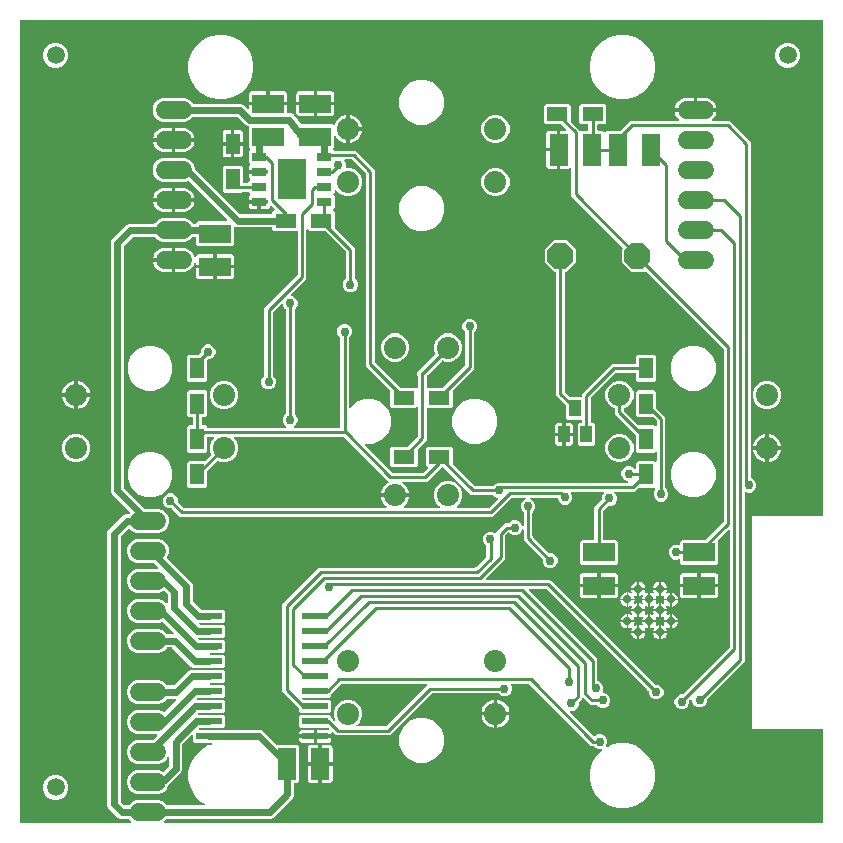
<source format=gbr>
G04 EAGLE Gerber RS-274X export*
G75*
%MOMM*%
%FSLAX34Y34*%
%LPD*%
%INBottom Copper*%
%IPPOS*%
%AMOC8*
5,1,8,0,0,1.08239X$1,22.5*%
G01*
%ADD10P,2.336880X8X202.500000*%
%ADD11R,2.700000X1.600000*%
%ADD12R,1.600000X2.700000*%
%ADD13R,1.300000X0.700000*%
%ADD14R,2.400000X3.400000*%
%ADD15R,2.200000X0.600000*%
%ADD16C,1.875000*%
%ADD17C,1.524000*%
%ADD18R,1.200000X1.800000*%
%ADD19R,1.800000X1.200000*%
%ADD20R,1.000000X1.400000*%
%ADD21C,0.708000*%
%ADD22C,1.500000*%
%ADD23C,0.250000*%
%ADD24C,0.756400*%
%ADD25C,0.609600*%
%ADD26C,0.606900*%

G36*
X103599Y10012D02*
X103599Y10012D01*
X103671Y10014D01*
X103720Y10032D01*
X103771Y10040D01*
X103835Y10074D01*
X103902Y10099D01*
X103943Y10131D01*
X103989Y10156D01*
X104038Y10207D01*
X104094Y10252D01*
X104122Y10296D01*
X104158Y10334D01*
X104188Y10399D01*
X104227Y10459D01*
X104240Y10510D01*
X104262Y10557D01*
X104270Y10628D01*
X104287Y10698D01*
X104283Y10750D01*
X104289Y10801D01*
X104274Y10872D01*
X104268Y10943D01*
X104248Y10991D01*
X104237Y11042D01*
X104200Y11103D01*
X104172Y11169D01*
X104127Y11225D01*
X104110Y11253D01*
X104093Y11268D01*
X104067Y11300D01*
X101939Y13428D01*
X101865Y13481D01*
X101795Y13541D01*
X101765Y13553D01*
X101739Y13572D01*
X101652Y13599D01*
X101567Y13633D01*
X101526Y13637D01*
X101504Y13644D01*
X101472Y13643D01*
X101401Y13651D01*
X95185Y13651D01*
X93146Y14496D01*
X84790Y22852D01*
X83945Y24891D01*
X83945Y27161D01*
X83950Y27199D01*
X83957Y27231D01*
X83955Y27250D01*
X83959Y27283D01*
X83959Y255701D01*
X84802Y257736D01*
X97558Y270493D01*
X99593Y271335D01*
X101387Y271335D01*
X101477Y271350D01*
X101568Y271357D01*
X101598Y271370D01*
X101630Y271375D01*
X101710Y271418D01*
X101794Y271453D01*
X101826Y271479D01*
X101847Y271490D01*
X101869Y271513D01*
X101925Y271558D01*
X102672Y272305D01*
X102683Y272321D01*
X102699Y272333D01*
X102755Y272421D01*
X102815Y272504D01*
X102821Y272523D01*
X102832Y272540D01*
X102857Y272641D01*
X102888Y272739D01*
X102887Y272759D01*
X102892Y272779D01*
X102884Y272882D01*
X102881Y272985D01*
X102874Y273004D01*
X102873Y273024D01*
X102833Y273119D01*
X102797Y273216D01*
X102784Y273232D01*
X102777Y273250D01*
X102672Y273381D01*
X89116Y286937D01*
X87448Y288605D01*
X86604Y290644D01*
X86604Y502034D01*
X87448Y504074D01*
X99979Y516604D01*
X102018Y517449D01*
X123301Y517449D01*
X123391Y517463D01*
X123482Y517471D01*
X123511Y517483D01*
X123543Y517488D01*
X123624Y517531D01*
X123708Y517567D01*
X123740Y517593D01*
X123761Y517604D01*
X123783Y517627D01*
X123839Y517672D01*
X126647Y520480D01*
X130367Y522021D01*
X149633Y522021D01*
X153353Y520480D01*
X156161Y517672D01*
X156235Y517619D01*
X156305Y517559D01*
X156335Y517547D01*
X156361Y517528D01*
X156448Y517501D01*
X156533Y517467D01*
X156574Y517463D01*
X156596Y517456D01*
X156628Y517457D01*
X156699Y517449D01*
X158238Y517449D01*
X158258Y517452D01*
X158277Y517450D01*
X158379Y517472D01*
X158481Y517488D01*
X158498Y517498D01*
X158518Y517502D01*
X158607Y517555D01*
X158698Y517604D01*
X158712Y517618D01*
X158729Y517628D01*
X158796Y517707D01*
X158868Y517782D01*
X158876Y517800D01*
X158889Y517815D01*
X158928Y517911D01*
X158971Y518005D01*
X158971Y518008D01*
X160464Y519501D01*
X184700Y519501D01*
X184770Y519512D01*
X184842Y519514D01*
X184891Y519532D01*
X184942Y519540D01*
X185005Y519574D01*
X185073Y519599D01*
X185114Y519631D01*
X185160Y519656D01*
X185209Y519707D01*
X185265Y519752D01*
X185293Y519796D01*
X185329Y519834D01*
X185359Y519899D01*
X185398Y519959D01*
X185411Y520010D01*
X185433Y520057D01*
X185441Y520128D01*
X185458Y520198D01*
X185454Y520250D01*
X185460Y520301D01*
X185445Y520371D01*
X185439Y520443D01*
X185419Y520491D01*
X185407Y520542D01*
X185371Y520603D01*
X185343Y520669D01*
X185298Y520725D01*
X185281Y520753D01*
X185264Y520768D01*
X185238Y520800D01*
X152698Y553340D01*
X152604Y553408D01*
X152590Y553418D01*
X152584Y553423D01*
X152583Y553424D01*
X152509Y553478D01*
X152503Y553480D01*
X152498Y553484D01*
X152387Y553518D01*
X152275Y553554D01*
X152269Y553554D01*
X152263Y553556D01*
X152146Y553553D01*
X152029Y553552D01*
X152022Y553550D01*
X152017Y553550D01*
X152000Y553543D01*
X151868Y553505D01*
X149633Y552579D01*
X130367Y552579D01*
X126647Y554120D01*
X123800Y556967D01*
X122259Y560687D01*
X122259Y564713D01*
X123800Y568433D01*
X126647Y571280D01*
X130367Y572821D01*
X149633Y572821D01*
X153353Y571280D01*
X156200Y568433D01*
X157741Y564713D01*
X157741Y564307D01*
X157755Y564217D01*
X157763Y564126D01*
X157775Y564096D01*
X157780Y564064D01*
X157823Y563983D01*
X157859Y563900D01*
X157885Y563867D01*
X157896Y563847D01*
X157919Y563825D01*
X157964Y563769D01*
X196256Y525476D01*
X196330Y525423D01*
X196399Y525364D01*
X196430Y525352D01*
X196456Y525333D01*
X196543Y525306D01*
X196628Y525272D01*
X196668Y525267D01*
X196691Y525260D01*
X196723Y525261D01*
X196794Y525253D01*
X222748Y525253D01*
X222768Y525257D01*
X222787Y525254D01*
X222889Y525276D01*
X222991Y525293D01*
X223008Y525302D01*
X223028Y525307D01*
X223117Y525360D01*
X223208Y525408D01*
X223222Y525423D01*
X223239Y525433D01*
X223306Y525512D01*
X223378Y525587D01*
X223386Y525605D01*
X223399Y525620D01*
X223438Y525716D01*
X223481Y525810D01*
X223483Y525829D01*
X223491Y525848D01*
X223509Y526015D01*
X223509Y527036D01*
X224974Y528501D01*
X225054Y528501D01*
X225125Y528512D01*
X225196Y528514D01*
X225245Y528532D01*
X225297Y528540D01*
X225360Y528574D01*
X225427Y528599D01*
X225468Y528631D01*
X225514Y528656D01*
X225563Y528707D01*
X225619Y528752D01*
X225647Y528796D01*
X225683Y528834D01*
X225714Y528899D01*
X225752Y528959D01*
X225765Y529010D01*
X225787Y529057D01*
X225795Y529128D01*
X225812Y529198D01*
X225808Y529250D01*
X225814Y529301D01*
X225799Y529372D01*
X225793Y529443D01*
X225773Y529491D01*
X225762Y529542D01*
X225725Y529603D01*
X225697Y529669D01*
X225652Y529725D01*
X225636Y529753D01*
X225618Y529768D01*
X225592Y529800D01*
X222840Y532552D01*
X222763Y532608D01*
X222689Y532669D01*
X222663Y532680D01*
X222640Y532696D01*
X222549Y532724D01*
X222460Y532759D01*
X222432Y532760D01*
X222405Y532768D01*
X222310Y532766D01*
X222215Y532770D01*
X222188Y532763D01*
X222159Y532762D01*
X222070Y532729D01*
X221978Y532703D01*
X221955Y532687D01*
X221928Y532678D01*
X221854Y532618D01*
X221775Y532564D01*
X221758Y532541D01*
X221736Y532524D01*
X221685Y532444D01*
X221627Y532367D01*
X221614Y532334D01*
X221603Y532317D01*
X221595Y532285D01*
X221566Y532211D01*
X221368Y531469D01*
X221033Y530890D01*
X220560Y530417D01*
X219981Y530082D01*
X219334Y529909D01*
X214023Y529909D01*
X214023Y534427D01*
X219128Y534427D01*
X219198Y534438D01*
X219270Y534440D01*
X219319Y534458D01*
X219371Y534467D01*
X219434Y534500D01*
X219501Y534525D01*
X219542Y534557D01*
X219588Y534582D01*
X219637Y534634D01*
X219693Y534678D01*
X219721Y534722D01*
X219757Y534760D01*
X219787Y534825D01*
X219826Y534885D01*
X219839Y534936D01*
X219861Y534983D01*
X219869Y535054D01*
X219886Y535124D01*
X219882Y535176D01*
X219888Y535228D01*
X219873Y535298D01*
X219867Y535369D01*
X219847Y535417D01*
X219836Y535468D01*
X219799Y535529D01*
X219771Y535595D01*
X219726Y535651D01*
X219710Y535679D01*
X219692Y535694D01*
X219666Y535726D01*
X219613Y535779D01*
X219613Y536712D01*
X219610Y536732D01*
X219612Y536751D01*
X219590Y536853D01*
X219573Y536955D01*
X219564Y536972D01*
X219560Y536992D01*
X219507Y537081D01*
X219458Y537172D01*
X219444Y537186D01*
X219434Y537203D01*
X219355Y537270D01*
X219280Y537341D01*
X219262Y537350D01*
X219247Y537363D01*
X219151Y537402D01*
X219057Y537445D01*
X219037Y537447D01*
X219019Y537455D01*
X218852Y537473D01*
X213262Y537473D01*
X213242Y537470D01*
X213223Y537472D01*
X213121Y537450D01*
X213019Y537433D01*
X213002Y537424D01*
X212982Y537420D01*
X212893Y537367D01*
X212802Y537318D01*
X212788Y537304D01*
X212771Y537294D01*
X212704Y537215D01*
X212633Y537140D01*
X212624Y537122D01*
X212611Y537107D01*
X212572Y537011D01*
X212529Y536917D01*
X212527Y536897D01*
X212519Y536879D01*
X212501Y536712D01*
X212501Y535949D01*
X212499Y535949D01*
X212499Y536712D01*
X212496Y536732D01*
X212498Y536751D01*
X212476Y536853D01*
X212459Y536955D01*
X212450Y536972D01*
X212446Y536992D01*
X212393Y537081D01*
X212344Y537172D01*
X212330Y537186D01*
X212320Y537203D01*
X212241Y537270D01*
X212166Y537341D01*
X212148Y537350D01*
X212133Y537363D01*
X212037Y537402D01*
X211943Y537445D01*
X211923Y537447D01*
X211905Y537455D01*
X211738Y537473D01*
X203459Y537473D01*
X203459Y539784D01*
X203632Y540431D01*
X203967Y541010D01*
X204440Y541483D01*
X204652Y541606D01*
X204744Y541681D01*
X204837Y541755D01*
X204840Y541759D01*
X204843Y541761D01*
X204906Y541862D01*
X204970Y541962D01*
X204971Y541966D01*
X204974Y541970D01*
X205001Y542085D01*
X205030Y542201D01*
X205030Y542205D01*
X205031Y542209D01*
X205021Y542325D01*
X205011Y542446D01*
X205010Y542450D01*
X205009Y542454D01*
X204961Y542563D01*
X204915Y542672D01*
X204912Y542676D01*
X204910Y542679D01*
X204901Y542690D01*
X204810Y542803D01*
X203399Y544214D01*
X203325Y544268D01*
X203256Y544327D01*
X203225Y544339D01*
X203199Y544358D01*
X203112Y544385D01*
X203027Y544419D01*
X202986Y544423D01*
X202964Y544430D01*
X202932Y544430D01*
X202861Y544437D01*
X198279Y544437D01*
X198189Y544423D01*
X198098Y544416D01*
X198069Y544403D01*
X198037Y544398D01*
X197956Y544355D01*
X197872Y544319D01*
X197840Y544294D01*
X197819Y544283D01*
X197797Y544259D01*
X197741Y544214D01*
X197036Y543509D01*
X182964Y543509D01*
X181499Y544974D01*
X181499Y565046D01*
X182964Y566511D01*
X197036Y566511D01*
X198501Y565046D01*
X198501Y552700D01*
X198504Y552680D01*
X198502Y552661D01*
X198524Y552559D01*
X198540Y552457D01*
X198550Y552440D01*
X198554Y552420D01*
X198607Y552331D01*
X198656Y552240D01*
X198670Y552226D01*
X198680Y552209D01*
X198759Y552142D01*
X198834Y552071D01*
X198852Y552062D01*
X198867Y552049D01*
X198963Y552011D01*
X199057Y551967D01*
X199077Y551965D01*
X199095Y551957D01*
X199262Y551939D01*
X202738Y551939D01*
X202758Y551942D01*
X202777Y551940D01*
X202879Y551962D01*
X202981Y551979D01*
X202998Y551988D01*
X203018Y551992D01*
X203107Y552045D01*
X203198Y552094D01*
X203212Y552108D01*
X203229Y552118D01*
X203296Y552197D01*
X203368Y552272D01*
X203376Y552290D01*
X203389Y552305D01*
X203428Y552401D01*
X203471Y552495D01*
X203473Y552515D01*
X203481Y552533D01*
X203499Y552700D01*
X203499Y553186D01*
X204810Y554497D01*
X204879Y554593D01*
X204950Y554689D01*
X204951Y554693D01*
X204954Y554696D01*
X204989Y554810D01*
X205025Y554923D01*
X205025Y554928D01*
X205026Y554932D01*
X205023Y555050D01*
X205021Y555169D01*
X205020Y555173D01*
X205020Y555177D01*
X204978Y555290D01*
X204939Y555401D01*
X204937Y555404D01*
X204935Y555408D01*
X204860Y555502D01*
X204788Y555595D01*
X204784Y555598D01*
X204781Y555600D01*
X204770Y555608D01*
X204652Y555694D01*
X204440Y555817D01*
X203967Y556290D01*
X203632Y556869D01*
X203459Y557516D01*
X203459Y559827D01*
X211738Y559827D01*
X211758Y559830D01*
X211777Y559828D01*
X211879Y559850D01*
X211981Y559867D01*
X211998Y559876D01*
X212018Y559880D01*
X212107Y559933D01*
X212198Y559982D01*
X212212Y559996D01*
X212229Y560006D01*
X212296Y560085D01*
X212367Y560160D01*
X212376Y560178D01*
X212389Y560193D01*
X212428Y560289D01*
X212471Y560383D01*
X212473Y560403D01*
X212481Y560421D01*
X212499Y560588D01*
X212499Y562112D01*
X212496Y562132D01*
X212498Y562151D01*
X212476Y562253D01*
X212459Y562355D01*
X212450Y562372D01*
X212446Y562392D01*
X212393Y562481D01*
X212344Y562572D01*
X212330Y562586D01*
X212320Y562603D01*
X212241Y562670D01*
X212166Y562741D01*
X212148Y562750D01*
X212133Y562763D01*
X212037Y562802D01*
X211943Y562845D01*
X211923Y562847D01*
X211905Y562855D01*
X211738Y562873D01*
X203459Y562873D01*
X203459Y565184D01*
X203632Y565831D01*
X203967Y566410D01*
X204440Y566883D01*
X204652Y567006D01*
X204744Y567081D01*
X204837Y567155D01*
X204840Y567159D01*
X204843Y567161D01*
X204906Y567262D01*
X204970Y567362D01*
X204971Y567366D01*
X204974Y567370D01*
X205001Y567485D01*
X205030Y567601D01*
X205030Y567605D01*
X205031Y567609D01*
X205021Y567726D01*
X205011Y567846D01*
X205010Y567850D01*
X205009Y567854D01*
X204961Y567963D01*
X204915Y568072D01*
X204912Y568076D01*
X204910Y568079D01*
X204901Y568090D01*
X204810Y568203D01*
X203499Y569514D01*
X203499Y578586D01*
X204900Y579987D01*
X204912Y580003D01*
X204927Y580015D01*
X204983Y580103D01*
X205044Y580186D01*
X205050Y580205D01*
X205060Y580222D01*
X205086Y580323D01*
X205116Y580422D01*
X205116Y580441D01*
X205120Y580461D01*
X205112Y580564D01*
X205110Y580667D01*
X205103Y580686D01*
X205101Y580706D01*
X205061Y580801D01*
X205025Y580898D01*
X205013Y580914D01*
X205005Y580932D01*
X204900Y581063D01*
X203999Y581964D01*
X203999Y599134D01*
X203996Y599154D01*
X203998Y599174D01*
X203976Y599275D01*
X203960Y599377D01*
X203950Y599395D01*
X203946Y599414D01*
X203893Y599503D01*
X203844Y599595D01*
X203830Y599608D01*
X203820Y599625D01*
X203741Y599693D01*
X203666Y599764D01*
X203648Y599772D01*
X203633Y599785D01*
X203537Y599824D01*
X203443Y599868D01*
X203423Y599870D01*
X203405Y599877D01*
X203238Y599896D01*
X202990Y599896D01*
X200951Y600740D01*
X193963Y607728D01*
X193889Y607781D01*
X193819Y607841D01*
X193789Y607853D01*
X193763Y607872D01*
X193676Y607899D01*
X193591Y607933D01*
X193550Y607937D01*
X193528Y607944D01*
X193496Y607943D01*
X193424Y607951D01*
X156699Y607951D01*
X156609Y607937D01*
X156518Y607929D01*
X156489Y607917D01*
X156457Y607912D01*
X156376Y607869D01*
X156292Y607833D01*
X156260Y607807D01*
X156239Y607796D01*
X156217Y607773D01*
X156161Y607728D01*
X153353Y604920D01*
X149633Y603379D01*
X130367Y603379D01*
X126647Y604920D01*
X123800Y607767D01*
X122259Y611487D01*
X122259Y615513D01*
X123800Y619233D01*
X126647Y622080D01*
X130367Y623621D01*
X149633Y623621D01*
X153353Y622080D01*
X156161Y619272D01*
X156235Y619219D01*
X156305Y619159D01*
X156335Y619147D01*
X156361Y619128D01*
X156448Y619101D01*
X156533Y619067D01*
X156574Y619063D01*
X156596Y619056D01*
X156628Y619057D01*
X156699Y619049D01*
X197142Y619049D01*
X199181Y618204D01*
X202660Y614725D01*
X202718Y614684D01*
X202770Y614634D01*
X202817Y614612D01*
X202859Y614582D01*
X202928Y614561D01*
X202993Y614531D01*
X203045Y614525D01*
X203095Y614510D01*
X203166Y614511D01*
X203237Y614504D01*
X203288Y614515D01*
X203340Y614516D01*
X203408Y614541D01*
X203478Y614556D01*
X203523Y614583D01*
X203571Y614600D01*
X203627Y614645D01*
X203689Y614682D01*
X203723Y614722D01*
X203763Y614754D01*
X203802Y614814D01*
X203849Y614869D01*
X203868Y614917D01*
X203896Y614961D01*
X203914Y615030D01*
X203941Y615097D01*
X203949Y615168D01*
X203957Y615200D01*
X203955Y615223D01*
X203959Y615264D01*
X203959Y617477D01*
X219238Y617477D01*
X219258Y617480D01*
X219277Y617478D01*
X219379Y617500D01*
X219481Y617517D01*
X219498Y617526D01*
X219518Y617530D01*
X219607Y617583D01*
X219698Y617632D01*
X219712Y617646D01*
X219729Y617656D01*
X219796Y617735D01*
X219867Y617810D01*
X219876Y617828D01*
X219889Y617843D01*
X219928Y617939D01*
X219971Y618033D01*
X219973Y618053D01*
X219981Y618071D01*
X219999Y618238D01*
X219999Y619001D01*
X220001Y619001D01*
X220001Y618238D01*
X220004Y618219D01*
X220002Y618200D01*
X220002Y618199D01*
X220024Y618097D01*
X220041Y617995D01*
X220050Y617978D01*
X220054Y617958D01*
X220107Y617869D01*
X220156Y617778D01*
X220170Y617764D01*
X220180Y617747D01*
X220259Y617680D01*
X220334Y617609D01*
X220352Y617600D01*
X220367Y617587D01*
X220463Y617548D01*
X220557Y617505D01*
X220577Y617503D01*
X220595Y617495D01*
X220762Y617477D01*
X236041Y617477D01*
X236041Y611741D01*
X236044Y611721D01*
X236042Y611701D01*
X236064Y611600D01*
X236080Y611498D01*
X236090Y611481D01*
X236094Y611461D01*
X236147Y611372D01*
X236196Y611281D01*
X236210Y611267D01*
X236220Y611250D01*
X236299Y611183D01*
X236374Y611111D01*
X236392Y611103D01*
X236407Y611090D01*
X236503Y611051D01*
X236597Y611008D01*
X236617Y611006D01*
X236635Y610998D01*
X236802Y610980D01*
X237295Y610980D01*
X237305Y610981D01*
X237314Y610980D01*
X237481Y611003D01*
X237792Y611081D01*
X238425Y610988D01*
X238458Y610988D01*
X238536Y610980D01*
X239176Y610980D01*
X239472Y610857D01*
X239482Y610854D01*
X239491Y610849D01*
X239653Y610807D01*
X239971Y610760D01*
X240520Y610432D01*
X240550Y610420D01*
X240619Y610382D01*
X241210Y610137D01*
X241437Y609910D01*
X241445Y609904D01*
X241451Y609896D01*
X241585Y609795D01*
X241861Y609630D01*
X242242Y609116D01*
X242266Y609093D01*
X242315Y609032D01*
X242767Y608580D01*
X242890Y608283D01*
X242895Y608275D01*
X242898Y608265D01*
X242982Y608120D01*
X247673Y601808D01*
X247690Y601791D01*
X247703Y601771D01*
X247778Y601706D01*
X247850Y601637D01*
X247871Y601627D01*
X247889Y601611D01*
X247982Y601574D01*
X248072Y601531D01*
X248096Y601528D01*
X248118Y601519D01*
X248284Y601501D01*
X274536Y601501D01*
X274967Y601070D01*
X275029Y601025D01*
X275084Y600974D01*
X275128Y600954D01*
X275167Y600926D01*
X275239Y600904D01*
X275308Y600873D01*
X275356Y600868D01*
X275402Y600854D01*
X275477Y600856D01*
X275553Y600848D01*
X275600Y600859D01*
X275648Y600860D01*
X275719Y600886D01*
X275792Y600903D01*
X275833Y600928D01*
X275879Y600944D01*
X275938Y600992D01*
X276002Y601031D01*
X276033Y601068D01*
X276071Y601098D01*
X276112Y601162D01*
X276160Y601220D01*
X276187Y601279D01*
X276204Y601305D01*
X276210Y601330D01*
X276229Y601373D01*
X276457Y602074D01*
X277309Y603745D01*
X278411Y605263D01*
X279737Y606589D01*
X281255Y607691D01*
X282926Y608543D01*
X284710Y609122D01*
X285977Y609323D01*
X285977Y598262D01*
X285980Y598242D01*
X285978Y598223D01*
X286000Y598121D01*
X286017Y598019D01*
X286026Y598002D01*
X286030Y597982D01*
X286083Y597893D01*
X286132Y597802D01*
X286146Y597788D01*
X286156Y597771D01*
X286235Y597704D01*
X286310Y597633D01*
X286328Y597624D01*
X286343Y597611D01*
X286439Y597573D01*
X286533Y597529D01*
X286553Y597527D01*
X286571Y597519D01*
X286738Y597501D01*
X287501Y597501D01*
X287501Y597499D01*
X286738Y597499D01*
X286718Y597496D01*
X286699Y597498D01*
X286597Y597476D01*
X286495Y597459D01*
X286478Y597450D01*
X286458Y597446D01*
X286369Y597393D01*
X286278Y597344D01*
X286264Y597330D01*
X286247Y597320D01*
X286180Y597241D01*
X286109Y597166D01*
X286100Y597148D01*
X286087Y597133D01*
X286048Y597037D01*
X286005Y596943D01*
X286003Y596923D01*
X285995Y596905D01*
X285977Y596738D01*
X285977Y585677D01*
X284710Y585878D01*
X282926Y586457D01*
X281255Y587309D01*
X279737Y588411D01*
X278411Y589737D01*
X277378Y591160D01*
X277372Y591165D01*
X277368Y591172D01*
X277285Y591252D01*
X277203Y591333D01*
X277196Y591336D01*
X277190Y591342D01*
X277086Y591390D01*
X276982Y591441D01*
X276974Y591442D01*
X276967Y591445D01*
X276853Y591458D01*
X276738Y591473D01*
X276730Y591472D01*
X276723Y591472D01*
X276610Y591448D01*
X276497Y591426D01*
X276490Y591422D01*
X276482Y591420D01*
X276384Y591361D01*
X276283Y591304D01*
X276278Y591298D01*
X276271Y591294D01*
X276196Y591207D01*
X276119Y591121D01*
X276116Y591113D01*
X276111Y591107D01*
X276068Y591000D01*
X276023Y590894D01*
X276022Y590886D01*
X276019Y590879D01*
X276001Y590712D01*
X276001Y581964D01*
X275100Y581063D01*
X275088Y581047D01*
X275073Y581035D01*
X275017Y580948D01*
X274956Y580864D01*
X274950Y580845D01*
X274940Y580828D01*
X274914Y580727D01*
X274884Y580628D01*
X274884Y580608D01*
X274880Y580589D01*
X274888Y580486D01*
X274890Y580383D01*
X274897Y580364D01*
X274899Y580344D01*
X274939Y580249D01*
X274975Y580152D01*
X274987Y580136D01*
X274995Y580118D01*
X275100Y579987D01*
X275586Y579500D01*
X275660Y579447D01*
X275729Y579388D01*
X275760Y579376D01*
X275786Y579357D01*
X275873Y579330D01*
X275958Y579296D01*
X275999Y579291D01*
X276021Y579285D01*
X276053Y579285D01*
X276124Y579278D01*
X294090Y579278D01*
X296510Y576858D01*
X296510Y576857D01*
X307914Y565453D01*
X310334Y563033D01*
X310334Y400295D01*
X310349Y400205D01*
X310356Y400114D01*
X310369Y400084D01*
X310374Y400052D01*
X310417Y399972D01*
X310453Y399888D01*
X310478Y399856D01*
X310489Y399835D01*
X310513Y399813D01*
X310557Y399757D01*
X331591Y378724D01*
X331665Y378671D01*
X331734Y378611D01*
X331764Y378599D01*
X331790Y378580D01*
X331877Y378553D01*
X331962Y378519D01*
X332003Y378515D01*
X332025Y378508D01*
X332058Y378509D01*
X332129Y378501D01*
X345046Y378501D01*
X345542Y378005D01*
X345600Y377963D01*
X345652Y377913D01*
X345700Y377891D01*
X345742Y377861D01*
X345810Y377840D01*
X345875Y377810D01*
X345927Y377804D01*
X345977Y377789D01*
X346049Y377790D01*
X346120Y377783D01*
X346171Y377794D01*
X346223Y377795D01*
X346290Y377820D01*
X346360Y377835D01*
X346405Y377862D01*
X346454Y377879D01*
X346510Y377924D01*
X346571Y377961D01*
X346605Y378001D01*
X346646Y378033D01*
X346685Y378093D01*
X346731Y378148D01*
X346751Y378196D01*
X346779Y378240D01*
X346796Y378310D01*
X346823Y378376D01*
X346831Y378447D01*
X346839Y378479D01*
X346837Y378502D01*
X346842Y378543D01*
X346842Y387539D01*
X346827Y387629D01*
X346820Y387720D01*
X346807Y387750D01*
X346802Y387782D01*
X346759Y387862D01*
X346723Y387946D01*
X346698Y387978D01*
X346687Y387999D01*
X346663Y388021D01*
X346619Y388077D01*
X346249Y388446D01*
X346249Y391554D01*
X349642Y394946D01*
X361497Y406802D01*
X361566Y406897D01*
X361635Y406990D01*
X361637Y406996D01*
X361641Y407001D01*
X361675Y407113D01*
X361712Y407224D01*
X361712Y407231D01*
X361713Y407237D01*
X361710Y407353D01*
X361709Y407470D01*
X361707Y407477D01*
X361707Y407482D01*
X361701Y407500D01*
X361662Y407631D01*
X360624Y410138D01*
X360624Y414862D01*
X362432Y419227D01*
X365773Y422568D01*
X370138Y424376D01*
X374862Y424376D01*
X379227Y422568D01*
X382568Y419227D01*
X384376Y414862D01*
X384376Y410138D01*
X382568Y405773D01*
X379227Y402432D01*
X374862Y400624D01*
X370138Y400624D01*
X367631Y401662D01*
X367518Y401689D01*
X367404Y401718D01*
X367398Y401717D01*
X367392Y401719D01*
X367275Y401708D01*
X367159Y401699D01*
X367153Y401696D01*
X367147Y401696D01*
X367039Y401648D01*
X366933Y401602D01*
X366927Y401598D01*
X366922Y401596D01*
X366909Y401583D01*
X366802Y401497D01*
X354946Y389642D01*
X354566Y389262D01*
X354513Y389188D01*
X354453Y389118D01*
X354441Y389088D01*
X354422Y389062D01*
X354396Y388975D01*
X354362Y388890D01*
X354357Y388849D01*
X354350Y388827D01*
X354351Y388795D01*
X354343Y388723D01*
X354343Y379262D01*
X354346Y379242D01*
X354344Y379223D01*
X354366Y379121D01*
X354383Y379019D01*
X354392Y379002D01*
X354396Y378982D01*
X354450Y378893D01*
X354498Y378802D01*
X354512Y378788D01*
X354523Y378771D01*
X354601Y378704D01*
X354676Y378632D01*
X354694Y378624D01*
X354709Y378611D01*
X354806Y378572D01*
X354899Y378529D01*
X354919Y378527D01*
X354938Y378519D01*
X355104Y378501D01*
X367871Y378501D01*
X367961Y378515D01*
X368052Y378523D01*
X368082Y378535D01*
X368114Y378540D01*
X368195Y378583D01*
X368278Y378619D01*
X368311Y378645D01*
X368331Y378656D01*
X368353Y378679D01*
X368409Y378724D01*
X386788Y397102D01*
X386841Y397176D01*
X386900Y397245D01*
X386912Y397275D01*
X386931Y397302D01*
X386958Y397389D01*
X386992Y397473D01*
X386997Y397514D01*
X387003Y397537D01*
X387003Y397569D01*
X387011Y397640D01*
X387011Y425185D01*
X386996Y425275D01*
X386989Y425366D01*
X386976Y425396D01*
X386971Y425428D01*
X386928Y425509D01*
X386892Y425592D01*
X386867Y425625D01*
X386856Y425645D01*
X386832Y425667D01*
X386788Y425723D01*
X385435Y427076D01*
X384479Y429385D01*
X384479Y431885D01*
X385435Y434194D01*
X387202Y435961D01*
X389512Y436918D01*
X392011Y436918D01*
X394320Y435961D01*
X396088Y434194D01*
X397044Y431885D01*
X397044Y429385D01*
X396088Y427076D01*
X394735Y425723D01*
X394682Y425649D01*
X394622Y425580D01*
X394610Y425550D01*
X394591Y425524D01*
X394565Y425437D01*
X394530Y425352D01*
X394526Y425311D01*
X394519Y425289D01*
X394520Y425256D01*
X394512Y425185D01*
X394512Y394218D01*
X376714Y376419D01*
X376661Y376345D01*
X376601Y376276D01*
X376589Y376246D01*
X376570Y376220D01*
X376543Y376133D01*
X376509Y376048D01*
X376505Y376007D01*
X376498Y375985D01*
X376499Y375952D01*
X376491Y375881D01*
X376491Y362964D01*
X375026Y361499D01*
X355104Y361499D01*
X355085Y361496D01*
X355065Y361498D01*
X354964Y361476D01*
X354862Y361460D01*
X354844Y361450D01*
X354824Y361446D01*
X354735Y361393D01*
X354644Y361344D01*
X354630Y361330D01*
X354613Y361320D01*
X354546Y361241D01*
X354475Y361166D01*
X354466Y361148D01*
X354453Y361133D01*
X354415Y361037D01*
X354371Y360943D01*
X354369Y360923D01*
X354362Y360905D01*
X354343Y360738D01*
X354343Y334029D01*
X346734Y326419D01*
X346686Y326353D01*
X346681Y326348D01*
X346679Y326344D01*
X346621Y326276D01*
X346609Y326246D01*
X346590Y326220D01*
X346563Y326133D01*
X346529Y326048D01*
X346525Y326007D01*
X346518Y325985D01*
X346519Y325952D01*
X346511Y325881D01*
X346511Y312964D01*
X345046Y311499D01*
X324974Y311499D01*
X323509Y312964D01*
X323509Y327036D01*
X324974Y328501D01*
X337891Y328501D01*
X337981Y328515D01*
X338072Y328523D01*
X338102Y328535D01*
X338134Y328540D01*
X338215Y328583D01*
X338298Y328619D01*
X338331Y328645D01*
X338351Y328656D01*
X338373Y328679D01*
X338429Y328724D01*
X346619Y336913D01*
X346672Y336987D01*
X346731Y337056D01*
X346743Y337087D01*
X346762Y337113D01*
X346789Y337200D01*
X346823Y337285D01*
X346828Y337325D01*
X346835Y337348D01*
X346834Y337380D01*
X346842Y337451D01*
X346842Y361457D01*
X346830Y361528D01*
X346828Y361600D01*
X346810Y361649D01*
X346802Y361700D01*
X346768Y361763D01*
X346744Y361831D01*
X346711Y361871D01*
X346687Y361917D01*
X346635Y361967D01*
X346590Y362023D01*
X346546Y362051D01*
X346508Y362087D01*
X346443Y362117D01*
X346383Y362156D01*
X346333Y362168D01*
X346285Y362190D01*
X346214Y362198D01*
X346145Y362216D01*
X346093Y362212D01*
X346041Y362217D01*
X345971Y362202D01*
X345899Y362197D01*
X345851Y362176D01*
X345801Y362165D01*
X345739Y362128D01*
X345673Y362100D01*
X345617Y362055D01*
X345589Y362039D01*
X345574Y362021D01*
X345542Y361995D01*
X345046Y361499D01*
X324974Y361499D01*
X323509Y362964D01*
X323509Y375881D01*
X323495Y375971D01*
X323487Y376062D01*
X323475Y376092D01*
X323470Y376124D01*
X323427Y376205D01*
X323391Y376288D01*
X323365Y376321D01*
X323354Y376341D01*
X323331Y376363D01*
X323286Y376419D01*
X302833Y396873D01*
X302833Y559610D01*
X302818Y559701D01*
X302811Y559791D01*
X302798Y559821D01*
X302793Y559853D01*
X302767Y559903D01*
X302766Y559904D01*
X302750Y559934D01*
X302715Y560018D01*
X302689Y560050D01*
X302678Y560071D01*
X302655Y560093D01*
X302650Y560099D01*
X302641Y560114D01*
X302631Y560122D01*
X302610Y560149D01*
X291206Y571553D01*
X291132Y571606D01*
X291062Y571666D01*
X291032Y571678D01*
X291006Y571697D01*
X290919Y571723D01*
X290834Y571758D01*
X290793Y571762D01*
X290771Y571769D01*
X290739Y571768D01*
X290667Y571776D01*
X285153Y571776D01*
X285083Y571765D01*
X285011Y571763D01*
X284962Y571745D01*
X284911Y571736D01*
X284847Y571703D01*
X284780Y571678D01*
X284739Y571646D01*
X284693Y571621D01*
X284644Y571569D01*
X284588Y571524D01*
X284560Y571481D01*
X284524Y571443D01*
X284494Y571378D01*
X284455Y571318D01*
X284442Y571267D01*
X284420Y571220D01*
X284412Y571149D01*
X284395Y571079D01*
X284399Y571027D01*
X284393Y570975D01*
X284408Y570905D01*
X284414Y570834D01*
X284434Y570786D01*
X284445Y570735D01*
X284482Y570673D01*
X284510Y570607D01*
X284555Y570552D01*
X284572Y570524D01*
X284589Y570509D01*
X284615Y570477D01*
X284858Y570233D01*
X285815Y567924D01*
X285815Y565422D01*
X285806Y565384D01*
X285786Y565342D01*
X285778Y565265D01*
X285760Y565189D01*
X285764Y565143D01*
X285759Y565098D01*
X285776Y565022D01*
X285783Y564944D01*
X285802Y564902D01*
X285812Y564857D01*
X285851Y564790D01*
X285883Y564719D01*
X285914Y564685D01*
X285938Y564646D01*
X285997Y564596D01*
X286050Y564538D01*
X286090Y564516D01*
X286125Y564486D01*
X286197Y564457D01*
X286265Y564420D01*
X286310Y564411D01*
X286353Y564394D01*
X286489Y564379D01*
X286507Y564376D01*
X286512Y564377D01*
X286520Y564376D01*
X289862Y564376D01*
X294227Y562568D01*
X297568Y559227D01*
X299376Y554862D01*
X299376Y550138D01*
X297568Y545773D01*
X294227Y542432D01*
X289862Y540624D01*
X285138Y540624D01*
X280773Y542432D01*
X277800Y545405D01*
X277742Y545447D01*
X277690Y545496D01*
X277643Y545518D01*
X277601Y545548D01*
X277532Y545570D01*
X277467Y545600D01*
X277415Y545605D01*
X277365Y545621D01*
X277294Y545619D01*
X277223Y545627D01*
X277172Y545616D01*
X277120Y545614D01*
X277052Y545590D01*
X276982Y545575D01*
X276937Y545548D01*
X276889Y545530D01*
X276833Y545485D01*
X276771Y545448D01*
X276737Y545409D01*
X276697Y545376D01*
X276658Y545316D01*
X276611Y545262D01*
X276592Y545213D01*
X276564Y545169D01*
X276546Y545100D01*
X276519Y545033D01*
X276511Y544962D01*
X276503Y544931D01*
X276505Y544908D01*
X276501Y544867D01*
X276501Y544114D01*
X275225Y542838D01*
X275213Y542822D01*
X275198Y542810D01*
X275142Y542722D01*
X275081Y542639D01*
X275075Y542620D01*
X275065Y542603D01*
X275039Y542502D01*
X275009Y542403D01*
X275009Y542384D01*
X275005Y542364D01*
X275013Y542261D01*
X275015Y542158D01*
X275022Y542139D01*
X275024Y542119D01*
X275064Y542024D01*
X275100Y541927D01*
X275112Y541911D01*
X275120Y541893D01*
X275225Y541762D01*
X276501Y540486D01*
X276501Y531414D01*
X274845Y529758D01*
X274833Y529742D01*
X274818Y529730D01*
X274762Y529642D01*
X274701Y529559D01*
X274695Y529540D01*
X274685Y529523D01*
X274659Y529422D01*
X274629Y529323D01*
X274629Y529304D01*
X274625Y529284D01*
X274633Y529181D01*
X274635Y529078D01*
X274642Y529059D01*
X274644Y529039D01*
X274684Y528944D01*
X274720Y528847D01*
X274732Y528831D01*
X274740Y528813D01*
X274845Y528682D01*
X276491Y527036D01*
X276491Y514119D01*
X276505Y514029D01*
X276513Y513938D01*
X276525Y513908D01*
X276530Y513876D01*
X276573Y513795D01*
X276609Y513712D01*
X276635Y513679D01*
X276646Y513659D01*
X276669Y513637D01*
X276714Y513581D01*
X291079Y499216D01*
X293499Y496795D01*
X293499Y471232D01*
X293514Y471142D01*
X293521Y471051D01*
X293533Y471022D01*
X293539Y470990D01*
X293581Y470909D01*
X293617Y470825D01*
X293643Y470793D01*
X293654Y470772D01*
X293677Y470750D01*
X293722Y470694D01*
X295074Y469342D01*
X296031Y467032D01*
X296031Y464533D01*
X295074Y462224D01*
X293307Y460456D01*
X290998Y459500D01*
X288498Y459500D01*
X286189Y460456D01*
X284422Y462224D01*
X283465Y464533D01*
X283465Y467032D01*
X284422Y469342D01*
X285774Y470694D01*
X285828Y470768D01*
X285887Y470838D01*
X285899Y470868D01*
X285918Y470894D01*
X285945Y470981D01*
X285979Y471066D01*
X285983Y471107D01*
X285990Y471129D01*
X285990Y471161D01*
X285997Y471232D01*
X285997Y493373D01*
X285983Y493463D01*
X285976Y493554D01*
X285963Y493584D01*
X285958Y493616D01*
X285915Y493696D01*
X285879Y493780D01*
X285854Y493812D01*
X285843Y493833D01*
X285819Y493855D01*
X285800Y493879D01*
X285796Y493885D01*
X285792Y493889D01*
X285774Y493911D01*
X268409Y511276D01*
X268335Y511329D01*
X268266Y511389D01*
X268236Y511401D01*
X268210Y511420D01*
X268123Y511447D01*
X268038Y511481D01*
X267997Y511485D01*
X267975Y511492D01*
X267942Y511491D01*
X267871Y511499D01*
X254954Y511499D01*
X253743Y512710D01*
X253685Y512752D01*
X253633Y512801D01*
X253586Y512823D01*
X253544Y512854D01*
X253475Y512875D01*
X253410Y512905D01*
X253358Y512911D01*
X253309Y512926D01*
X253237Y512924D01*
X253166Y512932D01*
X253115Y512921D01*
X253063Y512920D01*
X252995Y512895D01*
X252925Y512880D01*
X252881Y512853D01*
X252832Y512835D01*
X252776Y512790D01*
X252714Y512754D01*
X252680Y512714D01*
X252640Y512681D01*
X252601Y512621D01*
X252554Y512567D01*
X252535Y512518D01*
X252507Y512475D01*
X252489Y512405D01*
X252462Y512338D01*
X252454Y512267D01*
X252447Y512236D01*
X252448Y512213D01*
X252444Y512172D01*
X252444Y470746D01*
X239113Y457416D01*
X239072Y457357D01*
X239022Y457305D01*
X239000Y457258D01*
X238970Y457216D01*
X238949Y457147D01*
X238919Y457082D01*
X238913Y457031D01*
X238898Y456981D01*
X238899Y456909D01*
X238891Y456838D01*
X238903Y456787D01*
X238904Y456735D01*
X238929Y456668D01*
X238944Y456597D01*
X238970Y456553D01*
X238988Y456504D01*
X239033Y456448D01*
X239070Y456386D01*
X239109Y456352D01*
X239142Y456312D01*
X239202Y456273D01*
X239257Y456226D01*
X239305Y456207D01*
X239349Y456179D01*
X239418Y456161D01*
X239485Y456134D01*
X239556Y456127D01*
X239587Y456119D01*
X239611Y456121D01*
X239652Y456116D01*
X239901Y456116D01*
X242210Y455160D01*
X243977Y453392D01*
X244934Y451083D01*
X244934Y448584D01*
X243977Y446274D01*
X242625Y444922D01*
X242571Y444848D01*
X242512Y444778D01*
X242500Y444748D01*
X242481Y444722D01*
X242454Y444635D01*
X242420Y444550D01*
X242416Y444509D01*
X242409Y444487D01*
X242410Y444455D01*
X242402Y444384D01*
X242402Y356633D01*
X242416Y356543D01*
X242423Y356452D01*
X242436Y356422D01*
X242441Y356390D01*
X242484Y356309D01*
X242520Y356225D01*
X242545Y356193D01*
X242556Y356173D01*
X242580Y356150D01*
X242625Y356094D01*
X243977Y354742D01*
X244934Y352433D01*
X244934Y349933D01*
X243977Y347624D01*
X242210Y345857D01*
X242170Y345840D01*
X242087Y345789D01*
X242001Y345743D01*
X241983Y345725D01*
X241961Y345711D01*
X241899Y345636D01*
X241832Y345565D01*
X241821Y345541D01*
X241804Y345521D01*
X241769Y345430D01*
X241728Y345342D01*
X241725Y345316D01*
X241716Y345292D01*
X241712Y345194D01*
X241701Y345098D01*
X241707Y345072D01*
X241705Y345046D01*
X241733Y344952D01*
X241753Y344857D01*
X241767Y344835D01*
X241774Y344810D01*
X241830Y344730D01*
X241879Y344646D01*
X241899Y344629D01*
X241914Y344608D01*
X241992Y344549D01*
X242066Y344486D01*
X242091Y344476D01*
X242112Y344461D01*
X242204Y344431D01*
X242295Y344394D01*
X242327Y344391D01*
X242345Y344385D01*
X242378Y344385D01*
X242461Y344376D01*
X280238Y344376D01*
X280258Y344379D01*
X280277Y344377D01*
X280379Y344399D01*
X280481Y344415D01*
X280498Y344425D01*
X280518Y344429D01*
X280607Y344482D01*
X280698Y344531D01*
X280712Y344545D01*
X280729Y344555D01*
X280796Y344634D01*
X280868Y344709D01*
X280876Y344727D01*
X280889Y344742D01*
X280927Y344838D01*
X280971Y344932D01*
X280973Y344952D01*
X280981Y344970D01*
X280999Y345137D01*
X280999Y389778D01*
X280985Y389869D01*
X280977Y389959D01*
X280976Y389962D01*
X280976Y420459D01*
X280962Y420549D01*
X280954Y420640D01*
X280942Y420670D01*
X280937Y420702D01*
X280894Y420783D01*
X280858Y420867D01*
X280832Y420899D01*
X280821Y420920D01*
X280798Y420942D01*
X280753Y420998D01*
X279401Y422350D01*
X278444Y424659D01*
X278444Y427159D01*
X279401Y429468D01*
X281168Y431235D01*
X283477Y432192D01*
X285977Y432192D01*
X288286Y431235D01*
X290053Y429468D01*
X291010Y427159D01*
X291010Y424659D01*
X290053Y422350D01*
X288701Y420998D01*
X288648Y420924D01*
X288588Y420854D01*
X288576Y420824D01*
X288557Y420798D01*
X288530Y420711D01*
X288496Y420626D01*
X288492Y420585D01*
X288485Y420563D01*
X288486Y420531D01*
X288478Y420459D01*
X288478Y397993D01*
X288493Y397902D01*
X288500Y397811D01*
X288501Y397809D01*
X288501Y362210D01*
X288512Y362139D01*
X288514Y362067D01*
X288532Y362018D01*
X288540Y361967D01*
X288574Y361904D01*
X288599Y361836D01*
X288631Y361796D01*
X288656Y361749D01*
X288708Y361700D01*
X288752Y361644D01*
X288796Y361616D01*
X288834Y361580D01*
X288899Y361550D01*
X288959Y361511D01*
X289010Y361498D01*
X289057Y361476D01*
X289128Y361469D01*
X289198Y361451D01*
X289250Y361455D01*
X289301Y361449D01*
X289372Y361465D01*
X289443Y361470D01*
X289491Y361491D01*
X289542Y361502D01*
X289603Y361538D01*
X289669Y361567D01*
X289725Y361611D01*
X289753Y361628D01*
X289768Y361646D01*
X289800Y361671D01*
X294237Y366108D01*
X301221Y369001D01*
X308779Y369001D01*
X315763Y366108D01*
X321108Y360763D01*
X324001Y353779D01*
X324001Y346221D01*
X321108Y339237D01*
X315763Y333892D01*
X308779Y330999D01*
X302505Y330999D01*
X302434Y330988D01*
X302363Y330986D01*
X302314Y330968D01*
X302262Y330960D01*
X302199Y330926D01*
X302132Y330901D01*
X302091Y330869D01*
X302045Y330844D01*
X301996Y330793D01*
X301940Y330748D01*
X301911Y330704D01*
X301875Y330666D01*
X301845Y330601D01*
X301807Y330541D01*
X301794Y330490D01*
X301772Y330443D01*
X301764Y330372D01*
X301746Y330302D01*
X301751Y330250D01*
X301745Y330199D01*
X301760Y330128D01*
X301766Y330057D01*
X301786Y330009D01*
X301797Y329958D01*
X301834Y329897D01*
X301862Y329831D01*
X301907Y329775D01*
X301923Y329747D01*
X301941Y329732D01*
X301967Y329700D01*
X324949Y306718D01*
X325023Y306665D01*
X325092Y306605D01*
X325122Y306593D01*
X325148Y306574D01*
X325235Y306547D01*
X325320Y306513D01*
X325361Y306509D01*
X325384Y306502D01*
X325416Y306503D01*
X325487Y306495D01*
X351382Y306495D01*
X351472Y306509D01*
X351563Y306517D01*
X351592Y306529D01*
X351624Y306534D01*
X351705Y306577D01*
X351789Y306613D01*
X351821Y306639D01*
X351842Y306650D01*
X351864Y306673D01*
X351920Y306718D01*
X355402Y310200D01*
X355444Y310258D01*
X355493Y310310D01*
X355515Y310357D01*
X355546Y310399D01*
X355567Y310468D01*
X355597Y310533D01*
X355603Y310585D01*
X355618Y310635D01*
X355616Y310706D01*
X355624Y310777D01*
X355613Y310828D01*
X355612Y310880D01*
X355587Y310948D01*
X355572Y311018D01*
X355545Y311062D01*
X355527Y311111D01*
X355482Y311167D01*
X355445Y311229D01*
X355406Y311263D01*
X355373Y311303D01*
X355313Y311342D01*
X355259Y311389D01*
X355210Y311408D01*
X355166Y311436D01*
X355097Y311454D01*
X355030Y311481D01*
X354965Y311488D01*
X353489Y312964D01*
X353489Y327036D01*
X354954Y328501D01*
X375026Y328501D01*
X376491Y327036D01*
X376491Y314119D01*
X376505Y314029D01*
X376513Y313938D01*
X376525Y313908D01*
X376530Y313876D01*
X376573Y313795D01*
X376609Y313712D01*
X376635Y313679D01*
X376646Y313659D01*
X376669Y313637D01*
X376714Y313581D01*
X394800Y295494D01*
X394874Y295441D01*
X394944Y295381D01*
X394974Y295369D01*
X395000Y295350D01*
X395087Y295324D01*
X395172Y295290D01*
X395213Y295285D01*
X395235Y295278D01*
X395267Y295279D01*
X395339Y295271D01*
X410122Y295271D01*
X410212Y295286D01*
X410303Y295293D01*
X410333Y295306D01*
X410365Y295311D01*
X410445Y295354D01*
X410529Y295389D01*
X410561Y295415D01*
X410582Y295426D01*
X410604Y295449D01*
X410660Y295494D01*
X412013Y296847D01*
X414322Y297803D01*
X416235Y297803D01*
X416325Y297818D01*
X416416Y297825D01*
X416445Y297838D01*
X416477Y297843D01*
X416558Y297886D01*
X416642Y297921D01*
X416652Y297929D01*
X523955Y297929D01*
X524051Y297945D01*
X524148Y297954D01*
X524172Y297965D01*
X524198Y297969D01*
X524284Y298015D01*
X524373Y298054D01*
X524392Y298072D01*
X524415Y298084D01*
X524482Y298155D01*
X524554Y298221D01*
X524567Y298244D01*
X524585Y298262D01*
X524626Y298351D01*
X524673Y298436D01*
X524677Y298462D01*
X524688Y298486D01*
X524699Y298582D01*
X524716Y298678D01*
X524713Y298704D01*
X524715Y298730D01*
X524695Y298825D01*
X524681Y298921D01*
X524669Y298945D01*
X524663Y298970D01*
X524613Y299054D01*
X524569Y299141D01*
X524550Y299159D01*
X524537Y299181D01*
X524463Y299245D01*
X524393Y299313D01*
X524365Y299329D01*
X524350Y299341D01*
X524319Y299354D01*
X524246Y299394D01*
X521887Y300371D01*
X520119Y302139D01*
X519163Y304448D01*
X519163Y306947D01*
X520119Y309257D01*
X521887Y311024D01*
X524196Y311980D01*
X526695Y311980D01*
X529004Y311024D01*
X530200Y309828D01*
X530258Y309787D01*
X530310Y309737D01*
X530357Y309715D01*
X530399Y309685D01*
X530468Y309664D01*
X530533Y309634D01*
X530585Y309628D01*
X530635Y309613D01*
X530706Y309614D01*
X530777Y309606D01*
X530828Y309618D01*
X530880Y309619D01*
X530948Y309644D01*
X531018Y309659D01*
X531063Y309685D01*
X531111Y309703D01*
X531167Y309748D01*
X531229Y309785D01*
X531263Y309824D01*
X531303Y309857D01*
X531342Y309917D01*
X531389Y309972D01*
X531408Y310020D01*
X531436Y310064D01*
X531454Y310133D01*
X531481Y310200D01*
X531489Y310271D01*
X531497Y310302D01*
X531495Y310326D01*
X531499Y310367D01*
X531499Y315046D01*
X532964Y316511D01*
X547036Y316511D01*
X547568Y315978D01*
X547627Y315936D01*
X547679Y315887D01*
X547726Y315865D01*
X547768Y315835D01*
X547837Y315814D01*
X547902Y315783D01*
X547953Y315778D01*
X548003Y315762D01*
X548075Y315764D01*
X548146Y315756D01*
X548197Y315767D01*
X548249Y315769D01*
X548316Y315793D01*
X548386Y315809D01*
X548431Y315835D01*
X548480Y315853D01*
X548536Y315898D01*
X548598Y315935D01*
X548631Y315974D01*
X548672Y316007D01*
X548711Y316067D01*
X548757Y316122D01*
X548777Y316170D01*
X548805Y316214D01*
X548823Y316283D01*
X548849Y316350D01*
X548857Y316421D01*
X548865Y316452D01*
X548863Y316476D01*
X548868Y316517D01*
X548868Y323483D01*
X548856Y323554D01*
X548854Y323626D01*
X548836Y323675D01*
X548828Y323726D01*
X548795Y323790D01*
X548770Y323857D01*
X548737Y323898D01*
X548713Y323944D01*
X548661Y323993D01*
X548616Y324049D01*
X548572Y324077D01*
X548535Y324113D01*
X548470Y324143D01*
X548409Y324182D01*
X548359Y324195D01*
X548312Y324217D01*
X548240Y324224D01*
X548171Y324242D01*
X548119Y324238D01*
X548067Y324244D01*
X547997Y324228D01*
X547926Y324223D01*
X547878Y324203D01*
X547827Y324191D01*
X547765Y324155D01*
X547699Y324127D01*
X547643Y324082D01*
X547616Y324065D01*
X547600Y324047D01*
X547568Y324022D01*
X547036Y323489D01*
X532964Y323489D01*
X531499Y324954D01*
X531499Y337871D01*
X531485Y337961D01*
X531477Y338052D01*
X531465Y338082D01*
X531460Y338114D01*
X531417Y338195D01*
X531381Y338278D01*
X531355Y338311D01*
X531344Y338331D01*
X531321Y338353D01*
X531276Y338409D01*
X513749Y355936D01*
X513749Y360691D01*
X513730Y360806D01*
X513713Y360922D01*
X513711Y360927D01*
X513710Y360934D01*
X513655Y361036D01*
X513602Y361141D01*
X513597Y361145D01*
X513594Y361151D01*
X513510Y361231D01*
X513426Y361313D01*
X513420Y361317D01*
X513416Y361320D01*
X513399Y361328D01*
X513279Y361394D01*
X510773Y362432D01*
X507432Y365773D01*
X505624Y370138D01*
X505624Y374862D01*
X507432Y379227D01*
X510773Y382568D01*
X515138Y384376D01*
X519862Y384376D01*
X524227Y382568D01*
X527568Y379227D01*
X529376Y374862D01*
X529376Y370138D01*
X527568Y365773D01*
X524227Y362432D01*
X521721Y361394D01*
X521621Y361333D01*
X521521Y361273D01*
X521517Y361268D01*
X521512Y361264D01*
X521437Y361174D01*
X521361Y361086D01*
X521359Y361080D01*
X521355Y361075D01*
X521313Y360967D01*
X521269Y360857D01*
X521268Y360850D01*
X521267Y360845D01*
X521266Y360827D01*
X521251Y360691D01*
X521251Y359359D01*
X521265Y359269D01*
X521273Y359178D01*
X521285Y359148D01*
X521290Y359116D01*
X521333Y359035D01*
X521369Y358952D01*
X521395Y358919D01*
X521406Y358899D01*
X521429Y358877D01*
X521474Y358821D01*
X533581Y346714D01*
X533655Y346661D01*
X533724Y346601D01*
X533754Y346589D01*
X533780Y346570D01*
X533867Y346543D01*
X533952Y346509D01*
X533993Y346505D01*
X534015Y346498D01*
X534048Y346499D01*
X534119Y346491D01*
X547036Y346491D01*
X547568Y345958D01*
X547627Y345916D01*
X547679Y345867D01*
X547726Y345845D01*
X547768Y345815D01*
X547837Y345794D01*
X547902Y345763D01*
X547953Y345758D01*
X548003Y345742D01*
X548075Y345744D01*
X548146Y345736D01*
X548197Y345747D01*
X548249Y345749D01*
X548316Y345773D01*
X548386Y345789D01*
X548431Y345815D01*
X548480Y345833D01*
X548536Y345878D01*
X548598Y345915D01*
X548631Y345954D01*
X548672Y345987D01*
X548711Y346047D01*
X548757Y346102D01*
X548777Y346150D01*
X548805Y346194D01*
X548823Y346263D01*
X548849Y346330D01*
X548857Y346401D01*
X548865Y346432D01*
X548863Y346456D01*
X548868Y346497D01*
X548868Y350523D01*
X548853Y350613D01*
X548846Y350704D01*
X548833Y350733D01*
X548828Y350765D01*
X548785Y350846D01*
X548750Y350930D01*
X548724Y350962D01*
X548713Y350983D01*
X548690Y351005D01*
X548645Y351061D01*
X546419Y353286D01*
X546345Y353339D01*
X546276Y353399D01*
X546246Y353411D01*
X546220Y353430D01*
X546133Y353457D01*
X546048Y353491D01*
X546007Y353495D01*
X545985Y353502D01*
X545952Y353501D01*
X545881Y353509D01*
X532964Y353509D01*
X531499Y354974D01*
X531499Y375046D01*
X532964Y376511D01*
X547036Y376511D01*
X548501Y375046D01*
X548501Y362129D01*
X548515Y362039D01*
X548523Y361948D01*
X548535Y361918D01*
X548540Y361886D01*
X548583Y361805D01*
X548619Y361722D01*
X548645Y361689D01*
X548656Y361669D01*
X548679Y361647D01*
X548724Y361591D01*
X556369Y353945D01*
X556369Y293721D01*
X556384Y293631D01*
X556391Y293540D01*
X556404Y293510D01*
X556409Y293478D01*
X556452Y293398D01*
X556487Y293314D01*
X556513Y293282D01*
X556524Y293261D01*
X556547Y293239D01*
X556592Y293183D01*
X557945Y291830D01*
X558901Y289521D01*
X558901Y287022D01*
X557945Y284712D01*
X556177Y282945D01*
X553868Y281989D01*
X551369Y281989D01*
X549060Y282945D01*
X547292Y284712D01*
X546336Y287022D01*
X546336Y289521D01*
X547292Y291830D01*
X547672Y292210D01*
X547714Y292268D01*
X547763Y292320D01*
X547785Y292367D01*
X547815Y292409D01*
X547836Y292478D01*
X547867Y292543D01*
X547872Y292595D01*
X547888Y292645D01*
X547886Y292716D01*
X547894Y292787D01*
X547883Y292838D01*
X547881Y292890D01*
X547857Y292958D01*
X547841Y293028D01*
X547815Y293073D01*
X547797Y293121D01*
X547752Y293177D01*
X547715Y293239D01*
X547676Y293273D01*
X547643Y293313D01*
X547583Y293352D01*
X547528Y293399D01*
X547480Y293418D01*
X547436Y293446D01*
X547367Y293464D01*
X547300Y293491D01*
X547229Y293499D01*
X547198Y293507D01*
X547174Y293505D01*
X547134Y293509D01*
X534119Y293509D01*
X534029Y293495D01*
X533938Y293487D01*
X533908Y293475D01*
X533876Y293470D01*
X533795Y293427D01*
X533712Y293391D01*
X533679Y293365D01*
X533659Y293354D01*
X533637Y293331D01*
X533581Y293286D01*
X530722Y290428D01*
X513927Y290428D01*
X513857Y290416D01*
X513785Y290414D01*
X513736Y290396D01*
X513685Y290388D01*
X513621Y290355D01*
X513554Y290330D01*
X513513Y290297D01*
X513467Y290273D01*
X513418Y290221D01*
X513362Y290176D01*
X513334Y290132D01*
X513298Y290095D01*
X513268Y290030D01*
X513229Y289969D01*
X513216Y289919D01*
X513194Y289872D01*
X513186Y289800D01*
X513169Y289731D01*
X513173Y289679D01*
X513167Y289627D01*
X513182Y289557D01*
X513188Y289486D01*
X513208Y289438D01*
X513219Y289387D01*
X513256Y289325D01*
X513284Y289259D01*
X513329Y289203D01*
X513346Y289176D01*
X513363Y289160D01*
X513389Y289128D01*
X514232Y288286D01*
X515188Y285977D01*
X515188Y283477D01*
X514232Y281168D01*
X512464Y279401D01*
X510155Y278444D01*
X508242Y278444D01*
X508152Y278430D01*
X508061Y278422D01*
X508031Y278410D01*
X507999Y278405D01*
X507919Y278362D01*
X507835Y278326D01*
X507803Y278300D01*
X507782Y278289D01*
X507760Y278266D01*
X507704Y278221D01*
X503974Y274491D01*
X503921Y274417D01*
X503861Y274348D01*
X503849Y274318D01*
X503830Y274291D01*
X503803Y274204D01*
X503769Y274120D01*
X503765Y274079D01*
X503758Y274056D01*
X503759Y274024D01*
X503751Y273953D01*
X503751Y250262D01*
X503754Y250242D01*
X503752Y250223D01*
X503774Y250121D01*
X503790Y250019D01*
X503800Y250002D01*
X503804Y249982D01*
X503857Y249893D01*
X503906Y249802D01*
X503920Y249788D01*
X503930Y249771D01*
X504009Y249704D01*
X504084Y249632D01*
X504102Y249624D01*
X504117Y249611D01*
X504213Y249572D01*
X504307Y249529D01*
X504327Y249527D01*
X504345Y249519D01*
X504512Y249501D01*
X514536Y249501D01*
X516001Y248036D01*
X516001Y229964D01*
X514536Y228499D01*
X485464Y228499D01*
X483999Y229964D01*
X483999Y248036D01*
X485464Y249501D01*
X495488Y249501D01*
X495508Y249504D01*
X495527Y249502D01*
X495629Y249524D01*
X495731Y249540D01*
X495748Y249550D01*
X495768Y249554D01*
X495857Y249607D01*
X495948Y249656D01*
X495962Y249670D01*
X495979Y249680D01*
X496046Y249759D01*
X496118Y249834D01*
X496126Y249852D01*
X496139Y249867D01*
X496178Y249963D01*
X496221Y250057D01*
X496223Y250077D01*
X496231Y250095D01*
X496249Y250262D01*
X496249Y277375D01*
X502400Y283526D01*
X502443Y283587D01*
X502478Y283623D01*
X502484Y283636D01*
X502512Y283669D01*
X502524Y283699D01*
X502543Y283725D01*
X502570Y283812D01*
X502604Y283897D01*
X502609Y283938D01*
X502615Y283960D01*
X502615Y283993D01*
X502623Y284064D01*
X502623Y285977D01*
X503579Y288286D01*
X504421Y289128D01*
X504463Y289187D01*
X504513Y289239D01*
X504535Y289286D01*
X504565Y289328D01*
X504586Y289397D01*
X504616Y289462D01*
X504622Y289513D01*
X504637Y289563D01*
X504635Y289635D01*
X504643Y289706D01*
X504632Y289757D01*
X504631Y289809D01*
X504606Y289876D01*
X504591Y289946D01*
X504564Y289991D01*
X504547Y290040D01*
X504502Y290096D01*
X504465Y290158D01*
X504425Y290191D01*
X504393Y290232D01*
X504333Y290271D01*
X504278Y290317D01*
X504230Y290337D01*
X504186Y290365D01*
X504116Y290383D01*
X504050Y290409D01*
X503979Y290417D01*
X503947Y290425D01*
X503924Y290423D01*
X503883Y290428D01*
X477401Y290428D01*
X477356Y290420D01*
X477310Y290422D01*
X477235Y290401D01*
X477158Y290388D01*
X477118Y290367D01*
X477074Y290354D01*
X477010Y290309D01*
X476941Y290273D01*
X476909Y290240D01*
X476872Y290214D01*
X476825Y290151D01*
X476771Y290095D01*
X476752Y290053D01*
X476725Y290016D01*
X476701Y289942D01*
X476668Y289872D01*
X476663Y289826D01*
X476649Y289782D01*
X476649Y289704D01*
X476641Y289627D01*
X476650Y289582D01*
X476651Y289536D01*
X476689Y289405D01*
X476693Y289387D01*
X476696Y289382D01*
X476698Y289375D01*
X477677Y287010D01*
X477677Y284511D01*
X476721Y282202D01*
X474953Y280434D01*
X472644Y279478D01*
X470145Y279478D01*
X467836Y280434D01*
X466068Y282202D01*
X465112Y284511D01*
X465112Y284645D01*
X465109Y284665D01*
X465111Y284685D01*
X465089Y284786D01*
X465072Y284888D01*
X465063Y284906D01*
X465059Y284925D01*
X465005Y285014D01*
X464957Y285106D01*
X464943Y285119D01*
X464932Y285136D01*
X464854Y285204D01*
X464779Y285275D01*
X464761Y285283D01*
X464745Y285296D01*
X464649Y285335D01*
X464556Y285379D01*
X464536Y285381D01*
X464517Y285388D01*
X464351Y285407D01*
X442645Y285407D01*
X442549Y285391D01*
X442452Y285382D01*
X442428Y285371D01*
X442403Y285367D01*
X442317Y285321D01*
X442228Y285282D01*
X442208Y285264D01*
X442185Y285252D01*
X442118Y285181D01*
X442047Y285115D01*
X442034Y285093D01*
X442016Y285074D01*
X441975Y284985D01*
X441928Y284900D01*
X441923Y284874D01*
X441912Y284850D01*
X441902Y284754D01*
X441884Y284658D01*
X441888Y284632D01*
X441885Y284606D01*
X441906Y284511D01*
X441920Y284415D01*
X441932Y284391D01*
X441937Y284366D01*
X441987Y284282D01*
X442032Y284195D01*
X442050Y284177D01*
X442064Y284155D01*
X442138Y284091D01*
X442207Y284023D01*
X442236Y284007D01*
X442251Y283995D01*
X442281Y283982D01*
X442354Y283942D01*
X443645Y283407D01*
X445413Y281640D01*
X446369Y279331D01*
X446369Y276831D01*
X445413Y274522D01*
X444060Y273170D01*
X444018Y273111D01*
X443969Y273060D01*
X443961Y273042D01*
X443948Y273026D01*
X443935Y272996D01*
X443917Y272970D01*
X443895Y272899D01*
X443866Y272837D01*
X443864Y272818D01*
X443856Y272798D01*
X443851Y272757D01*
X443844Y272735D01*
X443845Y272703D01*
X443837Y272631D01*
X443837Y252717D01*
X443852Y252627D01*
X443859Y252536D01*
X443872Y252507D01*
X443877Y252475D01*
X443920Y252394D01*
X443955Y252310D01*
X443981Y252278D01*
X443992Y252257D01*
X444015Y252235D01*
X444060Y252179D01*
X457581Y238659D01*
X457655Y238606D01*
X457724Y238546D01*
X457754Y238534D01*
X457780Y238515D01*
X457867Y238488D01*
X457952Y238454D01*
X457993Y238450D01*
X458015Y238443D01*
X458048Y238444D01*
X458119Y238436D01*
X460032Y238436D01*
X462341Y237479D01*
X464108Y235712D01*
X465065Y233403D01*
X465065Y230903D01*
X464108Y228594D01*
X462341Y226827D01*
X460032Y225870D01*
X457532Y225870D01*
X455223Y226827D01*
X453456Y228594D01*
X452499Y230903D01*
X452499Y232816D01*
X452485Y232906D01*
X452477Y232997D01*
X452465Y233027D01*
X452460Y233059D01*
X452417Y233139D01*
X452381Y233223D01*
X452355Y233255D01*
X452344Y233276D01*
X452321Y233298D01*
X452276Y233354D01*
X436336Y249295D01*
X436336Y257714D01*
X436320Y257810D01*
X436311Y257907D01*
X436300Y257930D01*
X436296Y257956D01*
X436250Y258042D01*
X436211Y258131D01*
X436193Y258151D01*
X436181Y258174D01*
X436110Y258241D01*
X436044Y258312D01*
X436021Y258325D01*
X436002Y258343D01*
X435914Y258384D01*
X435829Y258431D01*
X435803Y258436D01*
X435779Y258447D01*
X435683Y258457D01*
X435587Y258475D01*
X435561Y258471D01*
X435535Y258474D01*
X435440Y258453D01*
X435343Y258439D01*
X435320Y258427D01*
X435295Y258421D01*
X435211Y258372D01*
X435124Y258327D01*
X435106Y258309D01*
X435083Y258295D01*
X435020Y258221D01*
X434952Y258152D01*
X434936Y258123D01*
X434924Y258108D01*
X434911Y258078D01*
X434871Y258005D01*
X434189Y256358D01*
X432422Y254591D01*
X430112Y253634D01*
X427613Y253634D01*
X425304Y254591D01*
X424066Y255828D01*
X424050Y255840D01*
X424038Y255855D01*
X423950Y255911D01*
X423867Y255972D01*
X423848Y255977D01*
X423831Y255988D01*
X423730Y256014D01*
X423631Y256044D01*
X423612Y256043D01*
X423592Y256048D01*
X423489Y256040D01*
X423386Y256038D01*
X423367Y256031D01*
X423347Y256029D01*
X423252Y255989D01*
X423155Y255953D01*
X423139Y255941D01*
X423121Y255933D01*
X422990Y255828D01*
X420727Y253565D01*
X420673Y253491D01*
X420614Y253422D01*
X420602Y253392D01*
X420583Y253365D01*
X420556Y253278D01*
X420522Y253193D01*
X420518Y253153D01*
X420511Y253130D01*
X420512Y253098D01*
X420504Y253027D01*
X420504Y233258D01*
X418084Y230837D01*
X404365Y217119D01*
X404323Y217061D01*
X404274Y217009D01*
X404252Y216961D01*
X404221Y216919D01*
X404200Y216851D01*
X404170Y216785D01*
X404164Y216734D01*
X404149Y216684D01*
X404151Y216612D01*
X404143Y216541D01*
X404154Y216490D01*
X404155Y216438D01*
X404180Y216371D01*
X404195Y216301D01*
X404222Y216256D01*
X404240Y216207D01*
X404285Y216151D01*
X404321Y216090D01*
X404361Y216056D01*
X404393Y216015D01*
X404454Y215976D01*
X404508Y215930D01*
X404557Y215910D01*
X404600Y215882D01*
X404670Y215864D01*
X404736Y215838D01*
X404808Y215830D01*
X404839Y215822D01*
X404862Y215824D01*
X404903Y215819D01*
X458771Y215819D01*
X547282Y127308D01*
X547356Y127255D01*
X547426Y127195D01*
X547456Y127183D01*
X547482Y127164D01*
X547569Y127138D01*
X547654Y127103D01*
X547695Y127099D01*
X547717Y127092D01*
X547749Y127093D01*
X547820Y127085D01*
X549733Y127085D01*
X552042Y126128D01*
X553810Y124361D01*
X554766Y122052D01*
X554766Y119553D01*
X553810Y117243D01*
X552042Y115476D01*
X549733Y114520D01*
X547234Y114520D01*
X544925Y115476D01*
X543157Y117243D01*
X542201Y119553D01*
X542201Y121465D01*
X542186Y121555D01*
X542179Y121646D01*
X542166Y121676D01*
X542161Y121708D01*
X542118Y121789D01*
X542083Y121873D01*
X542057Y121905D01*
X542046Y121925D01*
X542023Y121948D01*
X541978Y122004D01*
X455887Y208095D01*
X455813Y208148D01*
X455743Y208207D01*
X455713Y208219D01*
X455687Y208238D01*
X455600Y208265D01*
X455515Y208299D01*
X455474Y208304D01*
X455452Y208311D01*
X455420Y208310D01*
X455348Y208318D01*
X441232Y208318D01*
X441162Y208306D01*
X441090Y208304D01*
X441041Y208286D01*
X440990Y208278D01*
X440926Y208244D01*
X440859Y208220D01*
X440818Y208187D01*
X440772Y208163D01*
X440723Y208111D01*
X440667Y208066D01*
X440639Y208022D01*
X440603Y207985D01*
X440573Y207920D01*
X440534Y207859D01*
X440521Y207809D01*
X440499Y207761D01*
X440491Y207690D01*
X440474Y207621D01*
X440478Y207569D01*
X440472Y207517D01*
X440487Y207447D01*
X440493Y207375D01*
X440513Y207328D01*
X440524Y207277D01*
X440561Y207215D01*
X440589Y207149D01*
X440634Y207093D01*
X440651Y207066D01*
X440668Y207050D01*
X440694Y207018D01*
X496354Y151358D01*
X498774Y148938D01*
X498774Y130894D01*
X498793Y130779D01*
X498810Y130663D01*
X498813Y130658D01*
X498814Y130652D01*
X498868Y130549D01*
X498922Y130444D01*
X498926Y130440D01*
X498929Y130434D01*
X499013Y130354D01*
X499097Y130272D01*
X499104Y130268D01*
X499107Y130265D01*
X499124Y130257D01*
X499244Y130191D01*
X501231Y129368D01*
X502998Y127601D01*
X503955Y125291D01*
X503955Y122792D01*
X503233Y121049D01*
X503222Y121004D01*
X503203Y120963D01*
X503195Y120885D01*
X503177Y120809D01*
X503181Y120764D01*
X503176Y120718D01*
X503193Y120642D01*
X503200Y120565D01*
X503218Y120523D01*
X503228Y120478D01*
X503268Y120411D01*
X503300Y120340D01*
X503331Y120306D01*
X503354Y120267D01*
X503414Y120216D01*
X503466Y120159D01*
X503506Y120137D01*
X503541Y120107D01*
X503614Y120078D01*
X503682Y120040D01*
X503727Y120032D01*
X503769Y120015D01*
X503905Y120000D01*
X503924Y119996D01*
X503929Y119997D01*
X503936Y119996D01*
X504543Y119996D01*
X506852Y119040D01*
X508620Y117273D01*
X509576Y114963D01*
X509576Y112464D01*
X508620Y110155D01*
X506852Y108387D01*
X504543Y107431D01*
X502044Y107431D01*
X499735Y108387D01*
X498382Y109740D01*
X498308Y109793D01*
X498239Y109852D01*
X498208Y109865D01*
X498182Y109883D01*
X498095Y109910D01*
X498010Y109944D01*
X497969Y109949D01*
X497947Y109956D01*
X497915Y109955D01*
X497844Y109963D01*
X492584Y109963D01*
X487078Y115469D01*
X487020Y115511D01*
X486968Y115560D01*
X486920Y115582D01*
X486878Y115612D01*
X486810Y115633D01*
X486745Y115664D01*
X486693Y115669D01*
X486643Y115685D01*
X486571Y115683D01*
X486500Y115691D01*
X486449Y115680D01*
X486397Y115678D01*
X486330Y115654D01*
X486260Y115638D01*
X486215Y115612D01*
X486166Y115594D01*
X486110Y115549D01*
X486049Y115512D01*
X486015Y115473D01*
X485974Y115440D01*
X485935Y115380D01*
X485889Y115325D01*
X485869Y115277D01*
X485841Y115233D01*
X485824Y115164D01*
X485820Y115156D01*
X483217Y112552D01*
X483164Y112478D01*
X483149Y112461D01*
X483126Y112436D01*
X483123Y112430D01*
X483104Y112409D01*
X483092Y112379D01*
X483073Y112352D01*
X483047Y112267D01*
X483022Y112213D01*
X483021Y112201D01*
X483012Y112181D01*
X483008Y112140D01*
X483001Y112117D01*
X483002Y112085D01*
X482994Y112014D01*
X482994Y110101D01*
X482037Y107792D01*
X480270Y106024D01*
X477961Y105068D01*
X475959Y105068D01*
X475888Y105056D01*
X475816Y105055D01*
X475767Y105037D01*
X475716Y105028D01*
X475653Y104995D01*
X475585Y104970D01*
X475544Y104937D01*
X475499Y104913D01*
X475449Y104861D01*
X475393Y104816D01*
X475365Y104773D01*
X475329Y104735D01*
X475299Y104670D01*
X475260Y104609D01*
X475247Y104559D01*
X475226Y104512D01*
X475218Y104440D01*
X475200Y104371D01*
X475204Y104319D01*
X475198Y104267D01*
X475214Y104197D01*
X475219Y104126D01*
X475240Y104078D01*
X475251Y104027D01*
X475288Y103965D01*
X475316Y103899D01*
X475360Y103843D01*
X475377Y103816D01*
X475395Y103801D01*
X475420Y103768D01*
X495720Y83469D01*
X495736Y83457D01*
X495748Y83442D01*
X495836Y83386D01*
X495920Y83325D01*
X495939Y83320D01*
X495955Y83309D01*
X496056Y83283D01*
X496155Y83253D01*
X496175Y83254D01*
X496194Y83249D01*
X496297Y83257D01*
X496401Y83259D01*
X496419Y83266D01*
X496439Y83268D01*
X496534Y83308D01*
X496632Y83344D01*
X496647Y83356D01*
X496665Y83364D01*
X496796Y83469D01*
X497372Y84044D01*
X499681Y85001D01*
X502180Y85001D01*
X504489Y84044D01*
X506257Y82277D01*
X507213Y79968D01*
X507213Y77468D01*
X506386Y75472D01*
X506359Y75355D01*
X506330Y75236D01*
X506331Y75234D01*
X506330Y75232D01*
X506341Y75112D01*
X506352Y74991D01*
X506353Y74989D01*
X506353Y74987D01*
X506403Y74875D01*
X506451Y74766D01*
X506452Y74764D01*
X506453Y74763D01*
X506537Y74671D01*
X506616Y74584D01*
X506618Y74583D01*
X506620Y74581D01*
X506728Y74522D01*
X506831Y74464D01*
X506833Y74464D01*
X506835Y74463D01*
X506957Y74441D01*
X507073Y74419D01*
X507075Y74419D01*
X507077Y74419D01*
X507197Y74437D01*
X507317Y74454D01*
X507319Y74455D01*
X507320Y74455D01*
X507327Y74458D01*
X507470Y74521D01*
X509385Y75627D01*
X516379Y77501D01*
X523621Y77501D01*
X530615Y75627D01*
X536886Y72006D01*
X542006Y66886D01*
X545627Y60615D01*
X547501Y53621D01*
X547501Y46379D01*
X545627Y39385D01*
X542006Y33114D01*
X536886Y27994D01*
X530615Y24373D01*
X523621Y22499D01*
X516379Y22499D01*
X509385Y24373D01*
X503114Y27994D01*
X497994Y33114D01*
X494373Y39385D01*
X492499Y46379D01*
X492499Y53621D01*
X494373Y60615D01*
X497994Y66886D01*
X502244Y71136D01*
X502286Y71194D01*
X502335Y71246D01*
X502357Y71293D01*
X502387Y71335D01*
X502408Y71404D01*
X502439Y71469D01*
X502444Y71521D01*
X502460Y71571D01*
X502458Y71642D01*
X502466Y71713D01*
X502455Y71764D01*
X502453Y71816D01*
X502429Y71884D01*
X502414Y71954D01*
X502387Y71999D01*
X502369Y72047D01*
X502324Y72103D01*
X502287Y72165D01*
X502248Y72199D01*
X502215Y72239D01*
X502155Y72278D01*
X502100Y72325D01*
X502052Y72344D01*
X502008Y72372D01*
X501939Y72390D01*
X501872Y72417D01*
X501801Y72425D01*
X501770Y72433D01*
X501746Y72431D01*
X501706Y72435D01*
X499681Y72435D01*
X497372Y73392D01*
X496019Y74744D01*
X495945Y74797D01*
X495876Y74857D01*
X495846Y74869D01*
X495819Y74888D01*
X495732Y74915D01*
X495648Y74949D01*
X495607Y74953D01*
X495584Y74960D01*
X495552Y74959D01*
X495481Y74967D01*
X493613Y74967D01*
X441054Y127526D01*
X440980Y127579D01*
X440910Y127639D01*
X440880Y127651D01*
X440854Y127670D01*
X440767Y127697D01*
X440682Y127731D01*
X440641Y127735D01*
X440619Y127742D01*
X440587Y127741D01*
X440516Y127749D01*
X426287Y127749D01*
X426242Y127742D01*
X426196Y127744D01*
X426121Y127722D01*
X426045Y127710D01*
X426004Y127688D01*
X425960Y127675D01*
X425896Y127631D01*
X425827Y127594D01*
X425796Y127561D01*
X425758Y127535D01*
X425712Y127472D01*
X425658Y127416D01*
X425639Y127374D01*
X425611Y127338D01*
X425587Y127264D01*
X425554Y127193D01*
X425549Y127147D01*
X425535Y127104D01*
X425536Y127026D01*
X425527Y126949D01*
X425537Y126904D01*
X425537Y126858D01*
X425576Y126726D01*
X425579Y126708D01*
X425582Y126704D01*
X425584Y126697D01*
X426285Y125006D01*
X426285Y122506D01*
X425328Y120197D01*
X423561Y118430D01*
X421252Y117473D01*
X418752Y117473D01*
X416443Y118430D01*
X415090Y119782D01*
X415017Y119835D01*
X414947Y119895D01*
X414917Y119907D01*
X414891Y119926D01*
X414804Y119952D01*
X414719Y119987D01*
X414678Y119991D01*
X414656Y119998D01*
X414623Y119997D01*
X414552Y120005D01*
X358959Y120005D01*
X358869Y119990D01*
X358778Y119983D01*
X358748Y119971D01*
X358716Y119965D01*
X358636Y119923D01*
X358552Y119887D01*
X358520Y119861D01*
X358499Y119850D01*
X358477Y119827D01*
X358421Y119782D01*
X322905Y84267D01*
X277266Y84267D01*
X274848Y86685D01*
X274842Y86691D01*
X274783Y86734D01*
X274730Y86784D01*
X274684Y86805D01*
X274642Y86835D01*
X274573Y86857D01*
X274507Y86887D01*
X274456Y86893D01*
X274407Y86908D01*
X274335Y86906D01*
X274263Y86914D01*
X274213Y86904D01*
X274162Y86902D01*
X274093Y86878D01*
X274022Y86862D01*
X273978Y86836D01*
X273930Y86819D01*
X273873Y86773D01*
X273811Y86736D01*
X273778Y86697D01*
X273738Y86665D01*
X273698Y86604D01*
X273651Y86549D01*
X273632Y86502D01*
X273604Y86459D01*
X273586Y86388D01*
X273559Y86321D01*
X273552Y86252D01*
X273544Y86221D01*
X273545Y86197D01*
X273541Y86154D01*
X273541Y84899D01*
X261499Y84899D01*
X261499Y88941D01*
X270754Y88941D01*
X270825Y88952D01*
X270897Y88954D01*
X270946Y88972D01*
X270997Y88980D01*
X271060Y89014D01*
X271128Y89039D01*
X271168Y89071D01*
X271214Y89096D01*
X271264Y89148D01*
X271320Y89192D01*
X271348Y89236D01*
X271384Y89274D01*
X271414Y89339D01*
X271453Y89399D01*
X271465Y89450D01*
X271487Y89497D01*
X271495Y89568D01*
X271513Y89638D01*
X271509Y89690D01*
X271514Y89741D01*
X271499Y89812D01*
X271494Y89883D01*
X271473Y89931D01*
X271462Y89982D01*
X271425Y90043D01*
X271397Y90109D01*
X271353Y90165D01*
X271336Y90193D01*
X271318Y90208D01*
X271292Y90240D01*
X271156Y90376D01*
X271082Y90430D01*
X271013Y90489D01*
X270983Y90501D01*
X270957Y90520D01*
X270870Y90547D01*
X270785Y90581D01*
X270744Y90585D01*
X270722Y90592D01*
X270690Y90591D01*
X270618Y90599D01*
X247964Y90599D01*
X246499Y92064D01*
X246499Y100136D01*
X247964Y101601D01*
X272036Y101601D01*
X273501Y100136D01*
X273501Y98956D01*
X273515Y98866D01*
X273523Y98775D01*
X273535Y98745D01*
X273540Y98713D01*
X273583Y98633D01*
X273619Y98549D01*
X273645Y98517D01*
X273656Y98496D01*
X273679Y98474D01*
X273724Y98418D01*
X274711Y97431D01*
X275478Y96663D01*
X275557Y96606D01*
X275632Y96544D01*
X275657Y96535D01*
X275678Y96520D01*
X275771Y96491D01*
X275862Y96456D01*
X275888Y96455D01*
X275913Y96447D01*
X276010Y96450D01*
X276108Y96446D01*
X276133Y96453D01*
X276159Y96454D01*
X276251Y96487D01*
X276344Y96514D01*
X276365Y96529D01*
X276390Y96538D01*
X276466Y96599D01*
X276546Y96654D01*
X276562Y96675D01*
X276582Y96692D01*
X276635Y96774D01*
X276693Y96852D01*
X276701Y96877D01*
X276715Y96899D01*
X276739Y96993D01*
X276769Y97086D01*
X276769Y97112D01*
X276775Y97137D01*
X276768Y97234D01*
X276767Y97332D01*
X276758Y97363D01*
X276756Y97382D01*
X276743Y97413D01*
X276720Y97493D01*
X275624Y100138D01*
X275624Y104862D01*
X277432Y109227D01*
X280773Y112568D01*
X285138Y114376D01*
X289862Y114376D01*
X294227Y112568D01*
X297568Y109227D01*
X299376Y104862D01*
X299376Y100138D01*
X297568Y95773D01*
X294862Y93068D01*
X294821Y93009D01*
X294771Y92957D01*
X294749Y92910D01*
X294719Y92868D01*
X294698Y92799D01*
X294668Y92734D01*
X294662Y92683D01*
X294646Y92633D01*
X294648Y92561D01*
X294640Y92490D01*
X294651Y92439D01*
X294653Y92387D01*
X294677Y92320D01*
X294693Y92249D01*
X294719Y92205D01*
X294737Y92156D01*
X294782Y92100D01*
X294819Y92038D01*
X294858Y92004D01*
X294891Y91964D01*
X294951Y91925D01*
X295006Y91878D01*
X295054Y91859D01*
X295098Y91831D01*
X295167Y91813D01*
X295234Y91786D01*
X295305Y91779D01*
X295336Y91771D01*
X295360Y91773D01*
X295401Y91768D01*
X319483Y91768D01*
X319573Y91783D01*
X319664Y91790D01*
X319694Y91803D01*
X319726Y91808D01*
X319806Y91850D01*
X319890Y91886D01*
X319922Y91912D01*
X319943Y91923D01*
X319965Y91946D01*
X320021Y91991D01*
X354480Y126450D01*
X354522Y126508D01*
X354571Y126560D01*
X354593Y126607D01*
X354623Y126649D01*
X354644Y126718D01*
X354675Y126783D01*
X354680Y126835D01*
X354696Y126885D01*
X354694Y126956D01*
X354702Y127027D01*
X354691Y127078D01*
X354689Y127130D01*
X354665Y127198D01*
X354650Y127268D01*
X354623Y127313D01*
X354605Y127361D01*
X354560Y127417D01*
X354523Y127479D01*
X354484Y127513D01*
X354451Y127553D01*
X354391Y127592D01*
X354336Y127639D01*
X354288Y127658D01*
X354244Y127686D01*
X354175Y127704D01*
X354108Y127731D01*
X354037Y127739D01*
X354006Y127747D01*
X353982Y127745D01*
X353942Y127749D01*
X282207Y127749D01*
X282116Y127735D01*
X282026Y127727D01*
X281996Y127715D01*
X281964Y127710D01*
X281883Y127667D01*
X281799Y127631D01*
X281767Y127605D01*
X281746Y127594D01*
X281724Y127571D01*
X281668Y127526D01*
X273724Y119582D01*
X273671Y119508D01*
X273611Y119438D01*
X273599Y119408D01*
X273580Y119382D01*
X273553Y119295D01*
X273519Y119210D01*
X273515Y119169D01*
X273508Y119147D01*
X273509Y119115D01*
X273501Y119043D01*
X273501Y117464D01*
X272036Y115999D01*
X249710Y115999D01*
X249639Y115988D01*
X249567Y115986D01*
X249519Y115968D01*
X249467Y115960D01*
X249404Y115926D01*
X249336Y115901D01*
X249296Y115869D01*
X249250Y115844D01*
X249200Y115792D01*
X249144Y115748D01*
X249116Y115704D01*
X249080Y115666D01*
X249050Y115601D01*
X249011Y115541D01*
X248999Y115490D01*
X248977Y115443D01*
X248969Y115372D01*
X248951Y115302D01*
X248955Y115250D01*
X248950Y115199D01*
X248965Y115128D01*
X248970Y115057D01*
X248991Y115009D01*
X249002Y114958D01*
X249039Y114897D01*
X249067Y114831D01*
X249112Y114775D01*
X249128Y114747D01*
X249146Y114732D01*
X249172Y114700D01*
X249348Y114524D01*
X249422Y114470D01*
X249491Y114411D01*
X249521Y114399D01*
X249547Y114380D01*
X249634Y114353D01*
X249719Y114319D01*
X249760Y114315D01*
X249783Y114308D01*
X249815Y114309D01*
X249886Y114301D01*
X272036Y114301D01*
X273501Y112836D01*
X273501Y104764D01*
X272036Y103299D01*
X247964Y103299D01*
X246499Y104764D01*
X246499Y106448D01*
X246485Y106538D01*
X246477Y106629D01*
X246465Y106659D01*
X246460Y106691D01*
X246417Y106772D01*
X246381Y106855D01*
X246355Y106888D01*
X246344Y106908D01*
X246321Y106930D01*
X246276Y106986D01*
X234489Y118774D01*
X232069Y121194D01*
X232069Y195246D01*
X234489Y197666D01*
X260560Y223737D01*
X262980Y226157D01*
X395095Y226157D01*
X395185Y226172D01*
X395276Y226179D01*
X395306Y226191D01*
X395338Y226197D01*
X395418Y226239D01*
X395502Y226275D01*
X395534Y226301D01*
X395555Y226312D01*
X395577Y226335D01*
X395633Y226380D01*
X404362Y235108D01*
X404415Y235182D01*
X404474Y235252D01*
X404486Y235282D01*
X404505Y235308D01*
X404532Y235395D01*
X404566Y235480D01*
X404571Y235521D01*
X404577Y235543D01*
X404577Y235575D01*
X404584Y235646D01*
X404584Y244573D01*
X404570Y244663D01*
X404563Y244754D01*
X404550Y244783D01*
X404545Y244815D01*
X404502Y244896D01*
X404466Y244980D01*
X404441Y245012D01*
X404430Y245033D01*
X404406Y245055D01*
X404362Y245111D01*
X402861Y246611D01*
X401905Y248920D01*
X401905Y251420D01*
X402861Y253729D01*
X404629Y255496D01*
X406938Y256453D01*
X409437Y256453D01*
X411776Y255484D01*
X411813Y255449D01*
X411860Y255427D01*
X411902Y255396D01*
X411971Y255375D01*
X412036Y255345D01*
X412088Y255339D01*
X412137Y255324D01*
X412209Y255326D01*
X412280Y255318D01*
X412331Y255329D01*
X412383Y255330D01*
X412451Y255355D01*
X412521Y255370D01*
X412565Y255397D01*
X412614Y255415D01*
X412670Y255460D01*
X412732Y255496D01*
X412766Y255536D01*
X412806Y255568D01*
X412845Y255629D01*
X412892Y255683D01*
X412911Y255732D01*
X412939Y255775D01*
X412957Y255845D01*
X412984Y255911D01*
X412992Y255983D01*
X412999Y256014D01*
X412998Y256037D01*
X413002Y256078D01*
X413002Y256449D01*
X420304Y263751D01*
X423496Y263751D01*
X423586Y263765D01*
X423677Y263773D01*
X423707Y263785D01*
X423739Y263790D01*
X423820Y263833D01*
X423903Y263869D01*
X423936Y263895D01*
X423956Y263906D01*
X423978Y263929D01*
X424034Y263974D01*
X425304Y265243D01*
X427613Y266200D01*
X430112Y266200D01*
X432422Y265243D01*
X434189Y263476D01*
X434871Y261829D01*
X434923Y261746D01*
X434968Y261660D01*
X434987Y261642D01*
X435001Y261620D01*
X435076Y261557D01*
X435146Y261491D01*
X435170Y261480D01*
X435190Y261463D01*
X435281Y261428D01*
X435369Y261387D01*
X435395Y261384D01*
X435420Y261375D01*
X435517Y261371D01*
X435614Y261360D01*
X435639Y261365D01*
X435666Y261364D01*
X435759Y261391D01*
X435854Y261412D01*
X435877Y261426D01*
X435902Y261433D01*
X435982Y261488D01*
X436065Y261538D01*
X436082Y261558D01*
X436104Y261573D01*
X436162Y261651D01*
X436225Y261725D01*
X436235Y261750D01*
X436251Y261770D01*
X436281Y261863D01*
X436317Y261953D01*
X436321Y261986D01*
X436327Y262004D01*
X436327Y262037D01*
X436336Y262120D01*
X436336Y272631D01*
X436332Y272653D01*
X436334Y272671D01*
X436320Y272738D01*
X436314Y272812D01*
X436301Y272842D01*
X436296Y272874D01*
X436286Y272893D01*
X436282Y272912D01*
X436246Y272971D01*
X436218Y273039D01*
X436192Y273071D01*
X436181Y273092D01*
X436166Y273106D01*
X436156Y273123D01*
X436138Y273138D01*
X436113Y273170D01*
X434760Y274522D01*
X433804Y276831D01*
X433804Y279331D01*
X434760Y281640D01*
X436527Y283407D01*
X437819Y283942D01*
X437902Y283994D01*
X437988Y284039D01*
X438005Y284058D01*
X438028Y284072D01*
X438090Y284147D01*
X438157Y284217D01*
X438168Y284241D01*
X438185Y284261D01*
X438219Y284352D01*
X438261Y284440D01*
X438263Y284467D01*
X438273Y284491D01*
X438277Y284588D01*
X438288Y284685D01*
X438282Y284710D01*
X438283Y284737D01*
X438256Y284830D01*
X438235Y284925D01*
X438222Y284948D01*
X438215Y284973D01*
X438159Y285053D01*
X438109Y285136D01*
X438089Y285153D01*
X438074Y285175D01*
X437996Y285233D01*
X437922Y285296D01*
X437898Y285306D01*
X437877Y285322D01*
X437785Y285352D01*
X437694Y285388D01*
X437662Y285392D01*
X437643Y285398D01*
X437610Y285398D01*
X437527Y285407D01*
X426597Y285407D01*
X426507Y285392D01*
X426416Y285385D01*
X426386Y285372D01*
X426354Y285367D01*
X426273Y285324D01*
X426189Y285289D01*
X426157Y285263D01*
X426137Y285252D01*
X426114Y285229D01*
X426058Y285184D01*
X410184Y269310D01*
X145388Y269310D01*
X142968Y271730D01*
X138544Y276154D01*
X138470Y276207D01*
X138400Y276266D01*
X138370Y276279D01*
X138344Y276297D01*
X138257Y276324D01*
X138172Y276358D01*
X138131Y276363D01*
X138109Y276370D01*
X138077Y276369D01*
X138005Y276377D01*
X136093Y276377D01*
X133783Y277333D01*
X132016Y279101D01*
X131060Y281410D01*
X131060Y283909D01*
X132016Y286218D01*
X133783Y287986D01*
X136093Y288942D01*
X138592Y288942D01*
X140901Y287986D01*
X142669Y286218D01*
X143625Y283909D01*
X143625Y281996D01*
X143640Y281906D01*
X143647Y281815D01*
X143660Y281786D01*
X143665Y281754D01*
X143708Y281673D01*
X143743Y281589D01*
X143769Y281557D01*
X143780Y281536D01*
X143803Y281514D01*
X143848Y281458D01*
X148272Y277034D01*
X148346Y276981D01*
X148416Y276921D01*
X148446Y276909D01*
X148472Y276890D01*
X148559Y276864D01*
X148644Y276830D01*
X148685Y276825D01*
X148707Y276818D01*
X148739Y276819D01*
X148811Y276811D01*
X319597Y276811D01*
X319605Y276812D01*
X319613Y276811D01*
X319726Y276832D01*
X319840Y276851D01*
X319847Y276855D01*
X319855Y276856D01*
X319955Y276912D01*
X320057Y276966D01*
X320063Y276972D01*
X320070Y276976D01*
X320147Y277061D01*
X320226Y277144D01*
X320230Y277151D01*
X320235Y277157D01*
X320282Y277263D01*
X320330Y277367D01*
X320331Y277375D01*
X320334Y277383D01*
X320345Y277498D01*
X320357Y277612D01*
X320355Y277620D01*
X320356Y277628D01*
X320329Y277740D01*
X320305Y277852D01*
X320301Y277859D01*
X320299Y277867D01*
X320238Y277965D01*
X320179Y278063D01*
X320173Y278068D01*
X320168Y278075D01*
X320044Y278188D01*
X319737Y278411D01*
X318411Y279737D01*
X317309Y281255D01*
X316457Y282926D01*
X315878Y284710D01*
X315677Y285977D01*
X326738Y285977D01*
X326758Y285980D01*
X326777Y285978D01*
X326879Y286000D01*
X326981Y286017D01*
X326998Y286026D01*
X327018Y286030D01*
X327107Y286083D01*
X327198Y286132D01*
X327212Y286146D01*
X327229Y286156D01*
X327296Y286235D01*
X327367Y286310D01*
X327376Y286328D01*
X327389Y286343D01*
X327427Y286439D01*
X327471Y286533D01*
X327473Y286553D01*
X327481Y286571D01*
X327499Y286738D01*
X327499Y288262D01*
X327496Y288282D01*
X327498Y288301D01*
X327476Y288403D01*
X327459Y288505D01*
X327450Y288522D01*
X327446Y288542D01*
X327393Y288631D01*
X327344Y288722D01*
X327330Y288736D01*
X327320Y288753D01*
X327241Y288820D01*
X327166Y288891D01*
X327148Y288900D01*
X327133Y288913D01*
X327037Y288952D01*
X326943Y288995D01*
X326923Y288997D01*
X326905Y289005D01*
X326738Y289023D01*
X315677Y289023D01*
X315878Y290290D01*
X316457Y292074D01*
X317309Y293745D01*
X318411Y295263D01*
X319737Y296589D01*
X321255Y297691D01*
X321720Y297928D01*
X321733Y297938D01*
X321748Y297943D01*
X321832Y298011D01*
X321918Y298074D01*
X321928Y298087D01*
X321940Y298097D01*
X321998Y298188D01*
X322060Y298275D01*
X322064Y298290D01*
X322073Y298304D01*
X322099Y298408D01*
X322130Y298511D01*
X322129Y298527D01*
X322133Y298542D01*
X322125Y298649D01*
X322121Y298757D01*
X322115Y298772D01*
X322114Y298788D01*
X322072Y298886D01*
X322034Y298987D01*
X322024Y298999D01*
X322018Y299014D01*
X321913Y299145D01*
X319645Y301413D01*
X319644Y301413D01*
X284407Y336651D01*
X284333Y336704D01*
X284263Y336764D01*
X284233Y336776D01*
X284207Y336795D01*
X284120Y336822D01*
X284035Y336856D01*
X283994Y336860D01*
X283972Y336867D01*
X283940Y336866D01*
X283868Y336874D01*
X191758Y336874D01*
X191688Y336863D01*
X191616Y336861D01*
X191567Y336843D01*
X191516Y336835D01*
X191452Y336801D01*
X191385Y336776D01*
X191344Y336744D01*
X191298Y336719D01*
X191249Y336667D01*
X191193Y336623D01*
X191165Y336579D01*
X191129Y336541D01*
X191099Y336476D01*
X191060Y336416D01*
X191047Y336365D01*
X191025Y336318D01*
X191017Y336247D01*
X191000Y336177D01*
X191004Y336125D01*
X190998Y336074D01*
X191013Y336003D01*
X191019Y335932D01*
X191039Y335884D01*
X191050Y335833D01*
X191087Y335772D01*
X191115Y335706D01*
X191160Y335650D01*
X191177Y335622D01*
X191194Y335607D01*
X191220Y335575D01*
X192568Y334227D01*
X194376Y329862D01*
X194376Y325138D01*
X192568Y320773D01*
X189227Y317432D01*
X184862Y315624D01*
X180138Y315624D01*
X177624Y316665D01*
X177511Y316692D01*
X177397Y316721D01*
X177391Y316720D01*
X177385Y316722D01*
X177268Y316711D01*
X177152Y316701D01*
X177146Y316699D01*
X177140Y316698D01*
X177032Y316651D01*
X176926Y316605D01*
X176920Y316601D01*
X176915Y316598D01*
X176901Y316586D01*
X176795Y316500D01*
X168724Y308429D01*
X168671Y308355D01*
X168611Y308286D01*
X168599Y308256D01*
X168580Y308230D01*
X168553Y308143D01*
X168519Y308058D01*
X168515Y308017D01*
X168508Y307995D01*
X168509Y307962D01*
X168501Y307891D01*
X168501Y294974D01*
X167036Y293509D01*
X152964Y293509D01*
X151499Y294974D01*
X151499Y315046D01*
X152964Y316511D01*
X165881Y316511D01*
X165971Y316525D01*
X166062Y316533D01*
X166092Y316545D01*
X166124Y316550D01*
X166205Y316593D01*
X166288Y316629D01*
X166321Y316655D01*
X166341Y316666D01*
X166363Y316689D01*
X166419Y316734D01*
X171495Y321809D01*
X171562Y321903D01*
X171632Y321997D01*
X171634Y322003D01*
X171638Y322009D01*
X171672Y322120D01*
X171709Y322231D01*
X171709Y322238D01*
X171710Y322244D01*
X171707Y322360D01*
X171706Y322477D01*
X171704Y322485D01*
X171704Y322490D01*
X171698Y322507D01*
X171660Y322638D01*
X170624Y325138D01*
X170624Y329862D01*
X172432Y334227D01*
X173780Y335575D01*
X173822Y335633D01*
X173871Y335685D01*
X173893Y335732D01*
X173923Y335774D01*
X173945Y335843D01*
X173975Y335908D01*
X173980Y335960D01*
X173996Y336010D01*
X173994Y336081D01*
X174002Y336152D01*
X173991Y336203D01*
X173989Y336255D01*
X173965Y336323D01*
X173950Y336393D01*
X173923Y336438D01*
X173905Y336486D01*
X173860Y336542D01*
X173823Y336604D01*
X173784Y336638D01*
X173751Y336678D01*
X173691Y336717D01*
X173637Y336764D01*
X173588Y336783D01*
X173544Y336811D01*
X173475Y336829D01*
X173408Y336856D01*
X173337Y336864D01*
X173306Y336872D01*
X173283Y336870D01*
X173242Y336874D01*
X169262Y336874D01*
X169242Y336871D01*
X169223Y336873D01*
X169121Y336851D01*
X169019Y336835D01*
X169002Y336825D01*
X168982Y336821D01*
X168893Y336768D01*
X168802Y336719D01*
X168788Y336705D01*
X168771Y336695D01*
X168704Y336616D01*
X168632Y336541D01*
X168624Y336523D01*
X168611Y336508D01*
X168572Y336412D01*
X168529Y336318D01*
X168527Y336298D01*
X168519Y336280D01*
X168501Y336113D01*
X168501Y324954D01*
X167036Y323489D01*
X152964Y323489D01*
X151499Y324954D01*
X151499Y345026D01*
X152964Y346491D01*
X155488Y346491D01*
X155508Y346494D01*
X155527Y346492D01*
X155629Y346514D01*
X155731Y346530D01*
X155748Y346540D01*
X155768Y346544D01*
X155857Y346597D01*
X155948Y346646D01*
X155962Y346660D01*
X155979Y346670D01*
X156046Y346749D01*
X156118Y346824D01*
X156126Y346842D01*
X156139Y346857D01*
X156178Y346953D01*
X156221Y347047D01*
X156223Y347067D01*
X156231Y347085D01*
X156249Y347252D01*
X156249Y352748D01*
X156246Y352768D01*
X156248Y352787D01*
X156226Y352889D01*
X156210Y352991D01*
X156200Y353008D01*
X156196Y353028D01*
X156143Y353117D01*
X156094Y353208D01*
X156080Y353222D01*
X156070Y353239D01*
X155991Y353306D01*
X155916Y353378D01*
X155898Y353386D01*
X155883Y353399D01*
X155787Y353438D01*
X155693Y353481D01*
X155673Y353483D01*
X155655Y353491D01*
X155488Y353509D01*
X152964Y353509D01*
X151499Y354974D01*
X151499Y375046D01*
X152964Y376511D01*
X167036Y376511D01*
X168501Y375046D01*
X168501Y354974D01*
X167036Y353509D01*
X164512Y353509D01*
X164492Y353506D01*
X164473Y353508D01*
X164371Y353486D01*
X164269Y353470D01*
X164252Y353460D01*
X164232Y353456D01*
X164143Y353403D01*
X164052Y353354D01*
X164038Y353340D01*
X164021Y353330D01*
X163954Y353251D01*
X163882Y353176D01*
X163874Y353158D01*
X163861Y353143D01*
X163822Y353047D01*
X163779Y352953D01*
X163777Y352933D01*
X163769Y352915D01*
X163751Y352748D01*
X163751Y347252D01*
X163754Y347232D01*
X163752Y347213D01*
X163774Y347111D01*
X163790Y347009D01*
X163800Y346992D01*
X163804Y346972D01*
X163857Y346883D01*
X163906Y346792D01*
X163920Y346778D01*
X163930Y346761D01*
X164009Y346694D01*
X164084Y346622D01*
X164102Y346614D01*
X164117Y346601D01*
X164213Y346562D01*
X164307Y346519D01*
X164327Y346517D01*
X164345Y346509D01*
X164512Y346491D01*
X167036Y346491D01*
X168522Y345005D01*
X168524Y344996D01*
X168540Y344894D01*
X168550Y344877D01*
X168554Y344857D01*
X168607Y344768D01*
X168656Y344677D01*
X168670Y344663D01*
X168680Y344646D01*
X168759Y344579D01*
X168834Y344507D01*
X168852Y344499D01*
X168867Y344486D01*
X168963Y344447D01*
X169057Y344404D01*
X169077Y344402D01*
X169095Y344394D01*
X169262Y344376D01*
X234841Y344376D01*
X234937Y344391D01*
X235034Y344401D01*
X235057Y344411D01*
X235083Y344415D01*
X235169Y344461D01*
X235258Y344501D01*
X235278Y344518D01*
X235301Y344531D01*
X235368Y344601D01*
X235439Y344667D01*
X235452Y344690D01*
X235470Y344709D01*
X235511Y344797D01*
X235558Y344883D01*
X235563Y344908D01*
X235574Y344932D01*
X235584Y345029D01*
X235602Y345125D01*
X235598Y345151D01*
X235601Y345176D01*
X235580Y345272D01*
X235566Y345368D01*
X235554Y345391D01*
X235548Y345417D01*
X235499Y345500D01*
X235454Y345587D01*
X235436Y345606D01*
X235422Y345628D01*
X235348Y345691D01*
X235279Y345759D01*
X235250Y345775D01*
X235235Y345788D01*
X235205Y345800D01*
X235132Y345840D01*
X235092Y345857D01*
X233325Y347624D01*
X232368Y349933D01*
X232368Y352433D01*
X233325Y354742D01*
X234677Y356094D01*
X234730Y356168D01*
X234790Y356238D01*
X234802Y356268D01*
X234821Y356294D01*
X234847Y356381D01*
X234882Y356466D01*
X234886Y356507D01*
X234893Y356529D01*
X234892Y356561D01*
X234900Y356633D01*
X234900Y444384D01*
X234885Y444474D01*
X234878Y444565D01*
X234866Y444594D01*
X234860Y444626D01*
X234818Y444707D01*
X234782Y444791D01*
X234756Y444823D01*
X234745Y444844D01*
X234722Y444866D01*
X234677Y444922D01*
X233325Y446274D01*
X232368Y448584D01*
X232368Y448832D01*
X232357Y448903D01*
X232355Y448975D01*
X232337Y449024D01*
X232328Y449075D01*
X232295Y449139D01*
X232270Y449206D01*
X232238Y449247D01*
X232213Y449293D01*
X232161Y449342D01*
X232117Y449398D01*
X232073Y449426D01*
X232035Y449462D01*
X231970Y449492D01*
X231910Y449531D01*
X231859Y449544D01*
X231812Y449566D01*
X231741Y449573D01*
X231671Y449591D01*
X231619Y449587D01*
X231567Y449593D01*
X231497Y449577D01*
X231426Y449572D01*
X231378Y449552D01*
X231327Y449540D01*
X231265Y449504D01*
X231200Y449476D01*
X231144Y449431D01*
X231116Y449414D01*
X231101Y449396D01*
X231069Y449371D01*
X224312Y442614D01*
X224259Y442540D01*
X224200Y442471D01*
X224188Y442441D01*
X224169Y442415D01*
X224142Y442328D01*
X224108Y442243D01*
X224103Y442202D01*
X224096Y442180D01*
X224097Y442147D01*
X224089Y442076D01*
X224089Y388827D01*
X224104Y388737D01*
X224111Y388646D01*
X224124Y388616D01*
X224129Y388584D01*
X224172Y388504D01*
X224207Y388420D01*
X224233Y388388D01*
X224244Y388367D01*
X224267Y388345D01*
X224312Y388289D01*
X225665Y386936D01*
X226621Y384627D01*
X226621Y382128D01*
X225665Y379818D01*
X223897Y378051D01*
X221588Y377095D01*
X219089Y377095D01*
X216780Y378051D01*
X215012Y379818D01*
X214056Y382128D01*
X214056Y384627D01*
X215012Y386936D01*
X216365Y388289D01*
X216418Y388363D01*
X216477Y388432D01*
X216490Y388462D01*
X216508Y388488D01*
X216535Y388575D01*
X216569Y388660D01*
X216574Y388701D01*
X216581Y388724D01*
X216580Y388756D01*
X216588Y388827D01*
X216588Y445499D01*
X244719Y473630D01*
X244773Y473704D01*
X244832Y473774D01*
X244844Y473804D01*
X244863Y473830D01*
X244890Y473917D01*
X244924Y474002D01*
X244928Y474043D01*
X244935Y474065D01*
X244934Y474097D01*
X244942Y474168D01*
X244942Y510738D01*
X244939Y510758D01*
X244941Y510777D01*
X244919Y510879D01*
X244903Y510981D01*
X244893Y510998D01*
X244889Y511018D01*
X244836Y511107D01*
X244788Y511198D01*
X244773Y511212D01*
X244763Y511229D01*
X244684Y511296D01*
X244609Y511368D01*
X244591Y511376D01*
X244576Y511389D01*
X244480Y511428D01*
X244386Y511471D01*
X244366Y511473D01*
X244348Y511481D01*
X244181Y511499D01*
X224974Y511499D01*
X223509Y512964D01*
X223509Y513395D01*
X223506Y513414D01*
X223508Y513434D01*
X223486Y513535D01*
X223470Y513637D01*
X223460Y513655D01*
X223456Y513674D01*
X223403Y513763D01*
X223354Y513855D01*
X223340Y513868D01*
X223330Y513886D01*
X223251Y513953D01*
X223176Y514024D01*
X223158Y514033D01*
X223143Y514045D01*
X223047Y514084D01*
X222953Y514128D01*
X222933Y514130D01*
X222915Y514137D01*
X222748Y514156D01*
X193077Y514156D01*
X192053Y514580D01*
X192009Y514590D01*
X191967Y514610D01*
X191890Y514618D01*
X191814Y514636D01*
X191768Y514632D01*
X191723Y514637D01*
X191646Y514620D01*
X191569Y514613D01*
X191527Y514594D01*
X191482Y514585D01*
X191415Y514545D01*
X191344Y514513D01*
X191310Y514482D01*
X191271Y514458D01*
X191220Y514399D01*
X191163Y514347D01*
X191141Y514306D01*
X191111Y514271D01*
X191082Y514199D01*
X191045Y514131D01*
X191036Y514086D01*
X191019Y514043D01*
X191004Y513907D01*
X191001Y513889D01*
X191002Y513884D01*
X191001Y513877D01*
X191001Y499964D01*
X189536Y498499D01*
X160464Y498499D01*
X158999Y499964D01*
X158999Y505590D01*
X158997Y505603D01*
X158998Y505614D01*
X158997Y505619D01*
X158998Y505629D01*
X158976Y505731D01*
X158960Y505833D01*
X158950Y505850D01*
X158946Y505870D01*
X158893Y505959D01*
X158844Y506050D01*
X158830Y506064D01*
X158820Y506081D01*
X158741Y506148D01*
X158666Y506220D01*
X158648Y506228D01*
X158633Y506241D01*
X158537Y506280D01*
X158443Y506323D01*
X158423Y506325D01*
X158405Y506333D01*
X158238Y506351D01*
X156699Y506351D01*
X156609Y506337D01*
X156518Y506329D01*
X156489Y506317D01*
X156457Y506312D01*
X156376Y506269D01*
X156292Y506233D01*
X156260Y506207D01*
X156239Y506196D01*
X156225Y506182D01*
X156224Y506181D01*
X156214Y506171D01*
X156161Y506128D01*
X153353Y503320D01*
X149633Y501779D01*
X130367Y501779D01*
X126647Y503320D01*
X123839Y506128D01*
X123765Y506181D01*
X123695Y506241D01*
X123665Y506253D01*
X123639Y506272D01*
X123552Y506299D01*
X123467Y506333D01*
X123426Y506337D01*
X123404Y506344D01*
X123372Y506343D01*
X123301Y506351D01*
X105735Y506351D01*
X105645Y506337D01*
X105554Y506329D01*
X105525Y506317D01*
X105493Y506312D01*
X105412Y506269D01*
X105328Y506233D01*
X105296Y506207D01*
X105275Y506196D01*
X105261Y506182D01*
X105260Y506181D01*
X105250Y506170D01*
X105197Y506128D01*
X97924Y498855D01*
X97871Y498781D01*
X97811Y498712D01*
X97799Y498682D01*
X97780Y498655D01*
X97754Y498568D01*
X97720Y498484D01*
X97715Y498443D01*
X97708Y498420D01*
X97709Y498388D01*
X97701Y498317D01*
X97701Y294361D01*
X97716Y294271D01*
X97723Y294180D01*
X97736Y294151D01*
X97741Y294119D01*
X97784Y294038D01*
X97819Y293954D01*
X97845Y293922D01*
X97856Y293901D01*
X97879Y293879D01*
X97924Y293823D01*
X115603Y276144D01*
X115677Y276091D01*
X115747Y276031D01*
X115777Y276019D01*
X115803Y276000D01*
X115890Y275973D01*
X115975Y275939D01*
X116016Y275935D01*
X116038Y275928D01*
X116070Y275929D01*
X116142Y275921D01*
X127733Y275921D01*
X131453Y274380D01*
X134300Y271533D01*
X135841Y267813D01*
X135841Y263787D01*
X134300Y260067D01*
X131453Y257220D01*
X127733Y255679D01*
X108467Y255679D01*
X104747Y257220D01*
X102883Y259084D01*
X102867Y259096D01*
X102854Y259112D01*
X102767Y259168D01*
X102683Y259228D01*
X102664Y259234D01*
X102647Y259245D01*
X102547Y259270D01*
X102448Y259300D01*
X102428Y259300D01*
X102409Y259305D01*
X102306Y259297D01*
X102202Y259294D01*
X102183Y259287D01*
X102163Y259286D01*
X102069Y259245D01*
X101971Y259210D01*
X101955Y259197D01*
X101937Y259189D01*
X101806Y259084D01*
X95252Y252531D01*
X95199Y252457D01*
X95140Y252387D01*
X95128Y252357D01*
X95109Y252331D01*
X95082Y252244D01*
X95048Y252159D01*
X95043Y252118D01*
X95036Y252096D01*
X95037Y252064D01*
X95029Y251992D01*
X95029Y28622D01*
X95044Y28532D01*
X95051Y28441D01*
X95064Y28411D01*
X95069Y28379D01*
X95112Y28299D01*
X95147Y28215D01*
X95173Y28183D01*
X95184Y28162D01*
X95208Y28140D01*
X95252Y28084D01*
X98364Y24972D01*
X98438Y24919D01*
X98508Y24859D01*
X98538Y24847D01*
X98564Y24828D01*
X98651Y24801D01*
X98736Y24767D01*
X98777Y24763D01*
X98799Y24756D01*
X98831Y24757D01*
X98903Y24749D01*
X101401Y24749D01*
X101491Y24763D01*
X101582Y24771D01*
X101611Y24783D01*
X101643Y24788D01*
X101724Y24831D01*
X101808Y24867D01*
X101840Y24893D01*
X101861Y24904D01*
X101883Y24927D01*
X101939Y24972D01*
X104747Y27780D01*
X108467Y29321D01*
X127733Y29321D01*
X131453Y27780D01*
X134261Y24972D01*
X134335Y24919D01*
X134405Y24859D01*
X134435Y24847D01*
X134461Y24828D01*
X134548Y24801D01*
X134633Y24767D01*
X134674Y24763D01*
X134696Y24756D01*
X134728Y24757D01*
X134799Y24749D01*
X165894Y24749D01*
X165941Y24756D01*
X165989Y24755D01*
X166062Y24776D01*
X166137Y24788D01*
X166179Y24811D01*
X166225Y24825D01*
X166287Y24868D01*
X166354Y24904D01*
X166387Y24938D01*
X166426Y24966D01*
X166471Y25027D01*
X166524Y25082D01*
X166544Y25125D01*
X166572Y25164D01*
X166595Y25236D01*
X166627Y25305D01*
X166632Y25353D01*
X166647Y25398D01*
X166646Y25474D01*
X166654Y25549D01*
X166644Y25596D01*
X166643Y25644D01*
X166618Y25716D01*
X166602Y25790D01*
X166577Y25831D01*
X166561Y25876D01*
X166515Y25936D01*
X166476Y26001D01*
X166439Y26032D01*
X166410Y26070D01*
X166306Y26146D01*
X166289Y26161D01*
X166283Y26163D01*
X166275Y26169D01*
X163114Y27994D01*
X157994Y33114D01*
X154373Y39385D01*
X152499Y46379D01*
X152499Y53621D01*
X154373Y60615D01*
X157994Y66886D01*
X163114Y72006D01*
X169385Y75627D01*
X172102Y76355D01*
X172124Y76365D01*
X172148Y76369D01*
X172236Y76415D01*
X172327Y76456D01*
X172344Y76472D01*
X172366Y76484D01*
X172434Y76556D01*
X172507Y76623D01*
X172518Y76644D01*
X172535Y76662D01*
X172577Y76752D01*
X172624Y76839D01*
X172628Y76863D01*
X172639Y76885D01*
X172649Y76984D01*
X172667Y77082D01*
X172663Y77106D01*
X172666Y77129D01*
X172645Y77226D01*
X172630Y77325D01*
X172619Y77346D01*
X172613Y77370D01*
X172562Y77455D01*
X172517Y77544D01*
X172500Y77560D01*
X172487Y77581D01*
X172412Y77646D01*
X172340Y77715D01*
X172319Y77725D01*
X172300Y77741D01*
X172208Y77778D01*
X172118Y77821D01*
X172095Y77824D01*
X172072Y77833D01*
X171905Y77851D01*
X168778Y77851D01*
X168757Y77856D01*
X168696Y77881D01*
X168613Y77890D01*
X168581Y77897D01*
X168562Y77896D01*
X168529Y77899D01*
X157864Y77899D01*
X156399Y79364D01*
X156399Y83507D01*
X156388Y83578D01*
X156386Y83650D01*
X156368Y83699D01*
X156360Y83750D01*
X156326Y83813D01*
X156301Y83881D01*
X156269Y83921D01*
X156244Y83967D01*
X156192Y84017D01*
X156148Y84073D01*
X156104Y84101D01*
X156066Y84137D01*
X156001Y84167D01*
X155941Y84206D01*
X155890Y84218D01*
X155843Y84240D01*
X155772Y84248D01*
X155702Y84266D01*
X155650Y84262D01*
X155599Y84268D01*
X155528Y84252D01*
X155457Y84247D01*
X155409Y84226D01*
X155358Y84215D01*
X155297Y84178D01*
X155231Y84150D01*
X155175Y84106D01*
X155147Y84089D01*
X155132Y84071D01*
X155100Y84046D01*
X147544Y76490D01*
X147491Y76416D01*
X147432Y76347D01*
X147420Y76317D01*
X147401Y76291D01*
X147374Y76204D01*
X147340Y76119D01*
X147335Y76078D01*
X147329Y76055D01*
X147329Y76023D01*
X147322Y75952D01*
X147322Y54719D01*
X146477Y52680D01*
X135564Y41767D01*
X135526Y41714D01*
X135480Y41667D01*
X135439Y41594D01*
X135420Y41567D01*
X135415Y41549D01*
X135399Y41520D01*
X134300Y38867D01*
X131453Y36020D01*
X127733Y34479D01*
X108467Y34479D01*
X104747Y36020D01*
X101900Y38867D01*
X100359Y42587D01*
X100359Y46613D01*
X101900Y50333D01*
X104747Y53180D01*
X108467Y54721D01*
X127733Y54721D01*
X130863Y53424D01*
X130976Y53398D01*
X131090Y53369D01*
X131096Y53370D01*
X131102Y53368D01*
X131219Y53379D01*
X131335Y53388D01*
X131341Y53391D01*
X131347Y53391D01*
X131454Y53439D01*
X131561Y53485D01*
X131567Y53489D01*
X131572Y53491D01*
X131585Y53504D01*
X131638Y53546D01*
X131639Y53547D01*
X131642Y53549D01*
X131692Y53589D01*
X136001Y57898D01*
X136054Y57972D01*
X136114Y58042D01*
X136126Y58072D01*
X136145Y58098D01*
X136171Y58185D01*
X136206Y58270D01*
X136210Y58311D01*
X136217Y58333D01*
X136216Y58365D01*
X136224Y58437D01*
X136224Y65085D01*
X136208Y65181D01*
X136199Y65278D01*
X136189Y65302D01*
X136184Y65328D01*
X136139Y65414D01*
X136099Y65503D01*
X136081Y65522D01*
X136069Y65545D01*
X135999Y65612D01*
X135933Y65684D01*
X135910Y65697D01*
X135891Y65715D01*
X135803Y65756D01*
X135717Y65803D01*
X135691Y65807D01*
X135668Y65818D01*
X135571Y65829D01*
X135475Y65846D01*
X135449Y65843D01*
X135423Y65845D01*
X135328Y65825D01*
X135232Y65811D01*
X135209Y65799D01*
X135183Y65793D01*
X135099Y65743D01*
X135013Y65699D01*
X134994Y65680D01*
X134972Y65667D01*
X134909Y65593D01*
X134840Y65524D01*
X134825Y65495D01*
X134812Y65480D01*
X134800Y65449D01*
X134759Y65377D01*
X134300Y64267D01*
X131453Y61420D01*
X127733Y59879D01*
X108467Y59879D01*
X104747Y61420D01*
X101900Y64267D01*
X100359Y67987D01*
X100359Y72013D01*
X101900Y75733D01*
X104747Y78580D01*
X108467Y80121D01*
X121579Y80121D01*
X121669Y80135D01*
X121760Y80143D01*
X121790Y80155D01*
X121822Y80160D01*
X121902Y80203D01*
X121986Y80239D01*
X122018Y80265D01*
X122039Y80276D01*
X122061Y80299D01*
X122117Y80344D01*
X125753Y83980D01*
X125795Y84038D01*
X125844Y84090D01*
X125866Y84137D01*
X125897Y84179D01*
X125918Y84248D01*
X125948Y84313D01*
X125954Y84365D01*
X125969Y84415D01*
X125967Y84486D01*
X125975Y84557D01*
X125964Y84608D01*
X125963Y84660D01*
X125938Y84728D01*
X125923Y84798D01*
X125896Y84843D01*
X125878Y84891D01*
X125833Y84947D01*
X125797Y85009D01*
X125757Y85043D01*
X125725Y85083D01*
X125664Y85122D01*
X125610Y85169D01*
X125561Y85188D01*
X125518Y85216D01*
X125448Y85234D01*
X125382Y85261D01*
X125310Y85269D01*
X125279Y85277D01*
X125256Y85275D01*
X125215Y85279D01*
X108467Y85279D01*
X104747Y86820D01*
X101900Y89667D01*
X100359Y93387D01*
X100359Y97413D01*
X101900Y101133D01*
X104747Y103980D01*
X108467Y105521D01*
X127733Y105521D01*
X131488Y103965D01*
X131601Y103939D01*
X131715Y103910D01*
X131721Y103911D01*
X131727Y103909D01*
X131844Y103920D01*
X131960Y103929D01*
X131966Y103932D01*
X131972Y103932D01*
X132080Y103980D01*
X132186Y104026D01*
X132192Y104030D01*
X132197Y104032D01*
X132211Y104045D01*
X132317Y104131D01*
X142139Y113952D01*
X142180Y114010D01*
X142230Y114062D01*
X142252Y114109D01*
X142282Y114151D01*
X142303Y114220D01*
X142333Y114285D01*
X142339Y114337D01*
X142355Y114387D01*
X142353Y114458D01*
X142361Y114529D01*
X142349Y114580D01*
X142348Y114632D01*
X142324Y114700D01*
X142308Y114770D01*
X142282Y114814D01*
X142264Y114863D01*
X142219Y114919D01*
X142182Y114981D01*
X142143Y115015D01*
X142110Y115055D01*
X142050Y115094D01*
X141995Y115141D01*
X141947Y115160D01*
X141903Y115188D01*
X141834Y115206D01*
X141767Y115233D01*
X141696Y115241D01*
X141665Y115249D01*
X141641Y115247D01*
X141600Y115251D01*
X134799Y115251D01*
X134709Y115237D01*
X134618Y115229D01*
X134589Y115217D01*
X134557Y115212D01*
X134476Y115169D01*
X134392Y115133D01*
X134360Y115107D01*
X134339Y115096D01*
X134317Y115073D01*
X134261Y115028D01*
X131453Y112220D01*
X127733Y110679D01*
X108467Y110679D01*
X104747Y112220D01*
X101900Y115067D01*
X100359Y118787D01*
X100359Y122813D01*
X101900Y126533D01*
X104747Y129380D01*
X108467Y130921D01*
X127733Y130921D01*
X131453Y129380D01*
X134261Y126572D01*
X134335Y126519D01*
X134405Y126459D01*
X134435Y126447D01*
X134461Y126428D01*
X134548Y126401D01*
X134633Y126367D01*
X134674Y126363D01*
X134696Y126356D01*
X134728Y126357D01*
X134799Y126349D01*
X139452Y126349D01*
X139542Y126363D01*
X139633Y126371D01*
X139663Y126383D01*
X139695Y126388D01*
X139776Y126431D01*
X139860Y126467D01*
X139892Y126493D01*
X139912Y126504D01*
X139935Y126527D01*
X139990Y126572D01*
X152323Y138904D01*
X154362Y139749D01*
X171022Y139749D01*
X171043Y139744D01*
X171104Y139719D01*
X171187Y139710D01*
X171219Y139703D01*
X171238Y139704D01*
X171271Y139701D01*
X181936Y139701D01*
X183401Y138236D01*
X183401Y130164D01*
X181936Y128699D01*
X171271Y128699D01*
X171208Y128689D01*
X171143Y128688D01*
X171096Y128675D01*
X171074Y128673D01*
X171054Y128664D01*
X171028Y128660D01*
X171012Y128651D01*
X170982Y128642D01*
X170978Y128641D01*
X170916Y128603D01*
X170850Y128573D01*
X170829Y128554D01*
X170811Y128544D01*
X170795Y128528D01*
X170769Y128512D01*
X170722Y128456D01*
X170668Y128406D01*
X170653Y128378D01*
X170641Y128366D01*
X170634Y128350D01*
X170611Y128323D01*
X170585Y128255D01*
X170550Y128191D01*
X170543Y128155D01*
X170538Y128143D01*
X170536Y128129D01*
X170522Y128094D01*
X170519Y128021D01*
X170506Y127949D01*
X170512Y127909D01*
X170511Y127899D01*
X170513Y127888D01*
X170511Y127848D01*
X170531Y127778D01*
X170542Y127706D01*
X170561Y127669D01*
X170563Y127658D01*
X170568Y127650D01*
X170579Y127611D01*
X170620Y127551D01*
X170653Y127486D01*
X170683Y127457D01*
X170689Y127447D01*
X170697Y127441D01*
X170719Y127409D01*
X170777Y127365D01*
X170829Y127314D01*
X170873Y127290D01*
X170876Y127287D01*
X170883Y127284D01*
X170890Y127281D01*
X170915Y127261D01*
X170938Y127254D01*
X170976Y127233D01*
X171397Y127059D01*
X171461Y127044D01*
X171522Y127019D01*
X171605Y127010D01*
X171637Y127003D01*
X171656Y127004D01*
X171689Y127001D01*
X181936Y127001D01*
X183401Y125536D01*
X183401Y117464D01*
X181936Y115999D01*
X171271Y115999D01*
X171206Y115989D01*
X171141Y115988D01*
X171061Y115965D01*
X171028Y115960D01*
X171013Y115951D01*
X168778Y115951D01*
X168757Y115956D01*
X168696Y115981D01*
X168613Y115990D01*
X168581Y115997D01*
X168562Y115996D01*
X168529Y115999D01*
X160196Y115999D01*
X160106Y115985D01*
X160015Y115977D01*
X159985Y115965D01*
X159953Y115960D01*
X159872Y115917D01*
X159788Y115881D01*
X159756Y115855D01*
X159736Y115844D01*
X159713Y115821D01*
X159657Y115776D01*
X159529Y115648D01*
X159488Y115590D01*
X159438Y115538D01*
X159416Y115491D01*
X159386Y115449D01*
X159365Y115380D01*
X159334Y115315D01*
X159329Y115263D01*
X159313Y115213D01*
X159315Y115142D01*
X159307Y115071D01*
X159318Y115020D01*
X159320Y114968D01*
X159344Y114900D01*
X159360Y114830D01*
X159386Y114786D01*
X159404Y114737D01*
X159449Y114681D01*
X159486Y114619D01*
X159525Y114585D01*
X159558Y114545D01*
X159618Y114506D01*
X159673Y114459D01*
X159721Y114440D01*
X159765Y114412D01*
X159834Y114394D01*
X159901Y114367D01*
X159972Y114359D01*
X160003Y114351D01*
X160027Y114353D01*
X160068Y114349D01*
X171022Y114349D01*
X171043Y114344D01*
X171104Y114319D01*
X171187Y114310D01*
X171219Y114303D01*
X171238Y114304D01*
X171271Y114301D01*
X181936Y114301D01*
X183401Y112836D01*
X183401Y104764D01*
X181936Y103299D01*
X171271Y103299D01*
X171206Y103289D01*
X171141Y103288D01*
X171061Y103265D01*
X171028Y103260D01*
X171013Y103251D01*
X161034Y103251D01*
X160944Y103237D01*
X160853Y103229D01*
X160823Y103217D01*
X160791Y103212D01*
X160711Y103169D01*
X160627Y103133D01*
X160595Y103107D01*
X160574Y103096D01*
X160552Y103073D01*
X160496Y103028D01*
X160416Y102948D01*
X160374Y102890D01*
X160325Y102838D01*
X160303Y102791D01*
X160272Y102749D01*
X160251Y102680D01*
X160221Y102615D01*
X160215Y102563D01*
X160200Y102514D01*
X160202Y102442D01*
X160194Y102371D01*
X160205Y102320D01*
X160206Y102268D01*
X160231Y102200D01*
X160246Y102130D01*
X160273Y102086D01*
X160291Y102037D01*
X160336Y101981D01*
X160372Y101919D01*
X160412Y101885D01*
X160444Y101845D01*
X160505Y101806D01*
X160559Y101759D01*
X160608Y101740D01*
X160651Y101712D01*
X160721Y101694D01*
X160787Y101667D01*
X160859Y101659D01*
X160890Y101651D01*
X160913Y101653D01*
X160954Y101649D01*
X171022Y101649D01*
X171043Y101644D01*
X171104Y101619D01*
X171187Y101610D01*
X171219Y101603D01*
X171238Y101604D01*
X171271Y101601D01*
X181936Y101601D01*
X183401Y100136D01*
X183401Y92064D01*
X181936Y90599D01*
X171271Y90599D01*
X171206Y90589D01*
X171141Y90588D01*
X171061Y90565D01*
X171028Y90560D01*
X171013Y90551D01*
X161921Y90551D01*
X161831Y90537D01*
X161740Y90529D01*
X161710Y90517D01*
X161678Y90512D01*
X161598Y90469D01*
X161514Y90433D01*
X161481Y90407D01*
X161461Y90396D01*
X161439Y90373D01*
X161383Y90328D01*
X161254Y90200D01*
X161213Y90142D01*
X161163Y90090D01*
X161141Y90043D01*
X161111Y90001D01*
X161090Y89932D01*
X161060Y89867D01*
X161054Y89815D01*
X161039Y89766D01*
X161040Y89694D01*
X161032Y89623D01*
X161044Y89572D01*
X161045Y89520D01*
X161069Y89452D01*
X161085Y89382D01*
X161111Y89337D01*
X161129Y89289D01*
X161174Y89233D01*
X161211Y89171D01*
X161250Y89137D01*
X161283Y89097D01*
X161343Y89058D01*
X161398Y89011D01*
X161446Y88992D01*
X161490Y88964D01*
X161559Y88946D01*
X161626Y88919D01*
X161697Y88911D01*
X161728Y88903D01*
X161752Y88905D01*
X161793Y88901D01*
X168529Y88901D01*
X168594Y88911D01*
X168659Y88912D01*
X168739Y88935D01*
X168772Y88940D01*
X168787Y88949D01*
X213704Y88949D01*
X215743Y88104D01*
X227623Y76224D01*
X227697Y76171D01*
X227767Y76111D01*
X227797Y76099D01*
X227823Y76080D01*
X227910Y76053D01*
X227995Y76019D01*
X228036Y76015D01*
X228058Y76008D01*
X228090Y76009D01*
X228162Y76001D01*
X245036Y76001D01*
X246501Y74536D01*
X246501Y45464D01*
X245036Y43999D01*
X242598Y43999D01*
X242578Y43996D01*
X242559Y43998D01*
X242457Y43976D01*
X242355Y43960D01*
X242338Y43950D01*
X242318Y43946D01*
X242229Y43893D01*
X242138Y43844D01*
X242124Y43830D01*
X242107Y43820D01*
X242040Y43741D01*
X241968Y43666D01*
X241960Y43648D01*
X241947Y43633D01*
X241908Y43537D01*
X241865Y43443D01*
X241863Y43423D01*
X241855Y43405D01*
X241837Y43238D01*
X241837Y33158D01*
X240992Y31119D01*
X224369Y14496D01*
X222330Y13651D01*
X134799Y13651D01*
X134709Y13637D01*
X134618Y13629D01*
X134589Y13617D01*
X134557Y13612D01*
X134476Y13569D01*
X134392Y13533D01*
X134360Y13507D01*
X134339Y13496D01*
X134317Y13473D01*
X134261Y13428D01*
X132133Y11300D01*
X132091Y11242D01*
X132042Y11190D01*
X132020Y11143D01*
X131990Y11101D01*
X131969Y11032D01*
X131938Y10967D01*
X131933Y10915D01*
X131917Y10865D01*
X131919Y10794D01*
X131911Y10723D01*
X131922Y10672D01*
X131924Y10620D01*
X131948Y10552D01*
X131963Y10482D01*
X131990Y10438D01*
X132008Y10389D01*
X132053Y10333D01*
X132090Y10271D01*
X132129Y10237D01*
X132162Y10197D01*
X132222Y10158D01*
X132277Y10111D01*
X132325Y10092D01*
X132369Y10064D01*
X132438Y10046D01*
X132505Y10019D01*
X132576Y10011D01*
X132607Y10003D01*
X132630Y10005D01*
X132671Y10001D01*
X689238Y10001D01*
X689258Y10004D01*
X689277Y10002D01*
X689379Y10024D01*
X689481Y10040D01*
X689498Y10050D01*
X689518Y10054D01*
X689607Y10107D01*
X689698Y10156D01*
X689712Y10170D01*
X689729Y10180D01*
X689796Y10259D01*
X689868Y10334D01*
X689876Y10352D01*
X689889Y10367D01*
X689928Y10463D01*
X689971Y10557D01*
X689973Y10577D01*
X689981Y10595D01*
X689999Y10762D01*
X689999Y88903D01*
X689996Y88923D01*
X689998Y88943D01*
X689976Y89044D01*
X689960Y89146D01*
X689950Y89164D01*
X689946Y89183D01*
X689893Y89272D01*
X689844Y89364D01*
X689830Y89377D01*
X689820Y89394D01*
X689741Y89462D01*
X689666Y89533D01*
X689648Y89541D01*
X689633Y89554D01*
X689537Y89593D01*
X689443Y89637D01*
X689423Y89639D01*
X689405Y89646D01*
X689238Y89665D01*
X629583Y89665D01*
X629583Y269493D01*
X689238Y269493D01*
X689258Y269496D01*
X689277Y269494D01*
X689379Y269516D01*
X689481Y269533D01*
X689498Y269542D01*
X689518Y269546D01*
X689607Y269600D01*
X689698Y269648D01*
X689712Y269662D01*
X689729Y269673D01*
X689796Y269751D01*
X689868Y269826D01*
X689876Y269844D01*
X689889Y269860D01*
X689928Y269956D01*
X689971Y270049D01*
X689973Y270069D01*
X689981Y270088D01*
X689999Y270254D01*
X689999Y689238D01*
X689996Y689258D01*
X689998Y689277D01*
X689976Y689379D01*
X689960Y689481D01*
X689950Y689498D01*
X689946Y689518D01*
X689893Y689607D01*
X689844Y689698D01*
X689830Y689712D01*
X689820Y689729D01*
X689741Y689796D01*
X689666Y689868D01*
X689648Y689876D01*
X689633Y689889D01*
X689537Y689928D01*
X689443Y689971D01*
X689423Y689973D01*
X689405Y689981D01*
X689238Y689999D01*
X10762Y689999D01*
X10742Y689996D01*
X10723Y689998D01*
X10621Y689976D01*
X10519Y689960D01*
X10502Y689950D01*
X10482Y689946D01*
X10393Y689893D01*
X10302Y689844D01*
X10288Y689830D01*
X10271Y689820D01*
X10204Y689741D01*
X10132Y689666D01*
X10124Y689648D01*
X10111Y689633D01*
X10072Y689537D01*
X10029Y689443D01*
X10027Y689423D01*
X10019Y689405D01*
X10001Y689238D01*
X10001Y10762D01*
X10004Y10742D01*
X10002Y10723D01*
X10024Y10621D01*
X10040Y10519D01*
X10050Y10502D01*
X10054Y10482D01*
X10107Y10393D01*
X10156Y10302D01*
X10170Y10288D01*
X10180Y10271D01*
X10259Y10204D01*
X10334Y10132D01*
X10352Y10124D01*
X10367Y10111D01*
X10463Y10072D01*
X10557Y10029D01*
X10577Y10027D01*
X10595Y10019D01*
X10762Y10001D01*
X103529Y10001D01*
X103599Y10012D01*
G37*
%LPC*%
G36*
X569090Y106249D02*
X569090Y106249D01*
X566781Y107206D01*
X565014Y108973D01*
X564057Y111282D01*
X564057Y113782D01*
X565014Y116091D01*
X566781Y117858D01*
X569090Y118815D01*
X570708Y118815D01*
X570798Y118830D01*
X570889Y118837D01*
X570919Y118849D01*
X570951Y118855D01*
X571031Y118897D01*
X571115Y118933D01*
X571147Y118959D01*
X571168Y118970D01*
X571190Y118993D01*
X571246Y119038D01*
X610670Y158462D01*
X610724Y158536D01*
X610783Y158606D01*
X610795Y158636D01*
X610814Y158662D01*
X610841Y158749D01*
X610875Y158834D01*
X610879Y158875D01*
X610886Y158897D01*
X610886Y158929D01*
X610893Y159000D01*
X610893Y257751D01*
X610882Y257822D01*
X610880Y257894D01*
X610862Y257943D01*
X610854Y257994D01*
X610820Y258057D01*
X610796Y258125D01*
X610763Y258165D01*
X610739Y258211D01*
X610687Y258261D01*
X610642Y258317D01*
X610598Y258345D01*
X610560Y258381D01*
X610495Y258411D01*
X610435Y258450D01*
X610384Y258462D01*
X610337Y258484D01*
X610266Y258492D01*
X610196Y258510D01*
X610144Y258506D01*
X610093Y258512D01*
X610023Y258496D01*
X609951Y258491D01*
X609903Y258470D01*
X609852Y258459D01*
X609791Y258422D01*
X609725Y258394D01*
X609669Y258350D01*
X609641Y258333D01*
X609626Y258315D01*
X609594Y258290D01*
X600709Y249404D01*
X600697Y249388D01*
X600682Y249376D01*
X600625Y249288D01*
X600565Y249205D01*
X600559Y249186D01*
X600549Y249169D01*
X600523Y249068D01*
X600493Y248970D01*
X600493Y248950D01*
X600488Y248930D01*
X600497Y248827D01*
X600499Y248724D01*
X600506Y248705D01*
X600508Y248685D01*
X600548Y248590D01*
X600584Y248493D01*
X600596Y248477D01*
X600604Y248459D01*
X600709Y248328D01*
X601001Y248036D01*
X601001Y229964D01*
X599536Y228499D01*
X570464Y228499D01*
X568999Y229964D01*
X568999Y232826D01*
X568992Y232872D01*
X568994Y232917D01*
X568972Y232992D01*
X568960Y233069D01*
X568938Y233110D01*
X568925Y233154D01*
X568881Y233218D01*
X568844Y233286D01*
X568811Y233318D01*
X568785Y233356D01*
X568722Y233402D01*
X568666Y233456D01*
X568624Y233475D01*
X568588Y233503D01*
X568514Y233527D01*
X568443Y233559D01*
X568397Y233565D01*
X568354Y233579D01*
X568276Y233578D01*
X568199Y233587D01*
X568154Y233577D01*
X568108Y233576D01*
X567976Y233538D01*
X567958Y233534D01*
X567954Y233532D01*
X567947Y233530D01*
X566569Y232959D01*
X564069Y232959D01*
X561760Y233915D01*
X559993Y235683D01*
X559036Y237992D01*
X559036Y240491D01*
X559993Y242801D01*
X561760Y244568D01*
X564069Y245524D01*
X566569Y245524D01*
X567947Y244954D01*
X567991Y244943D01*
X568033Y244924D01*
X568110Y244915D01*
X568186Y244897D01*
X568232Y244902D01*
X568277Y244897D01*
X568354Y244913D01*
X568431Y244920D01*
X568473Y244939D01*
X568518Y244949D01*
X568585Y244989D01*
X568656Y245020D01*
X568690Y245052D01*
X568729Y245075D01*
X568780Y245134D01*
X568837Y245187D01*
X568859Y245227D01*
X568889Y245262D01*
X568918Y245334D01*
X568955Y245402D01*
X568964Y245448D01*
X568981Y245490D01*
X568996Y245626D01*
X568999Y245644D01*
X568998Y245649D01*
X568999Y245657D01*
X568999Y248036D01*
X570464Y249501D01*
X589881Y249501D01*
X589971Y249515D01*
X590062Y249523D01*
X590092Y249535D01*
X590124Y249540D01*
X590205Y249583D01*
X590288Y249619D01*
X590321Y249645D01*
X590341Y249656D01*
X590363Y249679D01*
X590419Y249724D01*
X605354Y264658D01*
X605407Y264732D01*
X605467Y264802D01*
X605479Y264832D01*
X605498Y264858D01*
X605524Y264945D01*
X605558Y265030D01*
X605563Y265071D01*
X605570Y265093D01*
X605569Y265125D01*
X605577Y265197D01*
X605577Y411315D01*
X605562Y411405D01*
X605555Y411496D01*
X605542Y411526D01*
X605537Y411558D01*
X605494Y411639D01*
X605459Y411723D01*
X605433Y411755D01*
X605422Y411776D01*
X605399Y411798D01*
X605354Y411854D01*
X539800Y477408D01*
X539783Y477420D01*
X539771Y477435D01*
X539684Y477491D01*
X539600Y477552D01*
X539581Y477557D01*
X539564Y477568D01*
X539464Y477594D01*
X539365Y477624D01*
X539345Y477623D01*
X539326Y477628D01*
X539223Y477620D01*
X539119Y477618D01*
X539100Y477611D01*
X539080Y477609D01*
X538985Y477569D01*
X538888Y477533D01*
X538872Y477521D01*
X538854Y477513D01*
X538723Y477408D01*
X538019Y476704D01*
X527005Y476704D01*
X519216Y484493D01*
X519216Y495507D01*
X519920Y496211D01*
X519932Y496227D01*
X519947Y496240D01*
X520003Y496327D01*
X520064Y496411D01*
X520069Y496430D01*
X520080Y496447D01*
X520106Y496547D01*
X520136Y496646D01*
X520135Y496666D01*
X520140Y496685D01*
X520132Y496788D01*
X520130Y496892D01*
X520123Y496911D01*
X520121Y496930D01*
X520081Y497025D01*
X520045Y497123D01*
X520033Y497138D01*
X520025Y497157D01*
X519920Y497288D01*
X478925Y538283D01*
X476505Y540703D01*
X476505Y563694D01*
X476489Y563788D01*
X476481Y563883D01*
X476469Y563909D01*
X476465Y563937D01*
X476420Y564021D01*
X476382Y564108D01*
X476363Y564129D01*
X476350Y564154D01*
X476281Y564219D01*
X476217Y564290D01*
X476192Y564304D01*
X476171Y564323D01*
X476085Y564363D01*
X476002Y564410D01*
X475974Y564415D01*
X475948Y564427D01*
X475854Y564437D01*
X475760Y564455D01*
X475732Y564451D01*
X475704Y564454D01*
X475611Y564434D01*
X475516Y564420D01*
X475484Y564406D01*
X475464Y564402D01*
X475435Y564385D01*
X475363Y564353D01*
X474981Y564132D01*
X474334Y563959D01*
X467523Y563959D01*
X467523Y579238D01*
X467520Y579258D01*
X467522Y579277D01*
X467500Y579379D01*
X467483Y579481D01*
X467474Y579498D01*
X467470Y579518D01*
X467417Y579607D01*
X467368Y579698D01*
X467354Y579712D01*
X467344Y579729D01*
X467265Y579796D01*
X467190Y579867D01*
X467172Y579876D01*
X467157Y579889D01*
X467061Y579928D01*
X466967Y579971D01*
X466947Y579973D01*
X466929Y579981D01*
X466762Y579999D01*
X465999Y579999D01*
X465999Y580001D01*
X466762Y580001D01*
X466782Y580004D01*
X466801Y580002D01*
X466903Y580024D01*
X467005Y580041D01*
X467022Y580050D01*
X467042Y580054D01*
X467131Y580107D01*
X467222Y580156D01*
X467236Y580170D01*
X467253Y580180D01*
X467320Y580259D01*
X467391Y580334D01*
X467400Y580352D01*
X467413Y580367D01*
X467452Y580463D01*
X467495Y580557D01*
X467497Y580577D01*
X467505Y580595D01*
X467523Y580762D01*
X467523Y596041D01*
X471827Y596041D01*
X471898Y596052D01*
X471970Y596054D01*
X472019Y596072D01*
X472070Y596080D01*
X472133Y596114D01*
X472201Y596139D01*
X472241Y596171D01*
X472287Y596196D01*
X472337Y596248D01*
X472393Y596292D01*
X472421Y596336D01*
X472457Y596374D01*
X472487Y596439D01*
X472526Y596499D01*
X472538Y596550D01*
X472560Y596597D01*
X472568Y596668D01*
X472586Y596738D01*
X472582Y596790D01*
X472587Y596841D01*
X472572Y596912D01*
X472567Y596983D01*
X472546Y597031D01*
X472535Y597082D01*
X472498Y597143D01*
X472470Y597209D01*
X472425Y597265D01*
X472409Y597293D01*
X472391Y597308D01*
X472365Y597340D01*
X468429Y601276D01*
X468355Y601329D01*
X468286Y601389D01*
X468256Y601401D01*
X468230Y601420D01*
X468142Y601447D01*
X468058Y601481D01*
X468017Y601485D01*
X467995Y601492D01*
X467962Y601491D01*
X467891Y601499D01*
X454974Y601499D01*
X453509Y602964D01*
X453509Y617036D01*
X454974Y618501D01*
X475046Y618501D01*
X476511Y617036D01*
X476511Y604119D01*
X476525Y604029D01*
X476533Y603938D01*
X476545Y603908D01*
X476550Y603876D01*
X476593Y603795D01*
X476629Y603712D01*
X476655Y603679D01*
X476666Y603659D01*
X476689Y603637D01*
X476734Y603581D01*
X484101Y596214D01*
X484117Y596202D01*
X484130Y596186D01*
X484217Y596130D01*
X484300Y596070D01*
X484320Y596064D01*
X484337Y596053D01*
X484437Y596028D01*
X484535Y595998D01*
X484556Y595998D01*
X484576Y595993D01*
X484668Y596001D01*
X490478Y596001D01*
X490498Y596004D01*
X490517Y596002D01*
X490619Y596024D01*
X490721Y596040D01*
X490738Y596050D01*
X490758Y596054D01*
X490847Y596107D01*
X490938Y596156D01*
X490952Y596170D01*
X490969Y596180D01*
X491036Y596259D01*
X491108Y596334D01*
X491116Y596352D01*
X491129Y596367D01*
X491168Y596463D01*
X491211Y596557D01*
X491213Y596577D01*
X491221Y596595D01*
X491239Y596762D01*
X491239Y600738D01*
X491237Y600755D01*
X491238Y600770D01*
X491238Y600773D01*
X491238Y600777D01*
X491216Y600879D01*
X491200Y600981D01*
X491190Y600998D01*
X491186Y601018D01*
X491133Y601107D01*
X491084Y601198D01*
X491070Y601212D01*
X491060Y601229D01*
X490981Y601296D01*
X490906Y601368D01*
X490888Y601376D01*
X490873Y601389D01*
X490777Y601428D01*
X490683Y601471D01*
X490663Y601473D01*
X490645Y601481D01*
X490478Y601499D01*
X484954Y601499D01*
X483489Y602964D01*
X483489Y617036D01*
X484954Y618501D01*
X505026Y618501D01*
X506491Y617036D01*
X506491Y602964D01*
X505026Y601499D01*
X499502Y601499D01*
X499482Y601496D01*
X499463Y601498D01*
X499361Y601476D01*
X499259Y601460D01*
X499242Y601450D01*
X499222Y601446D01*
X499133Y601393D01*
X499042Y601344D01*
X499028Y601330D01*
X499011Y601320D01*
X498944Y601241D01*
X498872Y601166D01*
X498864Y601148D01*
X498851Y601133D01*
X498812Y601037D01*
X498769Y600943D01*
X498767Y600923D01*
X498759Y600905D01*
X498741Y600738D01*
X498741Y596762D01*
X498744Y596742D01*
X498742Y596723D01*
X498764Y596621D01*
X498780Y596519D01*
X498790Y596502D01*
X498794Y596482D01*
X498847Y596393D01*
X498896Y596302D01*
X498910Y596288D01*
X498920Y596271D01*
X498999Y596204D01*
X499074Y596132D01*
X499092Y596124D01*
X499107Y596111D01*
X499203Y596072D01*
X499297Y596029D01*
X499317Y596027D01*
X499335Y596019D01*
X499502Y596001D01*
X503036Y596001D01*
X504462Y594575D01*
X504478Y594563D01*
X504490Y594548D01*
X504578Y594492D01*
X504661Y594431D01*
X504680Y594425D01*
X504697Y594415D01*
X504798Y594389D01*
X504897Y594359D01*
X504916Y594359D01*
X504936Y594355D01*
X505039Y594363D01*
X505142Y594365D01*
X505161Y594372D01*
X505181Y594374D01*
X505276Y594414D01*
X505373Y594450D01*
X505389Y594462D01*
X505407Y594470D01*
X505538Y594575D01*
X506964Y596001D01*
X517427Y596001D01*
X517517Y596015D01*
X517608Y596023D01*
X517638Y596035D01*
X517670Y596040D01*
X517751Y596083D01*
X517834Y596119D01*
X517867Y596145D01*
X517887Y596156D01*
X517909Y596179D01*
X517965Y596224D01*
X526255Y604513D01*
X567060Y604513D01*
X567130Y604525D01*
X567202Y604526D01*
X567251Y604544D01*
X567303Y604553D01*
X567366Y604586D01*
X567433Y604611D01*
X567474Y604643D01*
X567520Y604668D01*
X567569Y604720D01*
X567625Y604765D01*
X567653Y604808D01*
X567689Y604846D01*
X567719Y604911D01*
X567758Y604972D01*
X567771Y605022D01*
X567793Y605069D01*
X567801Y605140D01*
X567818Y605210D01*
X567814Y605262D01*
X567820Y605314D01*
X567805Y605384D01*
X567799Y605455D01*
X567779Y605503D01*
X567768Y605554D01*
X567731Y605616D01*
X567703Y605682D01*
X567658Y605738D01*
X567642Y605765D01*
X567624Y605780D01*
X567620Y605785D01*
X567618Y605789D01*
X567615Y605791D01*
X567598Y605813D01*
X566530Y606881D01*
X565590Y608175D01*
X564864Y609600D01*
X564369Y611121D01*
X564234Y611977D01*
X581138Y611977D01*
X581158Y611980D01*
X581177Y611978D01*
X581279Y612000D01*
X581381Y612017D01*
X581398Y612026D01*
X581418Y612030D01*
X581507Y612083D01*
X581598Y612132D01*
X581612Y612146D01*
X581629Y612156D01*
X581696Y612235D01*
X581767Y612310D01*
X581776Y612328D01*
X581789Y612343D01*
X581827Y612439D01*
X581871Y612533D01*
X581873Y612553D01*
X581881Y612571D01*
X581899Y612738D01*
X581899Y613501D01*
X581901Y613501D01*
X581901Y612738D01*
X581904Y612718D01*
X581902Y612699D01*
X581924Y612597D01*
X581941Y612495D01*
X581950Y612478D01*
X581954Y612458D01*
X582007Y612369D01*
X582056Y612278D01*
X582070Y612264D01*
X582080Y612247D01*
X582159Y612180D01*
X582234Y612109D01*
X582252Y612100D01*
X582267Y612087D01*
X582363Y612048D01*
X582457Y612005D01*
X582477Y612003D01*
X582495Y611995D01*
X582662Y611977D01*
X599566Y611977D01*
X599431Y611121D01*
X598936Y609600D01*
X598210Y608175D01*
X597270Y606881D01*
X596202Y605813D01*
X596160Y605754D01*
X596111Y605702D01*
X596089Y605655D01*
X596058Y605613D01*
X596037Y605544D01*
X596007Y605479D01*
X596001Y605427D01*
X595986Y605378D01*
X595988Y605306D01*
X595980Y605235D01*
X595991Y605184D01*
X595992Y605132D01*
X596017Y605064D01*
X596032Y604994D01*
X596059Y604950D01*
X596077Y604901D01*
X596122Y604845D01*
X596158Y604783D01*
X596198Y604749D01*
X596231Y604709D01*
X596291Y604670D01*
X596345Y604623D01*
X596394Y604604D01*
X596437Y604576D01*
X596507Y604558D01*
X596574Y604531D01*
X596645Y604524D01*
X596676Y604516D01*
X596699Y604518D01*
X596740Y604513D01*
X610586Y604513D01*
X628437Y586662D01*
X628437Y302737D01*
X628456Y302623D01*
X628473Y302506D01*
X628476Y302501D01*
X628477Y302495D01*
X628531Y302392D01*
X628584Y302287D01*
X628589Y302283D01*
X628592Y302277D01*
X628676Y302197D01*
X628760Y302115D01*
X628767Y302111D01*
X628770Y302108D01*
X628787Y302100D01*
X628907Y302034D01*
X630735Y301277D01*
X632502Y299510D01*
X633459Y297200D01*
X633459Y294701D01*
X632502Y292392D01*
X630735Y290624D01*
X628426Y289668D01*
X625926Y289668D01*
X624447Y290281D01*
X624403Y290291D01*
X624361Y290310D01*
X624284Y290319D01*
X624208Y290337D01*
X624162Y290332D01*
X624117Y290338D01*
X624041Y290321D01*
X623963Y290314D01*
X623921Y290295D01*
X623876Y290285D01*
X623809Y290245D01*
X623738Y290214D01*
X623705Y290183D01*
X623665Y290159D01*
X623615Y290100D01*
X623557Y290047D01*
X623535Y290007D01*
X623505Y289972D01*
X623476Y289900D01*
X623439Y289832D01*
X623430Y289787D01*
X623413Y289744D01*
X623398Y289608D01*
X623395Y289590D01*
X623396Y289585D01*
X623395Y289577D01*
X623395Y146696D01*
X620975Y144276D01*
X591909Y115210D01*
X591856Y115136D01*
X591797Y115067D01*
X591785Y115037D01*
X591766Y115011D01*
X591739Y114924D01*
X591705Y114839D01*
X591700Y114798D01*
X591693Y114776D01*
X591694Y114743D01*
X591686Y114672D01*
X591686Y112759D01*
X590730Y110450D01*
X588962Y108683D01*
X586653Y107726D01*
X584154Y107726D01*
X581845Y108683D01*
X580077Y110450D01*
X579121Y112759D01*
X579121Y114466D01*
X579109Y114537D01*
X579107Y114609D01*
X579089Y114657D01*
X579081Y114709D01*
X579048Y114772D01*
X579023Y114840D01*
X578990Y114880D01*
X578966Y114926D01*
X578914Y114976D01*
X578869Y115032D01*
X578825Y115060D01*
X578788Y115096D01*
X578723Y115126D01*
X578662Y115165D01*
X578612Y115177D01*
X578565Y115199D01*
X578493Y115207D01*
X578424Y115225D01*
X578372Y115221D01*
X578320Y115226D01*
X578250Y115211D01*
X578179Y115205D01*
X578131Y115185D01*
X578080Y115174D01*
X578018Y115137D01*
X577952Y115109D01*
X577896Y115064D01*
X577869Y115048D01*
X577853Y115030D01*
X577821Y115004D01*
X576846Y114029D01*
X576798Y113962D01*
X576795Y113959D01*
X576793Y113956D01*
X576793Y113955D01*
X576733Y113886D01*
X576721Y113855D01*
X576702Y113829D01*
X576675Y113742D01*
X576641Y113657D01*
X576637Y113616D01*
X576630Y113594D01*
X576631Y113562D01*
X576623Y113491D01*
X576623Y111282D01*
X575666Y108973D01*
X573899Y107206D01*
X571590Y106249D01*
X569090Y106249D01*
G37*
%LPD*%
%LPC*%
G36*
X157103Y141351D02*
X157103Y141351D01*
X155064Y142196D01*
X138831Y158428D01*
X138758Y158481D01*
X138688Y158541D01*
X138658Y158553D01*
X138632Y158572D01*
X138545Y158599D01*
X138460Y158633D01*
X138419Y158637D01*
X138397Y158644D01*
X138364Y158643D01*
X138293Y158651D01*
X134799Y158651D01*
X134709Y158637D01*
X134618Y158629D01*
X134589Y158617D01*
X134557Y158612D01*
X134476Y158569D01*
X134392Y158533D01*
X134360Y158507D01*
X134339Y158496D01*
X134317Y158473D01*
X134261Y158428D01*
X131453Y155620D01*
X127733Y154079D01*
X108467Y154079D01*
X104747Y155620D01*
X101900Y158467D01*
X100359Y162187D01*
X100359Y166213D01*
X101900Y169933D01*
X104747Y172780D01*
X108467Y174321D01*
X127733Y174321D01*
X131453Y172780D01*
X134261Y169972D01*
X134335Y169919D01*
X134405Y169859D01*
X134435Y169847D01*
X134461Y169828D01*
X134548Y169801D01*
X134633Y169767D01*
X134674Y169763D01*
X134696Y169756D01*
X134728Y169757D01*
X134799Y169749D01*
X139260Y169749D01*
X139331Y169760D01*
X139402Y169762D01*
X139451Y169780D01*
X139503Y169788D01*
X139566Y169822D01*
X139633Y169847D01*
X139674Y169879D01*
X139720Y169904D01*
X139769Y169955D01*
X139825Y170000D01*
X139853Y170044D01*
X139889Y170082D01*
X139919Y170147D01*
X139958Y170207D01*
X139971Y170258D01*
X139993Y170305D01*
X140001Y170376D01*
X140018Y170446D01*
X140014Y170498D01*
X140020Y170549D01*
X140005Y170620D01*
X139999Y170691D01*
X139979Y170739D01*
X139968Y170790D01*
X139931Y170851D01*
X139903Y170917D01*
X139858Y170973D01*
X139842Y171001D01*
X139824Y171016D01*
X139798Y171048D01*
X130662Y180184D01*
X130568Y180251D01*
X130474Y180322D01*
X130468Y180324D01*
X130463Y180327D01*
X130352Y180362D01*
X130240Y180398D01*
X130234Y180398D01*
X130228Y180400D01*
X130111Y180397D01*
X129994Y180396D01*
X129987Y180394D01*
X129982Y180393D01*
X129964Y180387D01*
X129833Y180349D01*
X127733Y179479D01*
X108467Y179479D01*
X104747Y181020D01*
X101900Y183867D01*
X100359Y187587D01*
X100359Y191613D01*
X101900Y195333D01*
X104747Y198180D01*
X108467Y199721D01*
X127733Y199721D01*
X131453Y198180D01*
X133743Y195890D01*
X133801Y195848D01*
X133853Y195799D01*
X133901Y195777D01*
X133943Y195746D01*
X134011Y195725D01*
X134076Y195695D01*
X134128Y195689D01*
X134178Y195674D01*
X134250Y195676D01*
X134321Y195668D01*
X134372Y195679D01*
X134424Y195680D01*
X134491Y195705D01*
X134561Y195720D01*
X134606Y195747D01*
X134655Y195765D01*
X134711Y195810D01*
X134772Y195846D01*
X134806Y195886D01*
X134847Y195918D01*
X134886Y195979D01*
X134932Y196033D01*
X134952Y196081D01*
X134980Y196125D01*
X134997Y196195D01*
X135024Y196261D01*
X135032Y196333D01*
X135040Y196364D01*
X135038Y196387D01*
X135043Y196428D01*
X135043Y202957D01*
X135028Y203047D01*
X135021Y203138D01*
X135008Y203168D01*
X135003Y203200D01*
X134960Y203280D01*
X134924Y203364D01*
X134899Y203396D01*
X134888Y203417D01*
X134864Y203439D01*
X134820Y203495D01*
X132125Y206190D01*
X132041Y206250D01*
X131991Y206293D01*
X131974Y206300D01*
X131936Y206328D01*
X131930Y206330D01*
X131925Y206333D01*
X131814Y206367D01*
X131770Y206382D01*
X131763Y206385D01*
X131760Y206385D01*
X131702Y206404D01*
X131696Y206404D01*
X131690Y206406D01*
X131595Y206403D01*
X131564Y206403D01*
X131559Y206403D01*
X131457Y206402D01*
X131449Y206399D01*
X131444Y206399D01*
X131427Y206393D01*
X131331Y206365D01*
X131321Y206363D01*
X131316Y206361D01*
X131295Y206355D01*
X127733Y204879D01*
X108467Y204879D01*
X104747Y206420D01*
X101900Y209267D01*
X100359Y212987D01*
X100359Y217013D01*
X101900Y220733D01*
X104747Y223580D01*
X108467Y225121D01*
X126124Y225121D01*
X126195Y225132D01*
X126267Y225134D01*
X126316Y225152D01*
X126367Y225160D01*
X126430Y225194D01*
X126498Y225219D01*
X126538Y225251D01*
X126584Y225276D01*
X126634Y225328D01*
X126690Y225372D01*
X126718Y225416D01*
X126754Y225454D01*
X126784Y225519D01*
X126823Y225579D01*
X126835Y225630D01*
X126857Y225677D01*
X126865Y225748D01*
X126883Y225818D01*
X126879Y225870D01*
X126885Y225921D01*
X126869Y225992D01*
X126864Y226063D01*
X126843Y226111D01*
X126832Y226162D01*
X126795Y226223D01*
X126767Y226289D01*
X126723Y226345D01*
X126706Y226373D01*
X126688Y226388D01*
X126663Y226420D01*
X123027Y230056D01*
X122953Y230109D01*
X122883Y230169D01*
X122853Y230181D01*
X122827Y230200D01*
X122740Y230227D01*
X122655Y230261D01*
X122614Y230265D01*
X122592Y230272D01*
X122560Y230271D01*
X122488Y230279D01*
X108467Y230279D01*
X104747Y231820D01*
X101900Y234667D01*
X100359Y238387D01*
X100359Y242413D01*
X101900Y246133D01*
X104747Y248980D01*
X108467Y250521D01*
X127733Y250521D01*
X131453Y248980D01*
X134300Y246133D01*
X135841Y242413D01*
X135841Y238387D01*
X134439Y235003D01*
X134412Y234889D01*
X134384Y234776D01*
X134384Y234769D01*
X134383Y234763D01*
X134394Y234647D01*
X134403Y234530D01*
X134405Y234525D01*
X134406Y234518D01*
X134454Y234411D01*
X134499Y234304D01*
X134504Y234298D01*
X134506Y234294D01*
X134519Y234280D01*
X134604Y234173D01*
X155338Y213439D01*
X156182Y211400D01*
X156182Y197724D01*
X156197Y197634D01*
X156204Y197543D01*
X156217Y197513D01*
X156222Y197481D01*
X156265Y197400D01*
X156300Y197317D01*
X156326Y197284D01*
X156337Y197264D01*
X156361Y197242D01*
X156405Y197186D01*
X162819Y190772D01*
X162893Y190719D01*
X162963Y190659D01*
X162993Y190647D01*
X163019Y190628D01*
X163106Y190601D01*
X163191Y190567D01*
X163232Y190563D01*
X163254Y190556D01*
X163286Y190557D01*
X163357Y190549D01*
X171022Y190549D01*
X171043Y190544D01*
X171104Y190519D01*
X171187Y190510D01*
X171219Y190503D01*
X171238Y190504D01*
X171271Y190501D01*
X181936Y190501D01*
X183401Y189036D01*
X183401Y180964D01*
X181936Y179499D01*
X171271Y179499D01*
X171206Y179489D01*
X171141Y179488D01*
X171061Y179465D01*
X171028Y179460D01*
X171013Y179451D01*
X162514Y179451D01*
X162443Y179440D01*
X162371Y179438D01*
X162322Y179420D01*
X162271Y179412D01*
X162208Y179378D01*
X162140Y179353D01*
X162099Y179321D01*
X162054Y179296D01*
X162004Y179244D01*
X161948Y179200D01*
X161920Y179156D01*
X161884Y179118D01*
X161854Y179053D01*
X161815Y178993D01*
X161802Y178942D01*
X161781Y178895D01*
X161773Y178824D01*
X161755Y178754D01*
X161759Y178702D01*
X161753Y178651D01*
X161769Y178580D01*
X161774Y178509D01*
X161795Y178461D01*
X161806Y178410D01*
X161843Y178349D01*
X161871Y178283D01*
X161915Y178227D01*
X161932Y178199D01*
X161950Y178184D01*
X161975Y178152D01*
X162056Y178072D01*
X162130Y178018D01*
X162199Y177959D01*
X162229Y177947D01*
X162255Y177928D01*
X162342Y177901D01*
X162427Y177867D01*
X162468Y177863D01*
X162490Y177856D01*
X162523Y177857D01*
X162594Y177849D01*
X171022Y177849D01*
X171043Y177844D01*
X171104Y177819D01*
X171187Y177810D01*
X171219Y177803D01*
X171238Y177804D01*
X171271Y177801D01*
X181936Y177801D01*
X183401Y176336D01*
X183401Y168264D01*
X181936Y166799D01*
X171271Y166799D01*
X171206Y166789D01*
X171141Y166788D01*
X171061Y166765D01*
X171028Y166760D01*
X171013Y166751D01*
X161627Y166751D01*
X161556Y166740D01*
X161485Y166738D01*
X161436Y166720D01*
X161384Y166712D01*
X161321Y166678D01*
X161254Y166653D01*
X161213Y166621D01*
X161167Y166596D01*
X161118Y166545D01*
X161062Y166500D01*
X161033Y166456D01*
X160998Y166418D01*
X160967Y166353D01*
X160929Y166293D01*
X160916Y166242D01*
X160894Y166195D01*
X160886Y166124D01*
X160869Y166054D01*
X160873Y166002D01*
X160867Y165951D01*
X160882Y165880D01*
X160888Y165809D01*
X160908Y165761D01*
X160919Y165710D01*
X160956Y165649D01*
X160984Y165583D01*
X161029Y165527D01*
X161045Y165499D01*
X161063Y165484D01*
X161089Y165452D01*
X161217Y165324D01*
X161291Y165270D01*
X161360Y165211D01*
X161390Y165199D01*
X161417Y165180D01*
X161504Y165153D01*
X161588Y165119D01*
X161629Y165115D01*
X161652Y165108D01*
X161684Y165109D01*
X161755Y165101D01*
X168529Y165101D01*
X168594Y165111D01*
X168659Y165112D01*
X168739Y165135D01*
X168772Y165140D01*
X168787Y165149D01*
X176756Y165149D01*
X176777Y165144D01*
X176838Y165119D01*
X176921Y165110D01*
X176953Y165103D01*
X176972Y165104D01*
X177005Y165101D01*
X181936Y165101D01*
X183401Y163636D01*
X183401Y155564D01*
X181936Y154099D01*
X177365Y154099D01*
X177300Y154089D01*
X177235Y154088D01*
X177155Y154065D01*
X177122Y154060D01*
X177105Y154050D01*
X177074Y154041D01*
X176843Y153946D01*
X171217Y153946D01*
X171121Y153930D01*
X171023Y153921D01*
X171000Y153910D01*
X170974Y153906D01*
X170888Y153860D01*
X170799Y153821D01*
X170780Y153803D01*
X170757Y153791D01*
X170689Y153720D01*
X170618Y153654D01*
X170605Y153631D01*
X170587Y153612D01*
X170546Y153524D01*
X170499Y153439D01*
X170495Y153413D01*
X170484Y153389D01*
X170473Y153293D01*
X170456Y153196D01*
X170459Y153171D01*
X170457Y153145D01*
X170477Y153050D01*
X170492Y152953D01*
X170503Y152930D01*
X170509Y152905D01*
X170559Y152821D01*
X170603Y152734D01*
X170622Y152716D01*
X170635Y152693D01*
X170709Y152630D01*
X170779Y152562D01*
X170807Y152546D01*
X170822Y152534D01*
X170853Y152521D01*
X170926Y152481D01*
X170980Y152459D01*
X171044Y152444D01*
X171104Y152419D01*
X171188Y152410D01*
X171220Y152402D01*
X171239Y152404D01*
X171271Y152401D01*
X181936Y152401D01*
X183401Y150936D01*
X183401Y142864D01*
X181936Y141399D01*
X171271Y141399D01*
X171206Y141389D01*
X171141Y141388D01*
X171061Y141365D01*
X171028Y141360D01*
X171013Y141351D01*
X157103Y141351D01*
G37*
%LPD*%
%LPC*%
G36*
X483464Y329499D02*
X483464Y329499D01*
X481999Y330964D01*
X481999Y347036D01*
X483464Y348501D01*
X484988Y348501D01*
X485008Y348504D01*
X485027Y348502D01*
X485129Y348524D01*
X485231Y348540D01*
X485248Y348550D01*
X485268Y348554D01*
X485357Y348607D01*
X485448Y348656D01*
X485462Y348670D01*
X485479Y348680D01*
X485546Y348759D01*
X485618Y348834D01*
X485626Y348852D01*
X485639Y348867D01*
X485678Y348963D01*
X485721Y349057D01*
X485723Y349077D01*
X485731Y349095D01*
X485749Y349262D01*
X485749Y350738D01*
X485746Y350758D01*
X485748Y350777D01*
X485726Y350879D01*
X485710Y350981D01*
X485700Y350998D01*
X485696Y351018D01*
X485643Y351107D01*
X485594Y351198D01*
X485580Y351212D01*
X485570Y351229D01*
X485491Y351296D01*
X485416Y351368D01*
X485398Y351376D01*
X485383Y351389D01*
X485287Y351428D01*
X485193Y351471D01*
X485173Y351473D01*
X485155Y351481D01*
X484988Y351499D01*
X473964Y351499D01*
X472499Y352964D01*
X472499Y362881D01*
X472485Y362971D01*
X472477Y363062D01*
X472465Y363092D01*
X472460Y363124D01*
X472417Y363205D01*
X472381Y363288D01*
X472355Y363321D01*
X472344Y363341D01*
X472321Y363363D01*
X472276Y363419D01*
X463737Y371958D01*
X463737Y475943D01*
X463734Y475963D01*
X463736Y475982D01*
X463714Y476084D01*
X463698Y476186D01*
X463688Y476203D01*
X463684Y476223D01*
X463631Y476312D01*
X463582Y476403D01*
X463568Y476417D01*
X463558Y476434D01*
X463479Y476501D01*
X463404Y476573D01*
X463386Y476581D01*
X463371Y476594D01*
X463275Y476633D01*
X463181Y476676D01*
X463161Y476678D01*
X463143Y476686D01*
X462976Y476704D01*
X461981Y476704D01*
X454192Y484493D01*
X454192Y495507D01*
X461981Y503296D01*
X472995Y503296D01*
X480784Y495507D01*
X480784Y484493D01*
X472995Y476704D01*
X472000Y476704D01*
X471980Y476701D01*
X471961Y476703D01*
X471859Y476681D01*
X471757Y476665D01*
X471740Y476655D01*
X471720Y476651D01*
X471631Y476598D01*
X471540Y476549D01*
X471526Y476535D01*
X471509Y476525D01*
X471442Y476446D01*
X471370Y476371D01*
X471362Y476353D01*
X471349Y476338D01*
X471310Y476242D01*
X471267Y476148D01*
X471265Y476128D01*
X471257Y476110D01*
X471239Y475943D01*
X471239Y375381D01*
X471241Y375369D01*
X471240Y375361D01*
X471249Y375320D01*
X471253Y375291D01*
X471261Y375200D01*
X471273Y375170D01*
X471278Y375138D01*
X471321Y375057D01*
X471357Y374974D01*
X471383Y374941D01*
X471394Y374921D01*
X471417Y374899D01*
X471462Y374843D01*
X475581Y370724D01*
X475655Y370671D01*
X475724Y370611D01*
X475754Y370599D01*
X475780Y370580D01*
X475867Y370553D01*
X475952Y370519D01*
X475993Y370515D01*
X476015Y370508D01*
X476048Y370509D01*
X476119Y370501D01*
X484988Y370501D01*
X485008Y370504D01*
X485027Y370502D01*
X485129Y370524D01*
X485231Y370540D01*
X485248Y370550D01*
X485268Y370554D01*
X485357Y370607D01*
X485448Y370656D01*
X485462Y370670D01*
X485479Y370680D01*
X485546Y370759D01*
X485618Y370834D01*
X485626Y370852D01*
X485639Y370867D01*
X485678Y370963D01*
X485721Y371057D01*
X485723Y371077D01*
X485731Y371095D01*
X485749Y371262D01*
X485749Y373205D01*
X511191Y398647D01*
X530738Y398647D01*
X530758Y398650D01*
X530777Y398648D01*
X530879Y398670D01*
X530981Y398687D01*
X530998Y398696D01*
X531018Y398700D01*
X531107Y398754D01*
X531198Y398802D01*
X531212Y398816D01*
X531229Y398827D01*
X531296Y398905D01*
X531368Y398980D01*
X531376Y398998D01*
X531389Y399013D01*
X531428Y399110D01*
X531471Y399203D01*
X531473Y399223D01*
X531481Y399242D01*
X531499Y399408D01*
X531499Y405026D01*
X532964Y406491D01*
X547036Y406491D01*
X548501Y405026D01*
X548501Y384954D01*
X547036Y383489D01*
X532964Y383489D01*
X531499Y384954D01*
X531499Y390384D01*
X531496Y390404D01*
X531498Y390424D01*
X531476Y390525D01*
X531460Y390627D01*
X531450Y390645D01*
X531446Y390664D01*
X531393Y390753D01*
X531344Y390844D01*
X531330Y390858D01*
X531320Y390875D01*
X531241Y390943D01*
X531166Y391014D01*
X531148Y391022D01*
X531133Y391035D01*
X531037Y391074D01*
X530943Y391117D01*
X530923Y391120D01*
X530905Y391127D01*
X530738Y391146D01*
X514614Y391146D01*
X514524Y391131D01*
X514433Y391124D01*
X514403Y391111D01*
X514371Y391106D01*
X514290Y391063D01*
X514207Y391027D01*
X514174Y391002D01*
X514154Y390991D01*
X514132Y390967D01*
X514076Y390923D01*
X493474Y370321D01*
X493421Y370247D01*
X493361Y370177D01*
X493349Y370147D01*
X493330Y370121D01*
X493303Y370034D01*
X493269Y369949D01*
X493265Y369908D01*
X493258Y369886D01*
X493259Y369854D01*
X493251Y369782D01*
X493251Y349262D01*
X493254Y349242D01*
X493252Y349223D01*
X493274Y349121D01*
X493290Y349019D01*
X493300Y349002D01*
X493304Y348982D01*
X493357Y348893D01*
X493406Y348802D01*
X493420Y348788D01*
X493430Y348771D01*
X493509Y348704D01*
X493584Y348632D01*
X493602Y348624D01*
X493617Y348611D01*
X493713Y348572D01*
X493807Y348529D01*
X493827Y348527D01*
X493845Y348519D01*
X494012Y348501D01*
X495536Y348501D01*
X497001Y347036D01*
X497001Y330964D01*
X495536Y329499D01*
X483464Y329499D01*
G37*
%LPD*%
%LPC*%
G36*
X516379Y622499D02*
X516379Y622499D01*
X509385Y624373D01*
X503114Y627994D01*
X497994Y633114D01*
X494373Y639385D01*
X492499Y646379D01*
X492499Y653621D01*
X494373Y660615D01*
X497994Y666886D01*
X503114Y672006D01*
X509385Y675627D01*
X516379Y677501D01*
X523621Y677501D01*
X530615Y675627D01*
X536886Y672006D01*
X542006Y666886D01*
X545627Y660615D01*
X547501Y653621D01*
X547501Y646379D01*
X545627Y639385D01*
X542006Y633114D01*
X536886Y627994D01*
X530615Y624373D01*
X523621Y622499D01*
X516379Y622499D01*
G37*
%LPD*%
%LPC*%
G36*
X176379Y622499D02*
X176379Y622499D01*
X169385Y624373D01*
X163114Y627994D01*
X157994Y633114D01*
X154373Y639385D01*
X152499Y646379D01*
X152499Y653621D01*
X154373Y660615D01*
X157994Y666886D01*
X163114Y672006D01*
X169385Y675627D01*
X176379Y677501D01*
X183621Y677501D01*
X190615Y675627D01*
X196886Y672006D01*
X202006Y666886D01*
X205627Y660615D01*
X207501Y653621D01*
X207501Y646379D01*
X205627Y639385D01*
X202006Y633114D01*
X196886Y627994D01*
X190615Y624373D01*
X183621Y622499D01*
X176379Y622499D01*
G37*
%LPD*%
%LPC*%
G36*
X576221Y285999D02*
X576221Y285999D01*
X569237Y288892D01*
X563892Y294237D01*
X560999Y301221D01*
X560999Y308779D01*
X563892Y315763D01*
X569237Y321108D01*
X576221Y324001D01*
X583779Y324001D01*
X590763Y321108D01*
X596108Y315763D01*
X599001Y308779D01*
X599001Y301221D01*
X596108Y294237D01*
X590763Y288892D01*
X583779Y285999D01*
X576221Y285999D01*
G37*
%LPD*%
%LPC*%
G36*
X346221Y600999D02*
X346221Y600999D01*
X339237Y603892D01*
X333892Y609237D01*
X330999Y616221D01*
X330999Y623779D01*
X333892Y630763D01*
X339237Y636108D01*
X346221Y639001D01*
X353779Y639001D01*
X360763Y636108D01*
X366108Y630763D01*
X369001Y623779D01*
X369001Y616221D01*
X366108Y609237D01*
X360763Y603892D01*
X353779Y600999D01*
X346221Y600999D01*
G37*
%LPD*%
%LPC*%
G36*
X346221Y510999D02*
X346221Y510999D01*
X339237Y513892D01*
X333892Y519237D01*
X330999Y526221D01*
X330999Y533779D01*
X333892Y540763D01*
X339237Y546108D01*
X346221Y549001D01*
X353779Y549001D01*
X360763Y546108D01*
X366108Y540763D01*
X369001Y533779D01*
X369001Y526221D01*
X366108Y519237D01*
X360763Y513892D01*
X353779Y510999D01*
X346221Y510999D01*
G37*
%LPD*%
%LPC*%
G36*
X346221Y60999D02*
X346221Y60999D01*
X339237Y63892D01*
X333892Y69237D01*
X330999Y76221D01*
X330999Y83779D01*
X333892Y90763D01*
X339237Y96108D01*
X346221Y99001D01*
X353779Y99001D01*
X360763Y96108D01*
X366108Y90763D01*
X369001Y83779D01*
X369001Y76221D01*
X366108Y69237D01*
X360763Y63892D01*
X353779Y60999D01*
X346221Y60999D01*
G37*
%LPD*%
%LPC*%
G36*
X116221Y285999D02*
X116221Y285999D01*
X109237Y288892D01*
X103892Y294237D01*
X100999Y301221D01*
X100999Y308779D01*
X103892Y315763D01*
X109237Y321108D01*
X116221Y324001D01*
X123779Y324001D01*
X130763Y321108D01*
X136108Y315763D01*
X139001Y308779D01*
X139001Y301221D01*
X136108Y294237D01*
X130763Y288892D01*
X123779Y285999D01*
X116221Y285999D01*
G37*
%LPD*%
%LPC*%
G36*
X576221Y375999D02*
X576221Y375999D01*
X569237Y378892D01*
X563892Y384237D01*
X560999Y391221D01*
X560999Y398779D01*
X563892Y405763D01*
X569237Y411108D01*
X576221Y414001D01*
X583779Y414001D01*
X590763Y411108D01*
X596108Y405763D01*
X599001Y398779D01*
X599001Y391221D01*
X596108Y384237D01*
X590763Y378892D01*
X583779Y375999D01*
X576221Y375999D01*
G37*
%LPD*%
%LPC*%
G36*
X116221Y375999D02*
X116221Y375999D01*
X109237Y378892D01*
X103892Y384237D01*
X100999Y391221D01*
X100999Y398779D01*
X103892Y405763D01*
X109237Y411108D01*
X116221Y414001D01*
X123779Y414001D01*
X130763Y411108D01*
X136108Y405763D01*
X139001Y398779D01*
X139001Y391221D01*
X136108Y384237D01*
X130763Y378892D01*
X123779Y375999D01*
X116221Y375999D01*
G37*
%LPD*%
%LPC*%
G36*
X391221Y330999D02*
X391221Y330999D01*
X384237Y333892D01*
X378892Y339237D01*
X375999Y346221D01*
X375999Y353779D01*
X378892Y360763D01*
X384237Y366108D01*
X391221Y369001D01*
X398779Y369001D01*
X405763Y366108D01*
X411108Y360763D01*
X414001Y353779D01*
X414001Y346221D01*
X411108Y339237D01*
X405763Y333892D01*
X398779Y330999D01*
X391221Y330999D01*
G37*
%LPD*%
G36*
X364627Y276823D02*
X364627Y276823D01*
X364699Y276824D01*
X364748Y276842D01*
X364799Y276851D01*
X364862Y276884D01*
X364930Y276909D01*
X364970Y276941D01*
X365016Y276966D01*
X365066Y277018D01*
X365122Y277063D01*
X365150Y277106D01*
X365186Y277144D01*
X365216Y277209D01*
X365255Y277270D01*
X365268Y277320D01*
X365289Y277367D01*
X365297Y277439D01*
X365315Y277508D01*
X365311Y277560D01*
X365317Y277612D01*
X365301Y277682D01*
X365296Y277753D01*
X365275Y277801D01*
X365264Y277852D01*
X365228Y277914D01*
X365199Y277980D01*
X365155Y278036D01*
X365138Y278063D01*
X365120Y278078D01*
X365095Y278111D01*
X362432Y280773D01*
X360624Y285138D01*
X360624Y289862D01*
X362432Y294227D01*
X365773Y297568D01*
X370138Y299376D01*
X374862Y299376D01*
X379227Y297568D01*
X382568Y294227D01*
X384376Y289862D01*
X384376Y285138D01*
X382568Y280773D01*
X379905Y278111D01*
X379864Y278052D01*
X379814Y278000D01*
X379792Y277953D01*
X379762Y277911D01*
X379741Y277842D01*
X379711Y277777D01*
X379705Y277726D01*
X379689Y277676D01*
X379691Y277604D01*
X379683Y277533D01*
X379695Y277482D01*
X379696Y277430D01*
X379720Y277363D01*
X379736Y277292D01*
X379762Y277248D01*
X379780Y277199D01*
X379825Y277143D01*
X379862Y277081D01*
X379901Y277048D01*
X379934Y277007D01*
X379994Y276968D01*
X380049Y276921D01*
X380097Y276902D01*
X380141Y276874D01*
X380210Y276856D01*
X380277Y276830D01*
X380348Y276822D01*
X380379Y276814D01*
X380403Y276816D01*
X380444Y276811D01*
X406762Y276811D01*
X406852Y276826D01*
X406943Y276833D01*
X406972Y276846D01*
X407004Y276851D01*
X407085Y276894D01*
X407169Y276929D01*
X407201Y276955D01*
X407222Y276966D01*
X407244Y276989D01*
X407300Y277034D01*
X414352Y284086D01*
X414379Y284123D01*
X414412Y284154D01*
X414450Y284223D01*
X414495Y284286D01*
X414509Y284329D01*
X414531Y284370D01*
X414545Y284446D01*
X414568Y284521D01*
X414567Y284567D01*
X414575Y284612D01*
X414563Y284689D01*
X414561Y284767D01*
X414546Y284810D01*
X414539Y284855D01*
X414504Y284924D01*
X414477Y284998D01*
X414448Y285033D01*
X414427Y285074D01*
X414372Y285129D01*
X414323Y285190D01*
X414285Y285214D01*
X414252Y285247D01*
X414132Y285313D01*
X414116Y285323D01*
X414111Y285324D01*
X414105Y285327D01*
X412013Y286194D01*
X410660Y287547D01*
X410586Y287600D01*
X410517Y287659D01*
X410487Y287671D01*
X410460Y287690D01*
X410373Y287717D01*
X410289Y287751D01*
X410248Y287756D01*
X410225Y287763D01*
X410193Y287762D01*
X410122Y287770D01*
X391916Y287770D01*
X368409Y311276D01*
X368335Y311329D01*
X368266Y311389D01*
X368236Y311401D01*
X368210Y311420D01*
X368123Y311447D01*
X368038Y311481D01*
X367997Y311485D01*
X367975Y311492D01*
X367942Y311491D01*
X367871Y311499D01*
X367625Y311499D01*
X367535Y311485D01*
X367444Y311477D01*
X367415Y311465D01*
X367383Y311460D01*
X367302Y311417D01*
X367218Y311381D01*
X367186Y311355D01*
X367165Y311344D01*
X367143Y311321D01*
X367087Y311276D01*
X366321Y310510D01*
X357224Y301413D01*
X354804Y298993D01*
X334296Y298993D01*
X334288Y298992D01*
X334280Y298993D01*
X334167Y298972D01*
X334053Y298954D01*
X334046Y298950D01*
X334038Y298948D01*
X333937Y298892D01*
X333836Y298838D01*
X333830Y298833D01*
X333823Y298829D01*
X333746Y298744D01*
X333667Y298660D01*
X333663Y298653D01*
X333658Y298647D01*
X333612Y298542D01*
X333563Y298437D01*
X333562Y298429D01*
X333559Y298422D01*
X333548Y298307D01*
X333536Y298193D01*
X333537Y298185D01*
X333537Y298177D01*
X333564Y298065D01*
X333588Y297952D01*
X333592Y297945D01*
X333594Y297938D01*
X333655Y297840D01*
X333714Y297741D01*
X333720Y297736D01*
X333725Y297729D01*
X333849Y297616D01*
X335263Y296589D01*
X336589Y295263D01*
X337691Y293745D01*
X338543Y292074D01*
X339122Y290290D01*
X339323Y289023D01*
X328262Y289023D01*
X328242Y289020D01*
X328223Y289022D01*
X328121Y289000D01*
X328019Y288983D01*
X328002Y288974D01*
X327982Y288970D01*
X327893Y288917D01*
X327802Y288868D01*
X327788Y288854D01*
X327771Y288844D01*
X327704Y288765D01*
X327633Y288690D01*
X327624Y288672D01*
X327611Y288657D01*
X327573Y288561D01*
X327529Y288467D01*
X327527Y288447D01*
X327519Y288429D01*
X327501Y288262D01*
X327501Y286738D01*
X327504Y286718D01*
X327502Y286699D01*
X327524Y286597D01*
X327541Y286495D01*
X327550Y286478D01*
X327554Y286458D01*
X327607Y286369D01*
X327656Y286278D01*
X327670Y286264D01*
X327680Y286247D01*
X327759Y286180D01*
X327834Y286109D01*
X327852Y286100D01*
X327867Y286087D01*
X327963Y286048D01*
X328057Y286005D01*
X328077Y286003D01*
X328095Y285995D01*
X328262Y285977D01*
X339323Y285977D01*
X339122Y284710D01*
X338543Y282926D01*
X337691Y281255D01*
X336589Y279737D01*
X335263Y278411D01*
X334956Y278188D01*
X334950Y278182D01*
X334943Y278179D01*
X334864Y278096D01*
X334783Y278013D01*
X334779Y278006D01*
X334774Y278000D01*
X334725Y277896D01*
X334674Y277792D01*
X334673Y277785D01*
X334670Y277777D01*
X334657Y277663D01*
X334642Y277549D01*
X334644Y277541D01*
X334643Y277533D01*
X334667Y277420D01*
X334689Y277307D01*
X334693Y277300D01*
X334695Y277292D01*
X334754Y277194D01*
X334811Y277094D01*
X334817Y277088D01*
X334821Y277081D01*
X334909Y277006D01*
X334995Y276930D01*
X335002Y276927D01*
X335008Y276921D01*
X335115Y276878D01*
X335221Y276833D01*
X335229Y276833D01*
X335236Y276830D01*
X335403Y276811D01*
X364556Y276811D01*
X364627Y276823D01*
G37*
%LPC*%
G36*
X152964Y383489D02*
X152964Y383489D01*
X151499Y384954D01*
X151499Y405026D01*
X152964Y406491D01*
X161334Y406491D01*
X161424Y406505D01*
X161515Y406513D01*
X161545Y406525D01*
X161577Y406530D01*
X161658Y406573D01*
X161741Y406609D01*
X161774Y406635D01*
X161794Y406646D01*
X161816Y406669D01*
X161872Y406714D01*
X162736Y407577D01*
X162789Y407651D01*
X162848Y407720D01*
X162860Y407750D01*
X162879Y407777D01*
X162906Y407864D01*
X162940Y407948D01*
X162945Y407989D01*
X162951Y408012D01*
X162951Y408044D01*
X162959Y408115D01*
X162959Y410028D01*
X163915Y412337D01*
X165682Y414104D01*
X167992Y415061D01*
X170491Y415061D01*
X172800Y414104D01*
X174568Y412337D01*
X175524Y410028D01*
X175524Y407529D01*
X174568Y405219D01*
X172800Y403452D01*
X170491Y402496D01*
X169262Y402496D01*
X169242Y402492D01*
X169223Y402494D01*
X169121Y402472D01*
X169019Y402456D01*
X169002Y402446D01*
X168982Y402442D01*
X168893Y402389D01*
X168802Y402341D01*
X168788Y402326D01*
X168771Y402316D01*
X168704Y402237D01*
X168632Y402162D01*
X168624Y402144D01*
X168611Y402129D01*
X168572Y402033D01*
X168529Y401939D01*
X168527Y401920D01*
X168519Y401901D01*
X168501Y401734D01*
X168501Y384954D01*
X167036Y383489D01*
X152964Y383489D01*
G37*
%LPD*%
%LPC*%
G36*
X410138Y540624D02*
X410138Y540624D01*
X405773Y542432D01*
X402432Y545773D01*
X400624Y550138D01*
X400624Y554862D01*
X402432Y559227D01*
X405773Y562568D01*
X410138Y564376D01*
X414862Y564376D01*
X419227Y562568D01*
X422568Y559227D01*
X424376Y554862D01*
X424376Y550138D01*
X422568Y545773D01*
X419227Y542432D01*
X414862Y540624D01*
X410138Y540624D01*
G37*
%LPD*%
%LPC*%
G36*
X515138Y315624D02*
X515138Y315624D01*
X510773Y317432D01*
X507432Y320773D01*
X505624Y325138D01*
X505624Y329862D01*
X507432Y334227D01*
X510773Y337568D01*
X515138Y339376D01*
X519862Y339376D01*
X524227Y337568D01*
X527568Y334227D01*
X529376Y329862D01*
X529376Y325138D01*
X527568Y320773D01*
X524227Y317432D01*
X519862Y315624D01*
X515138Y315624D01*
G37*
%LPD*%
%LPC*%
G36*
X55138Y315624D02*
X55138Y315624D01*
X50773Y317432D01*
X47432Y320773D01*
X45624Y325138D01*
X45624Y329862D01*
X47432Y334227D01*
X50773Y337568D01*
X55138Y339376D01*
X59862Y339376D01*
X64227Y337568D01*
X67568Y334227D01*
X69376Y329862D01*
X69376Y325138D01*
X67568Y320773D01*
X64227Y317432D01*
X59862Y315624D01*
X55138Y315624D01*
G37*
%LPD*%
%LPC*%
G36*
X325138Y400624D02*
X325138Y400624D01*
X320773Y402432D01*
X317432Y405773D01*
X315624Y410138D01*
X315624Y414862D01*
X317432Y419227D01*
X320773Y422568D01*
X325138Y424376D01*
X329862Y424376D01*
X334227Y422568D01*
X337568Y419227D01*
X339376Y414862D01*
X339376Y410138D01*
X337568Y405773D01*
X334227Y402432D01*
X329862Y400624D01*
X325138Y400624D01*
G37*
%LPD*%
%LPC*%
G36*
X180138Y360624D02*
X180138Y360624D01*
X175773Y362432D01*
X172432Y365773D01*
X170624Y370138D01*
X170624Y374862D01*
X172432Y379227D01*
X175773Y382568D01*
X180138Y384376D01*
X184862Y384376D01*
X189227Y382568D01*
X192568Y379227D01*
X194376Y374862D01*
X194376Y370138D01*
X192568Y365773D01*
X189227Y362432D01*
X184862Y360624D01*
X180138Y360624D01*
G37*
%LPD*%
%LPC*%
G36*
X410138Y585624D02*
X410138Y585624D01*
X405773Y587432D01*
X402432Y590773D01*
X400624Y595138D01*
X400624Y599862D01*
X402432Y604227D01*
X405773Y607568D01*
X410138Y609376D01*
X414862Y609376D01*
X419227Y607568D01*
X422568Y604227D01*
X424376Y599862D01*
X424376Y595138D01*
X422568Y590773D01*
X419227Y587432D01*
X414862Y585624D01*
X410138Y585624D01*
G37*
%LPD*%
%LPC*%
G36*
X640138Y360624D02*
X640138Y360624D01*
X635773Y362432D01*
X632432Y365773D01*
X630624Y370138D01*
X630624Y374862D01*
X632432Y379227D01*
X635773Y382568D01*
X640138Y384376D01*
X644862Y384376D01*
X649227Y382568D01*
X652568Y379227D01*
X654376Y374862D01*
X654376Y370138D01*
X652568Y365773D01*
X649227Y362432D01*
X644862Y360624D01*
X640138Y360624D01*
G37*
%LPD*%
%LPC*%
G36*
X141523Y476339D02*
X141523Y476339D01*
X141523Y485738D01*
X141520Y485758D01*
X141522Y485777D01*
X141500Y485879D01*
X141483Y485981D01*
X141474Y485998D01*
X141470Y486018D01*
X141417Y486107D01*
X141368Y486198D01*
X141354Y486212D01*
X141344Y486229D01*
X141265Y486296D01*
X141190Y486367D01*
X141172Y486376D01*
X141157Y486389D01*
X141061Y486427D01*
X140967Y486471D01*
X140947Y486473D01*
X140929Y486481D01*
X140762Y486499D01*
X139999Y486499D01*
X139999Y486501D01*
X140762Y486501D01*
X140782Y486504D01*
X140801Y486502D01*
X140903Y486524D01*
X141005Y486541D01*
X141022Y486550D01*
X141042Y486554D01*
X141131Y486607D01*
X141222Y486656D01*
X141236Y486670D01*
X141253Y486680D01*
X141320Y486759D01*
X141391Y486834D01*
X141400Y486852D01*
X141413Y486867D01*
X141452Y486963D01*
X141495Y487057D01*
X141497Y487077D01*
X141505Y487095D01*
X141523Y487262D01*
X141523Y496661D01*
X148420Y496661D01*
X149999Y496411D01*
X151520Y495916D01*
X152945Y495190D01*
X154239Y494250D01*
X155370Y493119D01*
X156310Y491825D01*
X157036Y490400D01*
X157474Y489053D01*
X157476Y489050D01*
X157477Y489046D01*
X157532Y488941D01*
X157587Y488835D01*
X157590Y488832D01*
X157592Y488828D01*
X157679Y488746D01*
X157763Y488663D01*
X157767Y488662D01*
X157770Y488659D01*
X157878Y488609D01*
X157985Y488557D01*
X157989Y488557D01*
X157993Y488555D01*
X158111Y488542D01*
X158230Y488528D01*
X158234Y488529D01*
X158237Y488528D01*
X158355Y488554D01*
X158470Y488578D01*
X158474Y488580D01*
X158478Y488580D01*
X158581Y488642D01*
X158683Y488702D01*
X158686Y488705D01*
X158689Y488707D01*
X158767Y488798D01*
X158845Y488887D01*
X158846Y488890D01*
X158849Y488894D01*
X158894Y489005D01*
X158939Y489114D01*
X158939Y489118D01*
X158941Y489122D01*
X158959Y489288D01*
X158959Y489334D01*
X159132Y489981D01*
X159467Y490560D01*
X159940Y491033D01*
X160519Y491368D01*
X161166Y491541D01*
X173477Y491541D01*
X173477Y482523D01*
X158959Y482523D01*
X158959Y483712D01*
X158959Y483715D01*
X158959Y483719D01*
X158939Y483837D01*
X158920Y483954D01*
X158918Y483958D01*
X158917Y483962D01*
X158860Y484066D01*
X158804Y484172D01*
X158802Y484174D01*
X158800Y484178D01*
X158712Y484259D01*
X158626Y484341D01*
X158622Y484343D01*
X158620Y484345D01*
X158511Y484394D01*
X158403Y484445D01*
X158399Y484445D01*
X158395Y484447D01*
X158276Y484459D01*
X158159Y484472D01*
X158155Y484471D01*
X158151Y484471D01*
X158035Y484445D01*
X157918Y484420D01*
X157915Y484417D01*
X157911Y484417D01*
X157810Y484355D01*
X157707Y484293D01*
X157705Y484290D01*
X157701Y484288D01*
X157624Y484196D01*
X157547Y484106D01*
X157546Y484103D01*
X157543Y484100D01*
X157474Y483947D01*
X157036Y482600D01*
X156310Y481175D01*
X155370Y479881D01*
X154239Y478750D01*
X152945Y477810D01*
X151520Y477084D01*
X149999Y476589D01*
X148420Y476339D01*
X141523Y476339D01*
G37*
%LPD*%
%LPC*%
G36*
X657890Y649393D02*
X657890Y649393D01*
X653992Y651008D01*
X651008Y653992D01*
X649393Y657890D01*
X649393Y662110D01*
X651008Y666008D01*
X653992Y668992D01*
X657890Y670607D01*
X662110Y670607D01*
X666008Y668992D01*
X668992Y666008D01*
X670607Y662110D01*
X670607Y657890D01*
X668992Y653992D01*
X666008Y651008D01*
X662110Y649393D01*
X657890Y649393D01*
G37*
%LPD*%
%LPC*%
G36*
X37890Y649393D02*
X37890Y649393D01*
X33992Y651008D01*
X31008Y653992D01*
X29393Y657890D01*
X29393Y662110D01*
X31008Y666008D01*
X33992Y668992D01*
X37890Y670607D01*
X42110Y670607D01*
X46008Y668992D01*
X48992Y666008D01*
X50607Y662110D01*
X50607Y657890D01*
X48992Y653992D01*
X46008Y651008D01*
X42110Y649393D01*
X37890Y649393D01*
G37*
%LPD*%
%LPC*%
G36*
X37890Y29393D02*
X37890Y29393D01*
X33992Y31008D01*
X31008Y33992D01*
X29393Y37890D01*
X29393Y42110D01*
X31008Y46008D01*
X33992Y48992D01*
X37890Y50607D01*
X42110Y50607D01*
X46008Y48992D01*
X48992Y46008D01*
X50607Y42110D01*
X50607Y37890D01*
X48992Y33992D01*
X46008Y31008D01*
X42110Y29393D01*
X37890Y29393D01*
G37*
%LPD*%
%LPC*%
G36*
X261523Y620523D02*
X261523Y620523D01*
X261523Y629541D01*
X273834Y629541D01*
X274481Y629368D01*
X275060Y629033D01*
X275533Y628560D01*
X275868Y627981D01*
X276041Y627334D01*
X276041Y620523D01*
X261523Y620523D01*
G37*
%LPD*%
%LPC*%
G36*
X221523Y620523D02*
X221523Y620523D01*
X221523Y629541D01*
X233834Y629541D01*
X234481Y629368D01*
X235060Y629033D01*
X235533Y628560D01*
X235868Y627981D01*
X236041Y627334D01*
X236041Y620523D01*
X221523Y620523D01*
G37*
%LPD*%
%LPC*%
G36*
X265523Y61523D02*
X265523Y61523D01*
X265523Y76041D01*
X272334Y76041D01*
X272981Y75868D01*
X273560Y75533D01*
X274033Y75060D01*
X274368Y74481D01*
X274541Y73834D01*
X274541Y61523D01*
X265523Y61523D01*
G37*
%LPD*%
%LPC*%
G36*
X176523Y482523D02*
X176523Y482523D01*
X176523Y491541D01*
X188834Y491541D01*
X189481Y491368D01*
X190060Y491033D01*
X190533Y490560D01*
X190868Y489981D01*
X191041Y489334D01*
X191041Y482523D01*
X176523Y482523D01*
G37*
%LPD*%
%LPC*%
G36*
X586523Y212523D02*
X586523Y212523D01*
X586523Y221541D01*
X598834Y221541D01*
X599481Y221368D01*
X600060Y221033D01*
X600533Y220560D01*
X600868Y219981D01*
X601041Y219334D01*
X601041Y212523D01*
X586523Y212523D01*
G37*
%LPD*%
%LPC*%
G36*
X501523Y212523D02*
X501523Y212523D01*
X501523Y221541D01*
X513834Y221541D01*
X514481Y221368D01*
X515060Y221033D01*
X515533Y220560D01*
X515868Y219981D01*
X516041Y219334D01*
X516041Y212523D01*
X501523Y212523D01*
G37*
%LPD*%
%LPC*%
G36*
X243959Y620523D02*
X243959Y620523D01*
X243959Y627334D01*
X244132Y627981D01*
X244467Y628560D01*
X244940Y629033D01*
X245519Y629368D01*
X246166Y629541D01*
X258477Y629541D01*
X258477Y620523D01*
X243959Y620523D01*
G37*
%LPD*%
%LPC*%
G36*
X483959Y212523D02*
X483959Y212523D01*
X483959Y219334D01*
X484132Y219981D01*
X484467Y220560D01*
X484940Y221033D01*
X485519Y221368D01*
X486166Y221541D01*
X498477Y221541D01*
X498477Y212523D01*
X483959Y212523D01*
G37*
%LPD*%
%LPC*%
G36*
X568959Y212523D02*
X568959Y212523D01*
X568959Y219334D01*
X569132Y219981D01*
X569467Y220560D01*
X569940Y221033D01*
X570519Y221368D01*
X571166Y221541D01*
X583477Y221541D01*
X583477Y212523D01*
X568959Y212523D01*
G37*
%LPD*%
%LPC*%
G36*
X203959Y620523D02*
X203959Y620523D01*
X203959Y627334D01*
X204132Y627981D01*
X204467Y628560D01*
X204940Y629033D01*
X205519Y629368D01*
X206166Y629541D01*
X218477Y629541D01*
X218477Y620523D01*
X203959Y620523D01*
G37*
%LPD*%
%LPC*%
G36*
X176523Y470459D02*
X176523Y470459D01*
X176523Y479477D01*
X191041Y479477D01*
X191041Y472666D01*
X190868Y472019D01*
X190533Y471440D01*
X190060Y470967D01*
X189481Y470632D01*
X188834Y470459D01*
X176523Y470459D01*
G37*
%LPD*%
%LPC*%
G36*
X501523Y200459D02*
X501523Y200459D01*
X501523Y209477D01*
X516041Y209477D01*
X516041Y202666D01*
X515868Y202019D01*
X515533Y201440D01*
X515060Y200967D01*
X514481Y200632D01*
X513834Y200459D01*
X501523Y200459D01*
G37*
%LPD*%
%LPC*%
G36*
X586523Y200459D02*
X586523Y200459D01*
X586523Y209477D01*
X601041Y209477D01*
X601041Y202666D01*
X600868Y202019D01*
X600533Y201440D01*
X600060Y200967D01*
X599481Y200632D01*
X598834Y200459D01*
X586523Y200459D01*
G37*
%LPD*%
%LPC*%
G36*
X261523Y608459D02*
X261523Y608459D01*
X261523Y617477D01*
X276041Y617477D01*
X276041Y610666D01*
X275868Y610019D01*
X275533Y609440D01*
X275060Y608967D01*
X274481Y608632D01*
X273834Y608459D01*
X261523Y608459D01*
G37*
%LPD*%
%LPC*%
G36*
X253459Y61523D02*
X253459Y61523D01*
X253459Y73834D01*
X253632Y74481D01*
X253967Y75060D01*
X254440Y75533D01*
X255019Y75868D01*
X255666Y76041D01*
X262477Y76041D01*
X262477Y61523D01*
X253459Y61523D01*
G37*
%LPD*%
%LPC*%
G36*
X455459Y581523D02*
X455459Y581523D01*
X455459Y593834D01*
X455632Y594481D01*
X455967Y595060D01*
X456440Y595533D01*
X457019Y595868D01*
X457666Y596041D01*
X464477Y596041D01*
X464477Y581523D01*
X455459Y581523D01*
G37*
%LPD*%
%LPC*%
G36*
X265523Y43959D02*
X265523Y43959D01*
X265523Y58477D01*
X274541Y58477D01*
X274541Y46166D01*
X274368Y45519D01*
X274033Y44940D01*
X273560Y44467D01*
X272981Y44132D01*
X272334Y43959D01*
X265523Y43959D01*
G37*
%LPD*%
%LPC*%
G36*
X486166Y200459D02*
X486166Y200459D01*
X485519Y200632D01*
X484940Y200967D01*
X484467Y201440D01*
X484132Y202019D01*
X483959Y202666D01*
X483959Y209477D01*
X498477Y209477D01*
X498477Y200459D01*
X486166Y200459D01*
G37*
%LPD*%
%LPC*%
G36*
X246166Y608459D02*
X246166Y608459D01*
X245519Y608632D01*
X244940Y608967D01*
X244467Y609440D01*
X244132Y610019D01*
X243959Y610666D01*
X243959Y617477D01*
X258477Y617477D01*
X258477Y608459D01*
X246166Y608459D01*
G37*
%LPD*%
%LPC*%
G36*
X457666Y563959D02*
X457666Y563959D01*
X457019Y564132D01*
X456440Y564467D01*
X455967Y564940D01*
X455632Y565519D01*
X455459Y566166D01*
X455459Y578477D01*
X464477Y578477D01*
X464477Y563959D01*
X457666Y563959D01*
G37*
%LPD*%
%LPC*%
G36*
X161166Y470459D02*
X161166Y470459D01*
X160519Y470632D01*
X159940Y470967D01*
X159467Y471440D01*
X159132Y472019D01*
X158959Y472666D01*
X158959Y479477D01*
X173477Y479477D01*
X173477Y470459D01*
X161166Y470459D01*
G37*
%LPD*%
%LPC*%
G36*
X255666Y43959D02*
X255666Y43959D01*
X255019Y44132D01*
X254440Y44467D01*
X253967Y44940D01*
X253632Y45519D01*
X253459Y46166D01*
X253459Y58477D01*
X262477Y58477D01*
X262477Y43959D01*
X255666Y43959D01*
G37*
%LPD*%
%LPC*%
G36*
X571166Y200459D02*
X571166Y200459D01*
X570519Y200632D01*
X569940Y200967D01*
X569467Y201440D01*
X569132Y202019D01*
X568959Y202666D01*
X568959Y209477D01*
X583477Y209477D01*
X583477Y200459D01*
X571166Y200459D01*
G37*
%LPD*%
%LPC*%
G36*
X141523Y538823D02*
X141523Y538823D01*
X141523Y547461D01*
X148420Y547461D01*
X149999Y547211D01*
X151520Y546716D01*
X152945Y545990D01*
X154239Y545050D01*
X155370Y543919D01*
X156310Y542625D01*
X157036Y541200D01*
X157531Y539679D01*
X157666Y538823D01*
X141523Y538823D01*
G37*
%LPD*%
%LPC*%
G36*
X141523Y589623D02*
X141523Y589623D01*
X141523Y598261D01*
X148420Y598261D01*
X149999Y598011D01*
X151520Y597516D01*
X152945Y596790D01*
X154239Y595850D01*
X155370Y594719D01*
X156310Y593425D01*
X157036Y592000D01*
X157531Y590479D01*
X157666Y589623D01*
X141523Y589623D01*
G37*
%LPD*%
%LPC*%
G36*
X583423Y615023D02*
X583423Y615023D01*
X583423Y623661D01*
X590320Y623661D01*
X591899Y623411D01*
X593420Y622916D01*
X594845Y622190D01*
X596139Y621250D01*
X597270Y620119D01*
X598210Y618825D01*
X598936Y617400D01*
X599431Y615879D01*
X599566Y615023D01*
X583423Y615023D01*
G37*
%LPD*%
%LPC*%
G36*
X564234Y615023D02*
X564234Y615023D01*
X564369Y615879D01*
X564864Y617400D01*
X565590Y618825D01*
X566530Y620119D01*
X567661Y621250D01*
X568955Y622190D01*
X570380Y622916D01*
X571901Y623411D01*
X573480Y623661D01*
X580377Y623661D01*
X580377Y615023D01*
X564234Y615023D01*
G37*
%LPD*%
%LPC*%
G36*
X122334Y488023D02*
X122334Y488023D01*
X122469Y488879D01*
X122964Y490400D01*
X123690Y491825D01*
X124630Y493119D01*
X125761Y494250D01*
X127055Y495190D01*
X128480Y495916D01*
X130001Y496411D01*
X131580Y496661D01*
X138477Y496661D01*
X138477Y488023D01*
X122334Y488023D01*
G37*
%LPD*%
%LPC*%
G36*
X122334Y589623D02*
X122334Y589623D01*
X122469Y590479D01*
X122964Y592000D01*
X123690Y593425D01*
X124630Y594719D01*
X125761Y595850D01*
X127055Y596790D01*
X128480Y597516D01*
X130001Y598011D01*
X131580Y598261D01*
X138477Y598261D01*
X138477Y589623D01*
X122334Y589623D01*
G37*
%LPD*%
%LPC*%
G36*
X122334Y538823D02*
X122334Y538823D01*
X122469Y539679D01*
X122964Y541200D01*
X123690Y542625D01*
X124630Y543919D01*
X125761Y545050D01*
X127055Y545990D01*
X128480Y546716D01*
X130001Y547211D01*
X131580Y547461D01*
X138477Y547461D01*
X138477Y538823D01*
X122334Y538823D01*
G37*
%LPD*%
%LPC*%
G36*
X141523Y527139D02*
X141523Y527139D01*
X141523Y535777D01*
X157666Y535777D01*
X157531Y534921D01*
X157036Y533400D01*
X156310Y531975D01*
X155370Y530681D01*
X154239Y529550D01*
X152945Y528610D01*
X151520Y527884D01*
X149999Y527389D01*
X148420Y527139D01*
X141523Y527139D01*
G37*
%LPD*%
%LPC*%
G36*
X141523Y577939D02*
X141523Y577939D01*
X141523Y586577D01*
X157666Y586577D01*
X157531Y585721D01*
X157036Y584200D01*
X156310Y582775D01*
X155370Y581481D01*
X154239Y580350D01*
X152945Y579410D01*
X151520Y578684D01*
X149999Y578189D01*
X148420Y577939D01*
X141523Y577939D01*
G37*
%LPD*%
%LPC*%
G36*
X131580Y527139D02*
X131580Y527139D01*
X130001Y527389D01*
X128480Y527884D01*
X127055Y528610D01*
X125761Y529550D01*
X124630Y530681D01*
X123690Y531975D01*
X122964Y533400D01*
X122469Y534921D01*
X122334Y535777D01*
X138477Y535777D01*
X138477Y527139D01*
X131580Y527139D01*
G37*
%LPD*%
%LPC*%
G36*
X131580Y577939D02*
X131580Y577939D01*
X130001Y578189D01*
X128480Y578684D01*
X127055Y579410D01*
X125761Y580350D01*
X124630Y581481D01*
X123690Y582775D01*
X122964Y584200D01*
X122469Y585721D01*
X122334Y586577D01*
X138477Y586577D01*
X138477Y577939D01*
X131580Y577939D01*
G37*
%LPD*%
%LPC*%
G36*
X131580Y476339D02*
X131580Y476339D01*
X130001Y476589D01*
X128480Y477084D01*
X127055Y477810D01*
X125761Y478750D01*
X124630Y479881D01*
X123690Y481175D01*
X122964Y482600D01*
X122469Y484121D01*
X122334Y484977D01*
X138477Y484977D01*
X138477Y476339D01*
X131580Y476339D01*
G37*
%LPD*%
%LPC*%
G36*
X59023Y374023D02*
X59023Y374023D01*
X59023Y384323D01*
X60290Y384122D01*
X62074Y383543D01*
X63745Y382691D01*
X65263Y381589D01*
X66589Y380263D01*
X67691Y378745D01*
X68543Y377074D01*
X69122Y375290D01*
X69323Y374023D01*
X59023Y374023D01*
G37*
%LPD*%
%LPC*%
G36*
X644023Y329023D02*
X644023Y329023D01*
X644023Y339323D01*
X645290Y339122D01*
X647074Y338543D01*
X648745Y337691D01*
X650263Y336589D01*
X651589Y335263D01*
X652691Y333745D01*
X653543Y332074D01*
X654122Y330290D01*
X654323Y329023D01*
X644023Y329023D01*
G37*
%LPD*%
%LPC*%
G36*
X414023Y104023D02*
X414023Y104023D01*
X414023Y114323D01*
X415290Y114122D01*
X417074Y113543D01*
X418745Y112691D01*
X420263Y111589D01*
X421589Y110263D01*
X422691Y108745D01*
X423543Y107074D01*
X424122Y105290D01*
X424323Y104023D01*
X414023Y104023D01*
G37*
%LPD*%
%LPC*%
G36*
X289023Y599023D02*
X289023Y599023D01*
X289023Y609323D01*
X290290Y609122D01*
X292074Y608543D01*
X293745Y607691D01*
X295263Y606589D01*
X296589Y605263D01*
X297691Y603745D01*
X298543Y602074D01*
X299122Y600290D01*
X299323Y599023D01*
X289023Y599023D01*
G37*
%LPD*%
%LPC*%
G36*
X45677Y374023D02*
X45677Y374023D01*
X45878Y375290D01*
X46457Y377074D01*
X47309Y378745D01*
X48411Y380263D01*
X49737Y381589D01*
X51255Y382691D01*
X52926Y383543D01*
X54710Y384122D01*
X55977Y384323D01*
X55977Y374023D01*
X45677Y374023D01*
G37*
%LPD*%
%LPC*%
G36*
X59023Y370977D02*
X59023Y370977D01*
X69323Y370977D01*
X69122Y369710D01*
X68543Y367926D01*
X67691Y366255D01*
X66589Y364737D01*
X65263Y363411D01*
X63745Y362309D01*
X62074Y361457D01*
X60290Y360878D01*
X59023Y360677D01*
X59023Y370977D01*
G37*
%LPD*%
%LPC*%
G36*
X414023Y100977D02*
X414023Y100977D01*
X424323Y100977D01*
X424122Y99710D01*
X423543Y97926D01*
X422691Y96255D01*
X421589Y94737D01*
X420263Y93411D01*
X418745Y92309D01*
X417074Y91457D01*
X415290Y90878D01*
X414023Y90677D01*
X414023Y100977D01*
G37*
%LPD*%
%LPC*%
G36*
X630677Y329023D02*
X630677Y329023D01*
X630878Y330290D01*
X631457Y332074D01*
X632309Y333745D01*
X633411Y335263D01*
X634737Y336589D01*
X636255Y337691D01*
X637926Y338543D01*
X639710Y339122D01*
X640977Y339323D01*
X640977Y329023D01*
X630677Y329023D01*
G37*
%LPD*%
%LPC*%
G36*
X400677Y104023D02*
X400677Y104023D01*
X400878Y105290D01*
X401457Y107074D01*
X402309Y108745D01*
X403411Y110263D01*
X404737Y111589D01*
X406255Y112691D01*
X407926Y113543D01*
X409710Y114122D01*
X410977Y114323D01*
X410977Y104023D01*
X400677Y104023D01*
G37*
%LPD*%
%LPC*%
G36*
X644023Y325977D02*
X644023Y325977D01*
X654323Y325977D01*
X654122Y324710D01*
X653543Y322926D01*
X652691Y321255D01*
X651589Y319737D01*
X650263Y318411D01*
X648745Y317309D01*
X647074Y316457D01*
X645290Y315878D01*
X644023Y315677D01*
X644023Y325977D01*
G37*
%LPD*%
%LPC*%
G36*
X289023Y595977D02*
X289023Y595977D01*
X299323Y595977D01*
X299122Y594710D01*
X298543Y592926D01*
X297691Y591255D01*
X296589Y589737D01*
X295263Y588411D01*
X293745Y587309D01*
X292074Y586457D01*
X290290Y585878D01*
X289023Y585677D01*
X289023Y595977D01*
G37*
%LPD*%
%LPC*%
G36*
X639710Y315878D02*
X639710Y315878D01*
X637926Y316457D01*
X636255Y317309D01*
X634737Y318411D01*
X633411Y319737D01*
X632309Y321255D01*
X631457Y322926D01*
X630878Y324710D01*
X630677Y325977D01*
X640977Y325977D01*
X640977Y315677D01*
X639710Y315878D01*
G37*
%LPD*%
%LPC*%
G36*
X54710Y360878D02*
X54710Y360878D01*
X52926Y361457D01*
X51255Y362309D01*
X49737Y363411D01*
X48411Y364737D01*
X47309Y366255D01*
X46457Y367926D01*
X45878Y369710D01*
X45677Y370977D01*
X55977Y370977D01*
X55977Y360677D01*
X54710Y360878D01*
G37*
%LPD*%
%LPC*%
G36*
X409710Y90878D02*
X409710Y90878D01*
X407926Y91457D01*
X406255Y92309D01*
X404737Y93411D01*
X403411Y94737D01*
X402309Y96255D01*
X401457Y97926D01*
X400878Y99710D01*
X400677Y100977D01*
X410977Y100977D01*
X410977Y90677D01*
X409710Y90878D01*
G37*
%LPD*%
%LPC*%
G36*
X191523Y586513D02*
X191523Y586513D01*
X191523Y596531D01*
X196334Y596531D01*
X196981Y596358D01*
X197560Y596023D01*
X198033Y595550D01*
X198368Y594971D01*
X198541Y594324D01*
X198541Y586513D01*
X191523Y586513D01*
G37*
%LPD*%
%LPC*%
G36*
X191523Y573449D02*
X191523Y573449D01*
X191523Y583467D01*
X198541Y583467D01*
X198541Y575656D01*
X198368Y575009D01*
X198033Y574430D01*
X197560Y573957D01*
X196981Y573622D01*
X196334Y573449D01*
X191523Y573449D01*
G37*
%LPD*%
%LPC*%
G36*
X181459Y586513D02*
X181459Y586513D01*
X181459Y594324D01*
X181632Y594971D01*
X181967Y595550D01*
X182440Y596023D01*
X183019Y596358D01*
X183666Y596531D01*
X188477Y596531D01*
X188477Y586513D01*
X181459Y586513D01*
G37*
%LPD*%
%LPC*%
G36*
X183666Y573449D02*
X183666Y573449D01*
X183019Y573622D01*
X182440Y573957D01*
X181967Y574430D01*
X181632Y575009D01*
X181459Y575656D01*
X181459Y583467D01*
X188477Y583467D01*
X188477Y573449D01*
X183666Y573449D01*
G37*
%LPD*%
%LPC*%
G36*
X246459Y84899D02*
X246459Y84899D01*
X246459Y86734D01*
X246632Y87381D01*
X246967Y87960D01*
X247440Y88433D01*
X248019Y88768D01*
X248666Y88941D01*
X258501Y88941D01*
X258501Y84899D01*
X246459Y84899D01*
G37*
%LPD*%
%LPC*%
G36*
X261499Y81901D02*
X261499Y81901D01*
X273541Y81901D01*
X273541Y80066D01*
X273368Y79419D01*
X273033Y78840D01*
X272560Y78367D01*
X271981Y78032D01*
X271334Y77859D01*
X261499Y77859D01*
X261499Y81901D01*
G37*
%LPD*%
%LPC*%
G36*
X248666Y77859D02*
X248666Y77859D01*
X248019Y78032D01*
X247440Y78367D01*
X246967Y78840D01*
X246632Y79419D01*
X246459Y80066D01*
X246459Y81901D01*
X258501Y81901D01*
X258501Y77859D01*
X248666Y77859D01*
G37*
%LPD*%
%LPC*%
G36*
X472023Y340523D02*
X472023Y340523D01*
X472023Y348541D01*
X475834Y348541D01*
X476481Y348368D01*
X477060Y348033D01*
X477533Y347560D01*
X477868Y346981D01*
X478041Y346334D01*
X478041Y340523D01*
X472023Y340523D01*
G37*
%LPD*%
%LPC*%
G36*
X472023Y329459D02*
X472023Y329459D01*
X472023Y337477D01*
X478041Y337477D01*
X478041Y331666D01*
X477868Y331019D01*
X477533Y330440D01*
X477060Y329967D01*
X476481Y329632D01*
X475834Y329459D01*
X472023Y329459D01*
G37*
%LPD*%
%LPC*%
G36*
X462959Y340523D02*
X462959Y340523D01*
X462959Y346334D01*
X463132Y346981D01*
X463467Y347560D01*
X463940Y348033D01*
X464519Y348368D01*
X465166Y348541D01*
X468977Y348541D01*
X468977Y340523D01*
X462959Y340523D01*
G37*
%LPD*%
%LPC*%
G36*
X465166Y329459D02*
X465166Y329459D01*
X464519Y329632D01*
X463940Y329967D01*
X463467Y330440D01*
X463132Y331019D01*
X462959Y331666D01*
X462959Y337477D01*
X468977Y337477D01*
X468977Y329459D01*
X465166Y329459D01*
G37*
%LPD*%
%LPC*%
G36*
X552536Y190761D02*
X552536Y190761D01*
X552536Y196048D01*
X553549Y195847D01*
X554504Y195451D01*
X554574Y195435D01*
X554641Y195409D01*
X554693Y195407D01*
X554744Y195395D01*
X554815Y195402D01*
X554887Y195399D01*
X554937Y195413D01*
X554988Y195418D01*
X555054Y195447D01*
X555123Y195467D01*
X555166Y195497D01*
X555213Y195518D01*
X555266Y195567D01*
X555325Y195608D01*
X555356Y195649D01*
X555394Y195685D01*
X555429Y195748D01*
X555472Y195805D01*
X555488Y195854D01*
X555513Y195900D01*
X555526Y195971D01*
X555548Y196039D01*
X555547Y196091D01*
X555557Y196142D01*
X555546Y196213D01*
X555545Y196285D01*
X555525Y196354D01*
X555521Y196386D01*
X555510Y196406D01*
X555499Y196446D01*
X555103Y197401D01*
X554902Y198414D01*
X560189Y198414D01*
X560189Y193127D01*
X559176Y193328D01*
X558221Y193724D01*
X558151Y193740D01*
X558084Y193766D01*
X558032Y193768D01*
X557982Y193780D01*
X557910Y193773D01*
X557838Y193776D01*
X557788Y193762D01*
X557737Y193757D01*
X557671Y193728D01*
X557602Y193708D01*
X557560Y193678D01*
X557512Y193657D01*
X557459Y193608D01*
X557400Y193567D01*
X557369Y193526D01*
X557331Y193490D01*
X557296Y193428D01*
X557253Y193370D01*
X557237Y193320D01*
X557212Y193275D01*
X557199Y193204D01*
X557177Y193136D01*
X557178Y193084D01*
X557168Y193033D01*
X557179Y192962D01*
X557180Y192890D01*
X557200Y192821D01*
X557204Y192789D01*
X557215Y192769D01*
X557226Y192729D01*
X557622Y191774D01*
X557823Y190761D01*
X552536Y190761D01*
G37*
%LPD*%
%LPC*%
G36*
X525011Y199936D02*
X525011Y199936D01*
X525011Y205223D01*
X526024Y205022D01*
X526979Y204626D01*
X527049Y204610D01*
X527116Y204584D01*
X527168Y204582D01*
X527219Y204570D01*
X527290Y204577D01*
X527362Y204574D01*
X527412Y204588D01*
X527463Y204593D01*
X527529Y204622D01*
X527598Y204642D01*
X527641Y204672D01*
X527688Y204693D01*
X527741Y204742D01*
X527800Y204783D01*
X527831Y204824D01*
X527869Y204860D01*
X527904Y204923D01*
X527947Y204980D01*
X527963Y205029D01*
X527988Y205075D01*
X528001Y205146D01*
X528023Y205214D01*
X528022Y205266D01*
X528032Y205317D01*
X528021Y205388D01*
X528020Y205460D01*
X528000Y205529D01*
X527996Y205561D01*
X527985Y205581D01*
X527974Y205621D01*
X527578Y206576D01*
X527377Y207589D01*
X532664Y207589D01*
X532664Y202302D01*
X531651Y202503D01*
X530696Y202899D01*
X530626Y202915D01*
X530559Y202941D01*
X530507Y202943D01*
X530457Y202955D01*
X530385Y202948D01*
X530313Y202951D01*
X530263Y202937D01*
X530212Y202932D01*
X530146Y202903D01*
X530077Y202883D01*
X530035Y202853D01*
X529987Y202832D01*
X529934Y202783D01*
X529875Y202742D01*
X529844Y202701D01*
X529806Y202665D01*
X529771Y202603D01*
X529728Y202545D01*
X529712Y202495D01*
X529687Y202450D01*
X529674Y202379D01*
X529652Y202311D01*
X529653Y202259D01*
X529643Y202208D01*
X529654Y202137D01*
X529655Y202065D01*
X529675Y201996D01*
X529679Y201964D01*
X529690Y201944D01*
X529701Y201904D01*
X530097Y200949D01*
X530298Y199936D01*
X525011Y199936D01*
G37*
%LPD*%
%LPC*%
G36*
X527377Y190761D02*
X527377Y190761D01*
X527578Y191774D01*
X527974Y192729D01*
X527990Y192799D01*
X528016Y192866D01*
X528018Y192918D01*
X528030Y192968D01*
X528023Y193040D01*
X528026Y193112D01*
X528012Y193162D01*
X528007Y193213D01*
X527978Y193279D01*
X527958Y193348D01*
X527928Y193390D01*
X527907Y193438D01*
X527858Y193491D01*
X527817Y193550D01*
X527776Y193581D01*
X527740Y193619D01*
X527678Y193654D01*
X527620Y193697D01*
X527570Y193713D01*
X527525Y193738D01*
X527454Y193751D01*
X527386Y193773D01*
X527334Y193772D01*
X527283Y193782D01*
X527212Y193771D01*
X527140Y193770D01*
X527071Y193750D01*
X527039Y193746D01*
X527019Y193735D01*
X526979Y193724D01*
X526024Y193328D01*
X525011Y193127D01*
X525011Y198414D01*
X530298Y198414D01*
X530097Y197401D01*
X529701Y196446D01*
X529685Y196376D01*
X529659Y196309D01*
X529657Y196257D01*
X529645Y196206D01*
X529652Y196135D01*
X529649Y196063D01*
X529663Y196013D01*
X529668Y195962D01*
X529697Y195896D01*
X529717Y195827D01*
X529747Y195784D01*
X529768Y195737D01*
X529817Y195684D01*
X529858Y195625D01*
X529899Y195594D01*
X529935Y195556D01*
X529998Y195521D01*
X530055Y195478D01*
X530104Y195462D01*
X530150Y195437D01*
X530221Y195424D01*
X530289Y195402D01*
X530341Y195403D01*
X530392Y195393D01*
X530463Y195404D01*
X530535Y195405D01*
X530604Y195425D01*
X530636Y195429D01*
X530656Y195440D01*
X530696Y195451D01*
X531651Y195847D01*
X532664Y196048D01*
X532664Y190761D01*
X527377Y190761D01*
G37*
%LPD*%
%LPC*%
G36*
X552536Y172411D02*
X552536Y172411D01*
X552536Y177698D01*
X553549Y177497D01*
X554504Y177101D01*
X554574Y177085D01*
X554641Y177059D01*
X554693Y177057D01*
X554744Y177045D01*
X554815Y177052D01*
X554887Y177049D01*
X554937Y177063D01*
X554988Y177068D01*
X555054Y177097D01*
X555123Y177117D01*
X555166Y177147D01*
X555213Y177168D01*
X555266Y177217D01*
X555325Y177258D01*
X555356Y177299D01*
X555394Y177335D01*
X555429Y177398D01*
X555472Y177455D01*
X555488Y177504D01*
X555513Y177550D01*
X555526Y177621D01*
X555548Y177689D01*
X555547Y177741D01*
X555557Y177792D01*
X555546Y177863D01*
X555545Y177935D01*
X555525Y178004D01*
X555521Y178036D01*
X555510Y178056D01*
X555499Y178096D01*
X555103Y179051D01*
X554902Y180064D01*
X560189Y180064D01*
X560189Y174777D01*
X559176Y174978D01*
X558221Y175374D01*
X558151Y175390D01*
X558084Y175416D01*
X558032Y175418D01*
X557981Y175430D01*
X557910Y175423D01*
X557838Y175426D01*
X557788Y175412D01*
X557737Y175407D01*
X557671Y175378D01*
X557602Y175358D01*
X557559Y175328D01*
X557512Y175307D01*
X557459Y175258D01*
X557400Y175217D01*
X557369Y175176D01*
X557331Y175140D01*
X557296Y175077D01*
X557253Y175020D01*
X557237Y174971D01*
X557212Y174925D01*
X557199Y174854D01*
X557177Y174786D01*
X557178Y174734D01*
X557168Y174683D01*
X557179Y174612D01*
X557180Y174540D01*
X557200Y174471D01*
X557204Y174439D01*
X557215Y174419D01*
X557226Y174379D01*
X557622Y173424D01*
X557823Y172411D01*
X552536Y172411D01*
G37*
%LPD*%
%LPC*%
G36*
X534186Y172411D02*
X534186Y172411D01*
X534186Y177698D01*
X535199Y177497D01*
X536154Y177101D01*
X536224Y177085D01*
X536291Y177059D01*
X536343Y177057D01*
X536394Y177045D01*
X536465Y177052D01*
X536537Y177049D01*
X536587Y177063D01*
X536638Y177068D01*
X536704Y177097D01*
X536773Y177117D01*
X536816Y177147D01*
X536863Y177168D01*
X536916Y177217D01*
X536975Y177258D01*
X537006Y177299D01*
X537044Y177335D01*
X537079Y177398D01*
X537122Y177455D01*
X537138Y177504D01*
X537163Y177550D01*
X537176Y177621D01*
X537198Y177689D01*
X537197Y177741D01*
X537207Y177792D01*
X537196Y177863D01*
X537195Y177935D01*
X537175Y178004D01*
X537171Y178036D01*
X537160Y178056D01*
X537149Y178096D01*
X536753Y179051D01*
X536552Y180064D01*
X541839Y180064D01*
X541839Y174777D01*
X540826Y174978D01*
X539871Y175374D01*
X539801Y175390D01*
X539734Y175416D01*
X539682Y175418D01*
X539631Y175430D01*
X539560Y175423D01*
X539488Y175426D01*
X539438Y175412D01*
X539387Y175407D01*
X539321Y175378D01*
X539252Y175358D01*
X539209Y175328D01*
X539162Y175307D01*
X539109Y175258D01*
X539050Y175217D01*
X539019Y175176D01*
X538981Y175140D01*
X538946Y175077D01*
X538903Y175020D01*
X538887Y174971D01*
X538862Y174925D01*
X538849Y174854D01*
X538827Y174786D01*
X538828Y174734D01*
X538818Y174683D01*
X538829Y174612D01*
X538830Y174540D01*
X538850Y174471D01*
X538854Y174439D01*
X538865Y174419D01*
X538876Y174379D01*
X539272Y173424D01*
X539473Y172411D01*
X534186Y172411D01*
G37*
%LPD*%
%LPC*%
G36*
X543361Y181586D02*
X543361Y181586D01*
X543361Y186873D01*
X544374Y186672D01*
X545329Y186276D01*
X545399Y186260D01*
X545466Y186234D01*
X545518Y186232D01*
X545569Y186220D01*
X545640Y186227D01*
X545712Y186224D01*
X545762Y186238D01*
X545813Y186243D01*
X545879Y186272D01*
X545948Y186292D01*
X545991Y186322D01*
X546038Y186343D01*
X546091Y186392D01*
X546150Y186433D01*
X546181Y186474D01*
X546219Y186510D01*
X546254Y186573D01*
X546297Y186630D01*
X546313Y186679D01*
X546338Y186725D01*
X546351Y186796D01*
X546373Y186864D01*
X546372Y186916D01*
X546382Y186967D01*
X546371Y187038D01*
X546370Y187110D01*
X546350Y187179D01*
X546346Y187211D01*
X546335Y187231D01*
X546324Y187271D01*
X545928Y188226D01*
X545727Y189239D01*
X551014Y189239D01*
X551014Y183952D01*
X550001Y184153D01*
X549046Y184549D01*
X548976Y184565D01*
X548909Y184591D01*
X548857Y184593D01*
X548806Y184605D01*
X548735Y184598D01*
X548663Y184601D01*
X548613Y184587D01*
X548562Y184582D01*
X548496Y184553D01*
X548427Y184533D01*
X548384Y184503D01*
X548337Y184482D01*
X548284Y184433D01*
X548225Y184392D01*
X548194Y184351D01*
X548156Y184315D01*
X548121Y184252D01*
X548078Y184195D01*
X548062Y184146D01*
X548037Y184100D01*
X548024Y184029D01*
X548002Y183961D01*
X548003Y183909D01*
X547993Y183858D01*
X548004Y183787D01*
X548005Y183715D01*
X548025Y183646D01*
X548029Y183614D01*
X548040Y183594D01*
X548051Y183554D01*
X548447Y182599D01*
X548648Y181586D01*
X543361Y181586D01*
G37*
%LPD*%
%LPC*%
G36*
X525011Y181586D02*
X525011Y181586D01*
X525011Y186873D01*
X526024Y186672D01*
X526979Y186276D01*
X527049Y186260D01*
X527116Y186234D01*
X527168Y186232D01*
X527219Y186220D01*
X527290Y186227D01*
X527362Y186224D01*
X527412Y186238D01*
X527463Y186243D01*
X527529Y186272D01*
X527598Y186292D01*
X527641Y186322D01*
X527688Y186343D01*
X527741Y186392D01*
X527800Y186433D01*
X527831Y186474D01*
X527869Y186510D01*
X527904Y186573D01*
X527947Y186630D01*
X527963Y186679D01*
X527988Y186725D01*
X528001Y186796D01*
X528023Y186864D01*
X528022Y186916D01*
X528032Y186967D01*
X528021Y187038D01*
X528020Y187110D01*
X528000Y187179D01*
X527996Y187211D01*
X527985Y187231D01*
X527974Y187271D01*
X527578Y188226D01*
X527377Y189239D01*
X532664Y189239D01*
X532664Y183952D01*
X531651Y184153D01*
X530696Y184549D01*
X530626Y184565D01*
X530559Y184591D01*
X530507Y184593D01*
X530456Y184605D01*
X530385Y184598D01*
X530313Y184601D01*
X530263Y184587D01*
X530212Y184582D01*
X530146Y184553D01*
X530077Y184533D01*
X530034Y184503D01*
X529987Y184482D01*
X529934Y184433D01*
X529875Y184392D01*
X529844Y184351D01*
X529806Y184315D01*
X529771Y184252D01*
X529728Y184195D01*
X529712Y184146D01*
X529687Y184100D01*
X529674Y184029D01*
X529652Y183961D01*
X529653Y183909D01*
X529643Y183858D01*
X529654Y183787D01*
X529655Y183715D01*
X529675Y183646D01*
X529679Y183614D01*
X529690Y183594D01*
X529701Y183554D01*
X530097Y182599D01*
X530298Y181586D01*
X525011Y181586D01*
G37*
%LPD*%
%LPC*%
G36*
X543361Y199936D02*
X543361Y199936D01*
X543361Y205223D01*
X544374Y205022D01*
X545329Y204626D01*
X545399Y204610D01*
X545466Y204584D01*
X545518Y204582D01*
X545569Y204570D01*
X545640Y204577D01*
X545712Y204574D01*
X545762Y204588D01*
X545813Y204593D01*
X545879Y204622D01*
X545948Y204642D01*
X545991Y204672D01*
X546038Y204693D01*
X546091Y204742D01*
X546150Y204783D01*
X546181Y204824D01*
X546219Y204860D01*
X546254Y204923D01*
X546297Y204980D01*
X546313Y205029D01*
X546338Y205075D01*
X546351Y205146D01*
X546373Y205214D01*
X546372Y205266D01*
X546382Y205317D01*
X546371Y205388D01*
X546370Y205460D01*
X546350Y205529D01*
X546346Y205561D01*
X546335Y205581D01*
X546324Y205621D01*
X545928Y206576D01*
X545727Y207589D01*
X551014Y207589D01*
X551014Y202302D01*
X550001Y202503D01*
X549046Y202899D01*
X548976Y202915D01*
X548909Y202941D01*
X548857Y202943D01*
X548806Y202955D01*
X548735Y202948D01*
X548663Y202951D01*
X548613Y202937D01*
X548562Y202932D01*
X548496Y202903D01*
X548427Y202883D01*
X548384Y202853D01*
X548337Y202832D01*
X548284Y202783D01*
X548225Y202742D01*
X548194Y202701D01*
X548156Y202665D01*
X548121Y202602D01*
X548078Y202545D01*
X548062Y202496D01*
X548037Y202450D01*
X548024Y202379D01*
X548002Y202311D01*
X548003Y202259D01*
X547993Y202208D01*
X548004Y202137D01*
X548005Y202065D01*
X548025Y201996D01*
X548029Y201964D01*
X548040Y201944D01*
X548051Y201904D01*
X548447Y200949D01*
X548648Y199936D01*
X543361Y199936D01*
G37*
%LPD*%
%LPC*%
G36*
X534186Y190761D02*
X534186Y190761D01*
X534186Y196048D01*
X535199Y195847D01*
X536154Y195451D01*
X536224Y195435D01*
X536291Y195409D01*
X536343Y195407D01*
X536394Y195395D01*
X536465Y195402D01*
X536537Y195399D01*
X536587Y195413D01*
X536638Y195418D01*
X536704Y195447D01*
X536773Y195467D01*
X536816Y195497D01*
X536863Y195518D01*
X536916Y195567D01*
X536975Y195608D01*
X537006Y195649D01*
X537044Y195685D01*
X537079Y195748D01*
X537122Y195805D01*
X537138Y195854D01*
X537163Y195900D01*
X537176Y195971D01*
X537198Y196039D01*
X537197Y196091D01*
X537207Y196142D01*
X537196Y196213D01*
X537195Y196285D01*
X537175Y196354D01*
X537171Y196386D01*
X537160Y196406D01*
X537149Y196446D01*
X536753Y197401D01*
X536552Y198414D01*
X541839Y198414D01*
X541839Y193127D01*
X540826Y193328D01*
X539871Y193724D01*
X539801Y193740D01*
X539734Y193766D01*
X539682Y193768D01*
X539631Y193780D01*
X539560Y193773D01*
X539488Y193776D01*
X539438Y193762D01*
X539387Y193757D01*
X539321Y193728D01*
X539252Y193708D01*
X539209Y193678D01*
X539162Y193657D01*
X539109Y193608D01*
X539050Y193567D01*
X539019Y193526D01*
X538981Y193490D01*
X538946Y193427D01*
X538903Y193370D01*
X538887Y193321D01*
X538862Y193275D01*
X538849Y193204D01*
X538827Y193136D01*
X538828Y193084D01*
X538818Y193033D01*
X538829Y192962D01*
X538830Y192890D01*
X538850Y192821D01*
X538854Y192789D01*
X538865Y192769D01*
X538876Y192729D01*
X539272Y191774D01*
X539473Y190761D01*
X534186Y190761D01*
G37*
%LPD*%
%LPC*%
G36*
X527377Y172411D02*
X527377Y172411D01*
X527578Y173424D01*
X527974Y174379D01*
X527990Y174449D01*
X528016Y174516D01*
X528018Y174568D01*
X528030Y174619D01*
X528023Y174690D01*
X528026Y174762D01*
X528012Y174812D01*
X528007Y174863D01*
X527978Y174929D01*
X527958Y174998D01*
X527928Y175041D01*
X527907Y175088D01*
X527858Y175141D01*
X527817Y175200D01*
X527776Y175231D01*
X527740Y175269D01*
X527677Y175304D01*
X527620Y175347D01*
X527571Y175363D01*
X527525Y175388D01*
X527454Y175401D01*
X527386Y175423D01*
X527334Y175422D01*
X527283Y175432D01*
X527212Y175421D01*
X527140Y175420D01*
X527071Y175400D01*
X527039Y175396D01*
X527019Y175385D01*
X526979Y175374D01*
X526024Y174978D01*
X525011Y174777D01*
X525011Y180064D01*
X530298Y180064D01*
X530097Y179051D01*
X529701Y178096D01*
X529685Y178026D01*
X529659Y177959D01*
X529657Y177907D01*
X529645Y177856D01*
X529652Y177785D01*
X529649Y177713D01*
X529663Y177663D01*
X529668Y177612D01*
X529697Y177546D01*
X529717Y177477D01*
X529747Y177434D01*
X529768Y177387D01*
X529817Y177334D01*
X529858Y177275D01*
X529899Y177244D01*
X529935Y177206D01*
X529998Y177171D01*
X530055Y177128D01*
X530104Y177112D01*
X530150Y177087D01*
X530221Y177074D01*
X530289Y177052D01*
X530341Y177053D01*
X530392Y177043D01*
X530463Y177054D01*
X530535Y177055D01*
X530604Y177075D01*
X530636Y177079D01*
X530656Y177090D01*
X530696Y177101D01*
X531651Y177497D01*
X532664Y177698D01*
X532664Y172411D01*
X527377Y172411D01*
G37*
%LPD*%
%LPC*%
G36*
X554902Y199936D02*
X554902Y199936D01*
X555103Y200949D01*
X555499Y201904D01*
X555515Y201974D01*
X555541Y202041D01*
X555543Y202093D01*
X555555Y202144D01*
X555548Y202215D01*
X555551Y202287D01*
X555537Y202337D01*
X555532Y202388D01*
X555503Y202454D01*
X555483Y202523D01*
X555453Y202566D01*
X555432Y202613D01*
X555383Y202666D01*
X555342Y202725D01*
X555301Y202756D01*
X555265Y202794D01*
X555202Y202829D01*
X555145Y202872D01*
X555096Y202888D01*
X555050Y202913D01*
X554979Y202926D01*
X554911Y202948D01*
X554859Y202947D01*
X554808Y202957D01*
X554737Y202946D01*
X554665Y202945D01*
X554596Y202925D01*
X554564Y202921D01*
X554544Y202910D01*
X554504Y202899D01*
X553549Y202503D01*
X552536Y202302D01*
X552536Y207589D01*
X557823Y207589D01*
X557622Y206576D01*
X557226Y205621D01*
X557210Y205551D01*
X557184Y205484D01*
X557182Y205432D01*
X557170Y205381D01*
X557177Y205310D01*
X557174Y205238D01*
X557188Y205188D01*
X557193Y205137D01*
X557222Y205071D01*
X557242Y205002D01*
X557272Y204959D01*
X557293Y204912D01*
X557342Y204859D01*
X557383Y204800D01*
X557424Y204769D01*
X557460Y204731D01*
X557523Y204696D01*
X557580Y204653D01*
X557629Y204637D01*
X557675Y204612D01*
X557746Y204599D01*
X557814Y204577D01*
X557866Y204578D01*
X557917Y204568D01*
X557988Y204579D01*
X558060Y204580D01*
X558129Y204600D01*
X558161Y204604D01*
X558181Y204615D01*
X558221Y204626D01*
X559176Y205022D01*
X560189Y205223D01*
X560189Y199936D01*
X554902Y199936D01*
G37*
%LPD*%
%LPC*%
G36*
X554902Y181586D02*
X554902Y181586D01*
X555103Y182599D01*
X555499Y183554D01*
X555515Y183624D01*
X555541Y183691D01*
X555543Y183743D01*
X555555Y183794D01*
X555548Y183865D01*
X555551Y183937D01*
X555537Y183987D01*
X555532Y184038D01*
X555503Y184104D01*
X555483Y184173D01*
X555453Y184216D01*
X555432Y184263D01*
X555383Y184316D01*
X555342Y184375D01*
X555301Y184406D01*
X555265Y184444D01*
X555202Y184479D01*
X555145Y184522D01*
X555096Y184538D01*
X555050Y184563D01*
X554979Y184576D01*
X554911Y184598D01*
X554859Y184597D01*
X554808Y184607D01*
X554737Y184596D01*
X554665Y184595D01*
X554596Y184575D01*
X554564Y184571D01*
X554544Y184560D01*
X554504Y184549D01*
X553549Y184153D01*
X552536Y183952D01*
X552536Y189239D01*
X557823Y189239D01*
X557622Y188226D01*
X557226Y187271D01*
X557210Y187201D01*
X557184Y187134D01*
X557182Y187082D01*
X557170Y187031D01*
X557177Y186960D01*
X557174Y186888D01*
X557188Y186838D01*
X557193Y186787D01*
X557222Y186721D01*
X557242Y186652D01*
X557272Y186609D01*
X557293Y186562D01*
X557342Y186509D01*
X557383Y186450D01*
X557424Y186419D01*
X557460Y186381D01*
X557523Y186346D01*
X557580Y186303D01*
X557629Y186287D01*
X557675Y186262D01*
X557746Y186249D01*
X557814Y186227D01*
X557866Y186228D01*
X557917Y186218D01*
X557988Y186229D01*
X558060Y186230D01*
X558129Y186250D01*
X558161Y186254D01*
X558181Y186265D01*
X558221Y186276D01*
X559176Y186672D01*
X560189Y186873D01*
X560189Y181586D01*
X554902Y181586D01*
G37*
%LPD*%
%LPC*%
G36*
X536552Y199936D02*
X536552Y199936D01*
X536753Y200949D01*
X537149Y201904D01*
X537165Y201974D01*
X537191Y202041D01*
X537193Y202093D01*
X537205Y202144D01*
X537198Y202215D01*
X537201Y202287D01*
X537187Y202337D01*
X537182Y202388D01*
X537153Y202454D01*
X537133Y202523D01*
X537103Y202566D01*
X537082Y202613D01*
X537033Y202666D01*
X536992Y202725D01*
X536951Y202756D01*
X536915Y202794D01*
X536852Y202829D01*
X536795Y202872D01*
X536746Y202888D01*
X536700Y202913D01*
X536629Y202926D01*
X536561Y202948D01*
X536509Y202947D01*
X536458Y202957D01*
X536387Y202946D01*
X536315Y202945D01*
X536246Y202925D01*
X536214Y202921D01*
X536194Y202910D01*
X536154Y202899D01*
X535199Y202503D01*
X534186Y202302D01*
X534186Y207589D01*
X539473Y207589D01*
X539272Y206576D01*
X538876Y205621D01*
X538860Y205551D01*
X538834Y205484D01*
X538832Y205432D01*
X538820Y205381D01*
X538827Y205310D01*
X538824Y205238D01*
X538838Y205188D01*
X538843Y205137D01*
X538872Y205071D01*
X538892Y205002D01*
X538922Y204959D01*
X538943Y204912D01*
X538992Y204859D01*
X539033Y204800D01*
X539074Y204769D01*
X539110Y204731D01*
X539173Y204696D01*
X539230Y204653D01*
X539279Y204637D01*
X539325Y204612D01*
X539396Y204599D01*
X539464Y204577D01*
X539516Y204578D01*
X539567Y204568D01*
X539638Y204579D01*
X539710Y204580D01*
X539779Y204600D01*
X539811Y204604D01*
X539831Y204615D01*
X539871Y204626D01*
X540826Y205022D01*
X541839Y205223D01*
X541839Y199936D01*
X536552Y199936D01*
G37*
%LPD*%
%LPC*%
G36*
X536552Y181586D02*
X536552Y181586D01*
X536753Y182599D01*
X537149Y183554D01*
X537165Y183624D01*
X537191Y183691D01*
X537193Y183743D01*
X537205Y183794D01*
X537198Y183865D01*
X537201Y183937D01*
X537187Y183987D01*
X537182Y184038D01*
X537153Y184104D01*
X537133Y184173D01*
X537103Y184216D01*
X537082Y184263D01*
X537033Y184316D01*
X536992Y184375D01*
X536951Y184406D01*
X536915Y184444D01*
X536852Y184479D01*
X536795Y184522D01*
X536746Y184538D01*
X536700Y184563D01*
X536629Y184576D01*
X536561Y184598D01*
X536509Y184597D01*
X536458Y184607D01*
X536387Y184596D01*
X536315Y184595D01*
X536246Y184575D01*
X536214Y184571D01*
X536194Y184560D01*
X536154Y184549D01*
X535199Y184153D01*
X534186Y183952D01*
X534186Y189239D01*
X539473Y189239D01*
X539272Y188226D01*
X538876Y187271D01*
X538860Y187201D01*
X538834Y187134D01*
X538832Y187082D01*
X538820Y187031D01*
X538827Y186960D01*
X538824Y186888D01*
X538838Y186838D01*
X538843Y186787D01*
X538872Y186721D01*
X538892Y186652D01*
X538922Y186609D01*
X538943Y186562D01*
X538992Y186509D01*
X539033Y186450D01*
X539074Y186419D01*
X539110Y186381D01*
X539173Y186346D01*
X539230Y186303D01*
X539279Y186287D01*
X539325Y186262D01*
X539396Y186249D01*
X539464Y186227D01*
X539516Y186228D01*
X539567Y186218D01*
X539638Y186229D01*
X539710Y186230D01*
X539779Y186250D01*
X539811Y186254D01*
X539831Y186265D01*
X539871Y186276D01*
X540826Y186672D01*
X541839Y186873D01*
X541839Y181586D01*
X536552Y181586D01*
G37*
%LPD*%
%LPC*%
G36*
X545727Y172411D02*
X545727Y172411D01*
X545928Y173424D01*
X546324Y174379D01*
X546340Y174449D01*
X546366Y174516D01*
X546368Y174568D01*
X546380Y174619D01*
X546373Y174690D01*
X546376Y174762D01*
X546362Y174812D01*
X546357Y174863D01*
X546328Y174929D01*
X546308Y174998D01*
X546278Y175041D01*
X546257Y175088D01*
X546208Y175141D01*
X546167Y175200D01*
X546126Y175231D01*
X546090Y175269D01*
X546027Y175304D01*
X545970Y175347D01*
X545921Y175363D01*
X545875Y175388D01*
X545804Y175401D01*
X545736Y175423D01*
X545684Y175422D01*
X545633Y175432D01*
X545562Y175421D01*
X545490Y175420D01*
X545421Y175400D01*
X545389Y175396D01*
X545369Y175385D01*
X545329Y175374D01*
X544374Y174978D01*
X543361Y174777D01*
X543361Y180064D01*
X548648Y180064D01*
X548447Y179051D01*
X548051Y178096D01*
X548035Y178026D01*
X548009Y177959D01*
X548007Y177907D01*
X547995Y177856D01*
X548002Y177785D01*
X547999Y177713D01*
X548013Y177663D01*
X548018Y177612D01*
X548047Y177546D01*
X548067Y177477D01*
X548097Y177434D01*
X548118Y177387D01*
X548167Y177334D01*
X548208Y177275D01*
X548249Y177244D01*
X548285Y177206D01*
X548348Y177171D01*
X548405Y177128D01*
X548454Y177112D01*
X548500Y177087D01*
X548571Y177074D01*
X548639Y177052D01*
X548691Y177053D01*
X548742Y177043D01*
X548813Y177054D01*
X548885Y177055D01*
X548954Y177075D01*
X548986Y177079D01*
X549006Y177090D01*
X549046Y177101D01*
X550001Y177497D01*
X551014Y177698D01*
X551014Y172411D01*
X545727Y172411D01*
G37*
%LPD*%
%LPC*%
G36*
X545727Y190761D02*
X545727Y190761D01*
X545928Y191774D01*
X546324Y192729D01*
X546340Y192799D01*
X546366Y192866D01*
X546368Y192918D01*
X546380Y192969D01*
X546373Y193040D01*
X546376Y193112D01*
X546362Y193162D01*
X546357Y193213D01*
X546328Y193279D01*
X546308Y193348D01*
X546278Y193391D01*
X546257Y193438D01*
X546208Y193491D01*
X546167Y193550D01*
X546126Y193581D01*
X546090Y193619D01*
X546027Y193654D01*
X545970Y193697D01*
X545921Y193713D01*
X545875Y193738D01*
X545804Y193751D01*
X545736Y193773D01*
X545684Y193772D01*
X545633Y193782D01*
X545562Y193771D01*
X545490Y193770D01*
X545421Y193750D01*
X545389Y193746D01*
X545369Y193735D01*
X545329Y193724D01*
X544374Y193328D01*
X543361Y193127D01*
X543361Y198414D01*
X548648Y198414D01*
X548447Y197401D01*
X548051Y196446D01*
X548035Y196376D01*
X548009Y196309D01*
X548007Y196257D01*
X547995Y196206D01*
X548002Y196135D01*
X547999Y196063D01*
X548013Y196013D01*
X548018Y195962D01*
X548047Y195896D01*
X548067Y195827D01*
X548097Y195784D01*
X548118Y195737D01*
X548167Y195684D01*
X548208Y195625D01*
X548249Y195594D01*
X548285Y195556D01*
X548348Y195521D01*
X548405Y195478D01*
X548454Y195462D01*
X548500Y195437D01*
X548571Y195424D01*
X548639Y195402D01*
X548691Y195403D01*
X548742Y195393D01*
X548813Y195404D01*
X548885Y195405D01*
X548954Y195425D01*
X548986Y195429D01*
X549006Y195440D01*
X549046Y195451D01*
X550001Y195847D01*
X551014Y196048D01*
X551014Y190761D01*
X545727Y190761D01*
G37*
%LPD*%
%LPC*%
G36*
X205666Y529909D02*
X205666Y529909D01*
X205019Y530082D01*
X204440Y530417D01*
X203967Y530890D01*
X203632Y531469D01*
X203459Y532116D01*
X203459Y534427D01*
X210977Y534427D01*
X210977Y529909D01*
X205666Y529909D01*
G37*
%LPD*%
G36*
X218872Y559830D02*
X218872Y559830D01*
X218891Y559828D01*
X218993Y559850D01*
X219095Y559867D01*
X219112Y559876D01*
X219132Y559880D01*
X219221Y559933D01*
X219312Y559982D01*
X219326Y559996D01*
X219343Y560006D01*
X219410Y560085D01*
X219481Y560160D01*
X219490Y560178D01*
X219503Y560193D01*
X219542Y560289D01*
X219585Y560383D01*
X219587Y560403D01*
X219595Y560421D01*
X219613Y560588D01*
X219613Y562112D01*
X219610Y562132D01*
X219612Y562151D01*
X219590Y562253D01*
X219573Y562355D01*
X219564Y562372D01*
X219560Y562392D01*
X219507Y562481D01*
X219458Y562572D01*
X219444Y562586D01*
X219434Y562603D01*
X219355Y562670D01*
X219280Y562741D01*
X219262Y562750D01*
X219247Y562763D01*
X219151Y562802D01*
X219057Y562845D01*
X219037Y562847D01*
X219019Y562855D01*
X218852Y562873D01*
X213262Y562873D01*
X213242Y562870D01*
X213223Y562872D01*
X213121Y562850D01*
X213019Y562833D01*
X213002Y562824D01*
X212982Y562820D01*
X212893Y562767D01*
X212802Y562718D01*
X212788Y562704D01*
X212771Y562694D01*
X212704Y562615D01*
X212633Y562540D01*
X212624Y562522D01*
X212611Y562507D01*
X212572Y562411D01*
X212529Y562317D01*
X212527Y562297D01*
X212519Y562279D01*
X212501Y562112D01*
X212501Y560588D01*
X212504Y560568D01*
X212502Y560549D01*
X212524Y560447D01*
X212541Y560345D01*
X212550Y560328D01*
X212554Y560308D01*
X212607Y560219D01*
X212656Y560128D01*
X212670Y560114D01*
X212680Y560097D01*
X212759Y560030D01*
X212834Y559959D01*
X212852Y559950D01*
X212867Y559937D01*
X212963Y559898D01*
X213057Y559855D01*
X213077Y559853D01*
X213095Y559845D01*
X213262Y559827D01*
X218852Y559827D01*
X218872Y559830D01*
G37*
%LPC*%
G36*
X561711Y181586D02*
X561711Y181586D01*
X561711Y186873D01*
X562724Y186672D01*
X563830Y186214D01*
X564826Y185548D01*
X565673Y184701D01*
X566339Y183705D01*
X566797Y182599D01*
X566998Y181586D01*
X561711Y181586D01*
G37*
%LPD*%
%LPC*%
G36*
X561711Y199936D02*
X561711Y199936D01*
X561711Y205223D01*
X562724Y205022D01*
X563830Y204564D01*
X564826Y203898D01*
X565673Y203051D01*
X566339Y202055D01*
X566797Y200949D01*
X566998Y199936D01*
X561711Y199936D01*
G37*
%LPD*%
%LPC*%
G36*
X534186Y209111D02*
X534186Y209111D01*
X534186Y214398D01*
X535199Y214197D01*
X536305Y213739D01*
X537301Y213073D01*
X538148Y212226D01*
X538814Y211230D01*
X539272Y210124D01*
X539473Y209111D01*
X534186Y209111D01*
G37*
%LPD*%
%LPC*%
G36*
X552536Y209111D02*
X552536Y209111D01*
X552536Y214398D01*
X553549Y214197D01*
X554655Y213739D01*
X555651Y213073D01*
X556498Y212226D01*
X557164Y211230D01*
X557622Y210124D01*
X557823Y209111D01*
X552536Y209111D01*
G37*
%LPD*%
%LPC*%
G36*
X518202Y181586D02*
X518202Y181586D01*
X518403Y182599D01*
X518861Y183705D01*
X519527Y184701D01*
X520374Y185548D01*
X521370Y186214D01*
X522476Y186672D01*
X523489Y186873D01*
X523489Y181586D01*
X518202Y181586D01*
G37*
%LPD*%
%LPC*%
G36*
X561711Y180064D02*
X561711Y180064D01*
X566998Y180064D01*
X566797Y179051D01*
X566339Y177945D01*
X565673Y176949D01*
X564826Y176102D01*
X563830Y175436D01*
X562724Y174978D01*
X561711Y174777D01*
X561711Y180064D01*
G37*
%LPD*%
%LPC*%
G36*
X552536Y170889D02*
X552536Y170889D01*
X557823Y170889D01*
X557622Y169876D01*
X557164Y168770D01*
X556498Y167774D01*
X555651Y166927D01*
X554655Y166261D01*
X553549Y165803D01*
X552536Y165602D01*
X552536Y170889D01*
G37*
%LPD*%
%LPC*%
G36*
X527377Y209111D02*
X527377Y209111D01*
X527578Y210124D01*
X528036Y211230D01*
X528702Y212226D01*
X529549Y213073D01*
X530545Y213739D01*
X531651Y214197D01*
X532664Y214398D01*
X532664Y209111D01*
X527377Y209111D01*
G37*
%LPD*%
%LPC*%
G36*
X534186Y170889D02*
X534186Y170889D01*
X539473Y170889D01*
X539272Y169876D01*
X538814Y168770D01*
X538148Y167774D01*
X537301Y166927D01*
X536305Y166261D01*
X535199Y165803D01*
X534186Y165602D01*
X534186Y170889D01*
G37*
%LPD*%
%LPC*%
G36*
X518202Y199936D02*
X518202Y199936D01*
X518403Y200949D01*
X518861Y202055D01*
X519527Y203051D01*
X520374Y203898D01*
X521370Y204564D01*
X522476Y205022D01*
X523489Y205223D01*
X523489Y199936D01*
X518202Y199936D01*
G37*
%LPD*%
%LPC*%
G36*
X561711Y198414D02*
X561711Y198414D01*
X566998Y198414D01*
X566797Y197401D01*
X566339Y196295D01*
X565673Y195299D01*
X564826Y194452D01*
X563830Y193786D01*
X562724Y193328D01*
X561711Y193127D01*
X561711Y198414D01*
G37*
%LPD*%
%LPC*%
G36*
X545727Y209111D02*
X545727Y209111D01*
X545928Y210124D01*
X546386Y211230D01*
X547052Y212226D01*
X547899Y213073D01*
X548895Y213739D01*
X550001Y214197D01*
X551014Y214398D01*
X551014Y209111D01*
X545727Y209111D01*
G37*
%LPD*%
%LPC*%
G36*
X522476Y174978D02*
X522476Y174978D01*
X521370Y175436D01*
X520374Y176102D01*
X519527Y176949D01*
X518861Y177945D01*
X518403Y179051D01*
X518202Y180064D01*
X523489Y180064D01*
X523489Y174777D01*
X522476Y174978D01*
G37*
%LPD*%
%LPC*%
G36*
X550001Y165803D02*
X550001Y165803D01*
X548895Y166261D01*
X547899Y166927D01*
X547052Y167774D01*
X546386Y168770D01*
X545928Y169876D01*
X545727Y170889D01*
X551014Y170889D01*
X551014Y165602D01*
X550001Y165803D01*
G37*
%LPD*%
%LPC*%
G36*
X522476Y193328D02*
X522476Y193328D01*
X521370Y193786D01*
X520374Y194452D01*
X519527Y195299D01*
X518861Y196295D01*
X518403Y197401D01*
X518202Y198414D01*
X523489Y198414D01*
X523489Y193127D01*
X522476Y193328D01*
G37*
%LPD*%
%LPC*%
G36*
X531651Y165803D02*
X531651Y165803D01*
X530545Y166261D01*
X529549Y166927D01*
X528702Y167774D01*
X528036Y168770D01*
X527578Y169876D01*
X527377Y170889D01*
X532664Y170889D01*
X532664Y165602D01*
X531651Y165803D01*
G37*
%LPD*%
%LPC*%
G36*
X139999Y537299D02*
X139999Y537299D01*
X139999Y537301D01*
X140001Y537301D01*
X140001Y537299D01*
X139999Y537299D01*
G37*
%LPD*%
%LPC*%
G36*
X139999Y588099D02*
X139999Y588099D01*
X139999Y588101D01*
X140001Y588101D01*
X140001Y588099D01*
X139999Y588099D01*
G37*
%LPD*%
%LPC*%
G36*
X57499Y372499D02*
X57499Y372499D01*
X57499Y372501D01*
X57501Y372501D01*
X57501Y372499D01*
X57499Y372499D01*
G37*
%LPD*%
%LPC*%
G36*
X412499Y102499D02*
X412499Y102499D01*
X412499Y102501D01*
X412501Y102501D01*
X412501Y102499D01*
X412499Y102499D01*
G37*
%LPD*%
%LPC*%
G36*
X642499Y327499D02*
X642499Y327499D01*
X642499Y327501D01*
X642501Y327501D01*
X642501Y327499D01*
X642499Y327499D01*
G37*
%LPD*%
%LPC*%
G36*
X584999Y210999D02*
X584999Y210999D01*
X584999Y211001D01*
X585001Y211001D01*
X585001Y210999D01*
X584999Y210999D01*
G37*
%LPD*%
%LPC*%
G36*
X499999Y210999D02*
X499999Y210999D01*
X499999Y211001D01*
X500001Y211001D01*
X500001Y210999D01*
X499999Y210999D01*
G37*
%LPD*%
%LPC*%
G36*
X189999Y584989D02*
X189999Y584989D01*
X189999Y584991D01*
X190001Y584991D01*
X190001Y584989D01*
X189999Y584989D01*
G37*
%LPD*%
%LPC*%
G36*
X259999Y618999D02*
X259999Y618999D01*
X259999Y619001D01*
X260001Y619001D01*
X260001Y618999D01*
X259999Y618999D01*
G37*
%LPD*%
%LPC*%
G36*
X174999Y480999D02*
X174999Y480999D01*
X174999Y481001D01*
X175001Y481001D01*
X175001Y480999D01*
X174999Y480999D01*
G37*
%LPD*%
%LPC*%
G36*
X263999Y59999D02*
X263999Y59999D01*
X263999Y60001D01*
X264001Y60001D01*
X264001Y59999D01*
X263999Y59999D01*
G37*
%LPD*%
%LPC*%
G36*
X470499Y338999D02*
X470499Y338999D01*
X470499Y339001D01*
X470501Y339001D01*
X470501Y338999D01*
X470499Y338999D01*
G37*
%LPD*%
D10*
X532512Y490000D03*
X467488Y490000D03*
D11*
X220000Y619000D03*
X220000Y591000D03*
X500000Y211000D03*
X500000Y239000D03*
X260000Y619000D03*
X260000Y591000D03*
X585000Y211000D03*
X585000Y239000D03*
D12*
X236000Y60000D03*
X264000Y60000D03*
X544000Y580000D03*
X516000Y580000D03*
D11*
X175000Y481000D03*
X175000Y509000D03*
D12*
X466000Y580000D03*
X494000Y580000D03*
D13*
X267500Y548650D03*
X267500Y535950D03*
X267500Y561350D03*
X267500Y574050D03*
X212500Y548650D03*
X212500Y535950D03*
X212500Y561350D03*
X212500Y574050D03*
D14*
X240000Y555000D03*
D15*
X260000Y185000D03*
X260000Y172300D03*
X260000Y159600D03*
X260000Y146900D03*
X260000Y134200D03*
X260000Y121500D03*
X260000Y108800D03*
X260000Y96100D03*
X260000Y83400D03*
X169900Y83400D03*
X169900Y96100D03*
X169900Y108800D03*
X169900Y121500D03*
X169900Y134200D03*
X169900Y146900D03*
X169900Y159600D03*
X169900Y172300D03*
X169900Y185000D03*
D16*
X642500Y327500D03*
X517500Y327500D03*
X642500Y372500D03*
X517500Y372500D03*
X327500Y287500D03*
X327500Y412500D03*
X372500Y287500D03*
X372500Y412500D03*
X57500Y372500D03*
X182500Y372500D03*
X57500Y327500D03*
X182500Y327500D03*
X412500Y102500D03*
X287500Y102500D03*
X412500Y147500D03*
X287500Y147500D03*
X287500Y597500D03*
X412500Y597500D03*
X287500Y552500D03*
X412500Y552500D03*
D17*
X147620Y486500D02*
X132380Y486500D01*
X132380Y511900D02*
X147620Y511900D01*
X147620Y537300D02*
X132380Y537300D01*
X132380Y562700D02*
X147620Y562700D01*
X147620Y588100D02*
X132380Y588100D01*
X132380Y613500D02*
X147620Y613500D01*
X125720Y19200D02*
X110480Y19200D01*
X110480Y44600D02*
X125720Y44600D01*
X125720Y70000D02*
X110480Y70000D01*
X110480Y95400D02*
X125720Y95400D01*
X125720Y120800D02*
X110480Y120800D01*
X110480Y164200D02*
X125720Y164200D01*
X125720Y189600D02*
X110480Y189600D01*
X110480Y215000D02*
X125720Y215000D01*
X125720Y240400D02*
X110480Y240400D01*
X110480Y265800D02*
X125720Y265800D01*
D18*
X190000Y584990D03*
X190000Y555010D03*
X160000Y365010D03*
X160000Y394990D03*
D19*
X235010Y520000D03*
X264990Y520000D03*
X494990Y610000D03*
X465010Y610000D03*
X364990Y370000D03*
X335010Y370000D03*
D18*
X540000Y365010D03*
X540000Y394990D03*
X160000Y305010D03*
X160000Y334990D03*
X540000Y334990D03*
X540000Y305010D03*
D19*
X335010Y320000D03*
X364990Y320000D03*
D20*
X480000Y361000D03*
X470500Y339000D03*
X489500Y339000D03*
D21*
X560950Y199175D03*
X560950Y180825D03*
X551775Y208350D03*
X551775Y190000D03*
X551775Y171650D03*
X542600Y199175D03*
X542600Y180825D03*
X533425Y208350D03*
X533425Y190000D03*
X533425Y171650D03*
X524250Y199175D03*
X524250Y180825D03*
D17*
X574280Y613500D02*
X589520Y613500D01*
X589520Y588100D02*
X574280Y588100D01*
X574280Y562700D02*
X589520Y562700D01*
X589520Y537300D02*
X574280Y537300D01*
X574280Y511900D02*
X589520Y511900D01*
X589520Y486500D02*
X574280Y486500D01*
D22*
X40000Y40000D03*
X40000Y660000D03*
X660000Y660000D03*
D23*
X215103Y561350D02*
X212500Y561350D01*
X212500Y535950D02*
X215484Y535950D01*
X264000Y60000D02*
X265814Y58186D01*
D24*
X125000Y650000D03*
X220000Y460000D03*
X220000Y230000D03*
X600000Y50000D03*
X480000Y635000D03*
X250000Y310000D03*
X435000Y310000D03*
D23*
X267174Y217090D02*
X241410Y191325D01*
X267174Y217090D02*
X399031Y217090D01*
X416753Y234811D01*
X416753Y254896D01*
X421857Y260000D01*
X428780Y260000D01*
X428863Y259917D01*
D24*
X428863Y259917D03*
D23*
X241410Y191325D02*
X241410Y143739D01*
X250949Y134200D01*
X260000Y134200D01*
X474939Y129663D02*
X474939Y140887D01*
X474939Y129663D02*
X474348Y129072D01*
D24*
X474348Y129072D03*
D23*
X424137Y191689D02*
X311605Y191689D01*
X424137Y191689D02*
X474939Y140887D01*
X266816Y146900D02*
X260000Y146900D01*
X266816Y146900D02*
X311605Y191689D01*
X482028Y142937D02*
X482028Y116667D01*
X476711Y111351D01*
X482028Y142937D02*
X427921Y197043D01*
D24*
X476711Y111351D03*
D23*
X427921Y197043D02*
X305145Y197043D01*
X267702Y159600D02*
X260000Y159600D01*
X267702Y159600D02*
X305145Y197043D01*
X298356Y202068D02*
X431479Y202068D01*
X488504Y145043D01*
X488504Y119346D01*
D24*
X503293Y113714D03*
D23*
X494137Y113714D01*
X488504Y119346D01*
X268587Y172300D02*
X260000Y172300D01*
X268587Y172300D02*
X298356Y202068D01*
X290951Y207068D02*
X435339Y207068D01*
D24*
X497672Y124042D03*
D23*
X495023Y147385D02*
X435339Y207068D01*
X495023Y147385D02*
X495023Y131435D01*
X495023Y131435D01*
X495023Y126691D01*
X497672Y124042D01*
X268882Y185000D02*
X260000Y185000D01*
X268882Y185000D02*
X290951Y207068D01*
X442385Y131500D02*
X495167Y78718D01*
D24*
X500931Y78718D03*
D23*
X495167Y78718D01*
X442385Y131500D02*
X280338Y131500D01*
X270338Y121500D02*
X260000Y121500D01*
X270338Y121500D02*
X280338Y131500D01*
X235820Y193692D02*
X264534Y222406D01*
D24*
X408188Y250170D03*
D23*
X250761Y107806D02*
X235820Y122747D01*
X250761Y107806D02*
X259006Y107806D01*
X260000Y108800D01*
X235820Y122747D02*
X235820Y193692D01*
X264534Y222406D02*
X396964Y222406D01*
X408335Y233778D01*
X408335Y250022D01*
X408188Y250170D01*
D24*
X420002Y123756D03*
D23*
X357090Y123756D01*
X278820Y88017D02*
X270737Y96100D01*
X278820Y88017D02*
X321352Y88017D01*
X357090Y123756D01*
X270737Y96100D02*
X260000Y96100D01*
X495319Y568360D02*
X494530Y569148D01*
X515986Y570000D02*
X516017Y569969D01*
X527808Y600762D02*
X609032Y600762D01*
X624686Y585108D01*
X624686Y298440D02*
X627176Y295951D01*
D24*
X627176Y295951D03*
D23*
X624686Y298440D02*
X624686Y585108D01*
X514812Y580000D02*
X494000Y580000D01*
X514812Y580000D02*
X516000Y580000D01*
X494990Y580990D02*
X494990Y610000D01*
X494990Y580990D02*
X494000Y580000D01*
X514812Y587766D02*
X527808Y600762D01*
X514812Y587766D02*
X514812Y580000D01*
D24*
X570340Y112532D03*
D23*
X570340Y112828D02*
X614644Y157132D01*
X570340Y112828D02*
X570340Y112532D01*
X614644Y476120D02*
X614644Y479156D01*
X614644Y476120D02*
X614644Y157132D01*
X603675Y511900D02*
X581900Y511900D01*
X614644Y500931D02*
X614644Y479156D01*
X614644Y500931D02*
X603675Y511900D01*
X619644Y148250D02*
X585404Y114009D01*
X619644Y491184D02*
X619644Y492956D01*
X619644Y491184D02*
X619644Y148250D01*
X606039Y537300D02*
X581900Y537300D01*
D24*
X585404Y114009D03*
D23*
X619644Y523694D02*
X606039Y537300D01*
X619644Y523694D02*
X619644Y492956D01*
X532512Y490000D02*
X480255Y542257D01*
X565561Y239000D02*
X585000Y239000D01*
X565561Y239000D02*
X565319Y239242D01*
D24*
X565319Y239242D03*
D23*
X585000Y239000D02*
X593819Y239000D01*
X480255Y583927D02*
X480255Y584755D01*
X480255Y583927D02*
X480255Y542257D01*
X609328Y263328D02*
X585000Y239000D01*
X609328Y413184D02*
X532512Y490000D01*
X609328Y413184D02*
X609328Y263328D01*
X160000Y394990D02*
X160000Y399537D01*
X169241Y408778D01*
D24*
X169241Y408778D03*
D23*
X480255Y584755D02*
X480255Y594755D01*
X465010Y610000D01*
D25*
X169900Y96100D02*
X159307Y96100D01*
X130550Y44600D02*
X118100Y44600D01*
X141773Y78566D02*
X159307Y96100D01*
X141773Y78566D02*
X141773Y55823D01*
X130550Y44600D01*
X119621Y70000D02*
X118100Y70000D01*
X158421Y108800D02*
X169900Y108800D01*
X158421Y108800D02*
X119621Y70000D01*
X118100Y95400D02*
X129366Y95400D01*
X131434Y95400D02*
X118100Y95400D01*
X169605Y121795D02*
X169900Y121500D01*
X169605Y121795D02*
X157829Y121795D01*
X131434Y95400D01*
X155466Y134200D02*
X169900Y134200D01*
X142066Y120800D02*
X118100Y120800D01*
X142066Y120800D02*
X155466Y134200D01*
X140907Y164200D02*
X118100Y164200D01*
X158207Y146900D02*
X169900Y146900D01*
X158207Y146900D02*
X140907Y164200D01*
X129093Y189600D02*
X118100Y189600D01*
X159199Y159494D02*
X175739Y159494D01*
X175634Y159600D01*
X169900Y159600D01*
X159199Y159494D02*
X129093Y189600D01*
X159980Y172300D02*
X169900Y172300D01*
X140591Y191689D02*
X140591Y205571D01*
X131162Y215000D01*
X118100Y215000D01*
X140591Y191689D02*
X159980Y172300D01*
X160744Y185000D02*
X169900Y185000D01*
X160744Y185000D02*
X150634Y195110D01*
X120530Y240400D02*
X118100Y240400D01*
X150634Y210296D02*
X150634Y195110D01*
X150634Y210296D02*
X120530Y240400D01*
D23*
X160000Y334990D02*
X160000Y365010D01*
X165635Y340625D02*
X285737Y340625D01*
X165635Y340625D02*
X160000Y334990D01*
D24*
X415572Y291520D03*
D23*
X393470Y291520D01*
X415572Y291520D02*
X418230Y294179D01*
X529169Y294179D02*
X540000Y305010D01*
X529169Y294179D02*
X418230Y294179D01*
D24*
X525445Y305698D03*
D23*
X539312Y305698D01*
X540000Y305010D01*
X393470Y291520D02*
X364990Y320000D01*
X353251Y302744D02*
X323618Y302744D01*
X353251Y302744D02*
X364990Y314483D01*
X364990Y320000D01*
X323618Y302744D02*
X285737Y340625D01*
X284750Y341612D01*
X284750Y391647D02*
X284750Y396101D01*
X284750Y391647D02*
X284750Y341612D01*
D24*
X284727Y425909D03*
D23*
X284727Y391670D01*
X284750Y391647D01*
D24*
X552619Y288271D03*
D23*
X552619Y352391D01*
X540000Y365010D01*
D24*
X548484Y120802D03*
D23*
X457217Y212068D01*
X273651Y212068D02*
X271140Y209558D01*
D24*
X271140Y209558D03*
D23*
X273651Y212068D02*
X457217Y212068D01*
D24*
X238651Y351183D03*
D23*
X238651Y449833D01*
D24*
X238651Y449833D03*
X440086Y278081D03*
X458782Y232153D03*
D23*
X440086Y250849D01*
X440086Y278081D01*
D26*
X212038Y548188D02*
X212500Y548650D01*
D23*
X191822Y548188D02*
X190000Y555010D01*
X191822Y548188D02*
X212038Y548188D01*
D26*
X267500Y574050D02*
X267500Y588500D01*
X260000Y591000D01*
X248809Y591000D01*
X238075Y605444D01*
X204094Y605444D01*
D23*
X261181Y589819D02*
X267679Y589819D01*
X261181Y589819D02*
X260000Y591000D01*
X306584Y398426D02*
X335010Y370000D01*
X306584Y398426D02*
X306584Y561479D01*
X292536Y575527D01*
X268977Y575527D01*
X267500Y574050D01*
D25*
X196038Y613500D02*
X140000Y613500D01*
X196038Y613500D02*
X204094Y605444D01*
D23*
X267500Y535950D02*
X267500Y532510D01*
D24*
X289748Y465783D03*
D23*
X267500Y522510D02*
X267500Y535950D01*
X267500Y522510D02*
X264990Y520000D01*
X289748Y495242D01*
X289748Y465783D01*
X467488Y373512D02*
X480000Y361000D01*
X467488Y373512D02*
X467488Y490000D01*
X539026Y394016D02*
X539010Y394000D01*
X539026Y394016D02*
X540000Y394990D01*
X489500Y371651D02*
X489500Y339000D01*
X489500Y371651D02*
X512745Y394896D01*
X538146Y394896D01*
X539026Y394016D01*
D26*
X100694Y265800D02*
X89494Y254600D01*
X100694Y265800D02*
X118100Y265800D01*
X89494Y254600D02*
X89494Y25995D01*
X109012Y265800D02*
X118100Y265800D01*
D25*
X89494Y25995D02*
X96289Y19200D01*
X118100Y19200D01*
X221226Y19200D01*
X236288Y34262D01*
X236288Y59712D01*
X236000Y60000D01*
X172100Y511900D02*
X140000Y511900D01*
X172100Y511900D02*
X175000Y509000D01*
X169900Y83400D02*
X212600Y83400D01*
X236000Y60000D01*
X92152Y291748D02*
X92152Y500931D01*
X103122Y511900D01*
X140000Y511900D01*
X92152Y291748D02*
X118100Y265800D01*
D23*
X259788Y548650D02*
X267500Y548650D01*
X256931Y545794D02*
X256931Y533788D01*
X248693Y525550D01*
X256931Y545794D02*
X259788Y548650D01*
X248693Y525550D02*
X248693Y472300D01*
X220339Y443945D02*
X220339Y383377D01*
D24*
X220339Y383377D03*
D23*
X220339Y443945D02*
X248693Y472300D01*
X261984Y560298D02*
X263036Y561350D01*
X267500Y561350D01*
D24*
X279532Y566674D03*
D23*
X274503Y561350D02*
X267500Y
... [1453 chars truncated]
</source>
